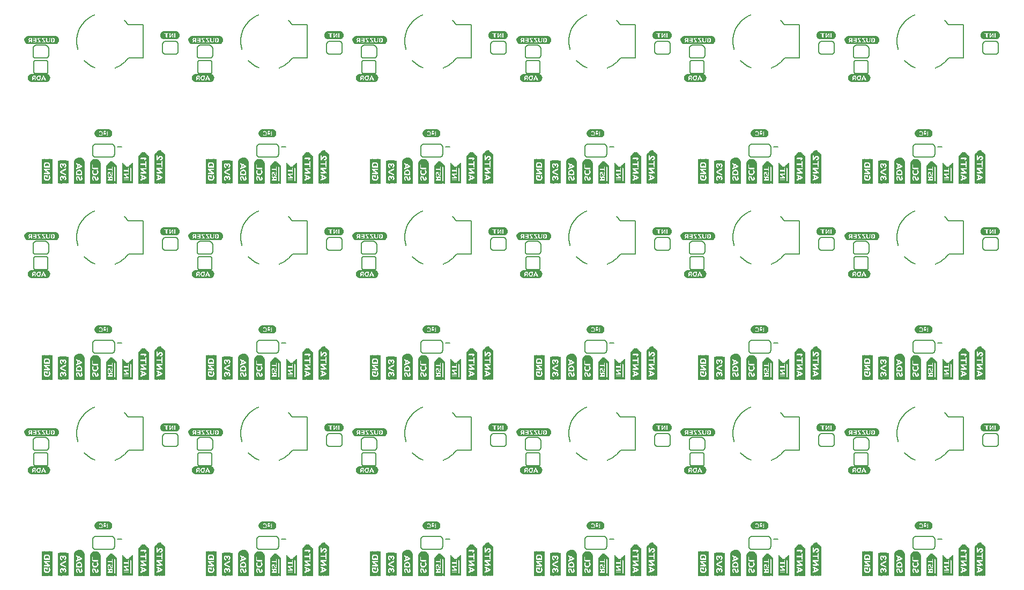
<source format=gbo>
G75*
%MOIN*%
%OFA0B0*%
%FSLAX25Y25*%
%IPPOS*%
%LPD*%
%AMOC8*
5,1,8,0,0,1.08239X$1,22.5*
%
%ADD10C,0.00600*%
%ADD11C,0.00800*%
%ADD12R,0.17835X0.00118*%
%ADD13R,0.18543X0.00118*%
%ADD14R,0.19016X0.00079*%
%ADD15R,0.19488X0.00157*%
%ADD16R,0.19724X0.00118*%
%ADD17R,0.19961X0.00118*%
%ADD18R,0.20197X0.00079*%
%ADD19R,0.20433X0.00118*%
%ADD20R,0.02244X0.00157*%
%ADD21R,0.00945X0.00157*%
%ADD22R,0.01299X0.00157*%
%ADD23R,0.00236X0.00157*%
%ADD24R,0.00472X0.00157*%
%ADD25R,0.00354X0.00157*%
%ADD26R,0.02717X0.00157*%
%ADD27R,0.02244X0.00118*%
%ADD28R,0.00709X0.00118*%
%ADD29R,0.01299X0.00118*%
%ADD30R,0.00236X0.00118*%
%ADD31R,0.00354X0.00118*%
%ADD32R,0.02598X0.00118*%
%ADD33R,0.02362X0.00118*%
%ADD34R,0.00591X0.00118*%
%ADD35R,0.02480X0.00118*%
%ADD36R,0.02480X0.00157*%
%ADD37R,0.00472X0.00118*%
%ADD38R,0.00827X0.00118*%
%ADD39R,0.01535X0.00118*%
%ADD40R,0.01772X0.00118*%
%ADD41R,0.02008X0.00118*%
%ADD42R,0.01417X0.00118*%
%ADD43R,0.01890X0.00118*%
%ADD44R,0.00945X0.00118*%
%ADD45R,0.02598X0.00157*%
%ADD46R,0.00827X0.00157*%
%ADD47R,0.01417X0.00157*%
%ADD48R,0.01890X0.00157*%
%ADD49R,0.00709X0.00157*%
%ADD50R,0.02008X0.00157*%
%ADD51R,0.01181X0.00118*%
%ADD52R,0.01063X0.00118*%
%ADD53R,0.01063X0.00157*%
%ADD54R,0.02717X0.00118*%
%ADD55R,0.01654X0.00118*%
%ADD56R,0.00591X0.00157*%
%ADD57R,0.02126X0.00118*%
%ADD58R,0.02126X0.00157*%
%ADD59R,0.20197X0.00118*%
%ADD60R,0.19488X0.00118*%
%ADD61R,0.19016X0.00118*%
%ADD62R,0.00157X0.17953*%
%ADD63R,0.00157X0.18110*%
%ADD64R,0.00157X0.18425*%
%ADD65R,0.00157X0.18583*%
%ADD66R,0.00157X0.18740*%
%ADD67R,0.00157X0.18898*%
%ADD68R,0.00157X0.19055*%
%ADD69R,0.00157X0.15433*%
%ADD70R,0.00157X0.03150*%
%ADD71R,0.00157X0.03307*%
%ADD72R,0.00157X0.02047*%
%ADD73R,0.00157X0.01732*%
%ADD74R,0.00157X0.00472*%
%ADD75R,0.00157X0.01102*%
%ADD76R,0.00157X0.02835*%
%ADD77R,0.00157X0.00315*%
%ADD78R,0.00157X0.00787*%
%ADD79R,0.00157X0.01890*%
%ADD80R,0.00157X0.01575*%
%ADD81R,0.00157X0.00630*%
%ADD82R,0.00157X0.01417*%
%ADD83R,0.00157X0.02992*%
%ADD84R,0.00157X0.01260*%
%ADD85R,0.00157X0.00945*%
%ADD86R,0.00157X0.02677*%
%ADD87R,0.00157X0.02520*%
%ADD88R,0.00157X0.00157*%
%ADD89R,0.00157X0.03465*%
%ADD90R,0.00157X0.02362*%
%ADD91R,0.00157X0.02205*%
%ADD92R,0.00157X0.03622*%
%ADD93R,0.00157X0.03780*%
%ADD94R,0.00157X0.04094*%
%ADD95R,0.00157X0.17008*%
%ADD96R,0.00157X0.17165*%
%ADD97R,0.00157X0.17480*%
%ADD98R,0.00157X0.17638*%
%ADD99R,0.00157X0.17795*%
%ADD100R,0.00157X0.18268*%
%ADD101R,0.00157X0.12756*%
%ADD102R,0.00157X0.12598*%
%ADD103R,0.00157X0.12441*%
%ADD104R,0.00157X0.12283*%
%ADD105R,0.00157X0.11181*%
%ADD106R,0.00157X0.11024*%
%ADD107R,0.00157X0.10866*%
%ADD108R,0.00157X0.10709*%
%ADD109R,0.00157X0.12126*%
%ADD110R,0.00157X0.12913*%
%ADD111R,0.00157X0.13386*%
%ADD112R,0.00157X0.13701*%
%ADD113R,0.00157X0.14016*%
%ADD114R,0.00157X0.14173*%
%ADD115R,0.00157X0.14331*%
%ADD116R,0.00157X0.14488*%
%ADD117R,0.00157X0.07087*%
%ADD118R,0.00157X0.04882*%
%ADD119R,0.00157X0.05039*%
%ADD120R,0.00157X0.05197*%
%ADD121R,0.00157X0.13858*%
%ADD122R,0.00157X0.14646*%
%ADD123R,0.00157X0.14961*%
%ADD124R,0.00157X0.15118*%
%ADD125R,0.00157X0.15276*%
%ADD126R,0.00157X0.11969*%
%ADD127R,0.00157X0.04567*%
%ADD128R,0.00157X0.04409*%
%ADD129R,0.00157X0.04252*%
%ADD130R,0.00157X0.03937*%
%ADD131R,0.00157X0.11496*%
%ADD132R,0.00157X0.11654*%
%ADD133R,0.00157X0.13071*%
%ADD134R,0.00157X0.13228*%
%ADD135R,0.00157X0.11811*%
%ADD136R,0.07205X0.00118*%
%ADD137R,0.07913X0.00118*%
%ADD138R,0.08386X0.00079*%
%ADD139R,0.08858X0.00157*%
%ADD140R,0.09094X0.00118*%
%ADD141R,0.09331X0.00118*%
%ADD142R,0.09567X0.00079*%
%ADD143R,0.03661X0.00118*%
%ADD144R,0.02953X0.00118*%
%ADD145R,0.01535X0.00157*%
%ADD146R,0.02835X0.00118*%
%ADD147R,0.04252X0.00157*%
%ADD148R,0.04370X0.00118*%
%ADD149R,0.04488X0.00118*%
%ADD150R,0.04488X0.00157*%
%ADD151R,0.00118X0.00118*%
%ADD152R,0.00118X0.00157*%
%ADD153R,0.04370X0.00157*%
%ADD154R,0.04252X0.00118*%
%ADD155R,0.03071X0.00157*%
%ADD156R,0.03425X0.00118*%
%ADD157R,0.09567X0.00118*%
%ADD158R,0.08858X0.00118*%
%ADD159R,0.08386X0.00118*%
%ADD160R,0.10039X0.00118*%
%ADD161R,0.10748X0.00118*%
%ADD162R,0.11220X0.00079*%
%ADD163R,0.11693X0.00157*%
%ADD164R,0.11929X0.00118*%
%ADD165R,0.12165X0.00118*%
%ADD166R,0.12402X0.00079*%
%ADD167R,0.12638X0.00118*%
%ADD168R,0.03307X0.00157*%
%ADD169R,0.03307X0.00118*%
%ADD170R,0.03189X0.00118*%
%ADD171R,0.03189X0.00157*%
%ADD172R,0.03071X0.00118*%
%ADD173R,0.02953X0.00157*%
%ADD174R,0.01181X0.00157*%
%ADD175R,0.02835X0.00157*%
%ADD176R,0.02362X0.00157*%
%ADD177R,0.01654X0.00157*%
%ADD178R,0.12402X0.00118*%
%ADD179R,0.11693X0.00118*%
%ADD180R,0.11220X0.00118*%
%ADD181R,0.10039X0.00157*%
%ADD182R,0.10276X0.00118*%
%ADD183R,0.10512X0.00118*%
%ADD184R,0.10748X0.00079*%
%ADD185R,0.10984X0.00118*%
%ADD186R,0.03543X0.00118*%
%ADD187R,0.03543X0.00157*%
%ADD188R,0.03425X0.00157*%
D10*
X0077681Y0055050D02*
X0077681Y0059450D01*
X0077683Y0059533D01*
X0077689Y0059616D01*
X0077698Y0059699D01*
X0077712Y0059781D01*
X0077729Y0059862D01*
X0077750Y0059943D01*
X0077774Y0060022D01*
X0077803Y0060100D01*
X0077834Y0060177D01*
X0077870Y0060252D01*
X0077908Y0060326D01*
X0077951Y0060398D01*
X0077996Y0060467D01*
X0078045Y0060535D01*
X0078096Y0060600D01*
X0078151Y0060663D01*
X0078208Y0060723D01*
X0078268Y0060780D01*
X0078331Y0060835D01*
X0078396Y0060886D01*
X0078464Y0060935D01*
X0078533Y0060980D01*
X0078605Y0061023D01*
X0078679Y0061061D01*
X0078754Y0061097D01*
X0078831Y0061128D01*
X0078909Y0061157D01*
X0078988Y0061181D01*
X0079069Y0061202D01*
X0079150Y0061219D01*
X0079232Y0061233D01*
X0079315Y0061242D01*
X0079398Y0061248D01*
X0079481Y0061250D01*
X0089481Y0061250D01*
X0089564Y0061248D01*
X0089647Y0061242D01*
X0089730Y0061233D01*
X0089812Y0061219D01*
X0089893Y0061202D01*
X0089974Y0061181D01*
X0090053Y0061157D01*
X0090131Y0061128D01*
X0090208Y0061097D01*
X0090283Y0061061D01*
X0090357Y0061023D01*
X0090429Y0060980D01*
X0090498Y0060935D01*
X0090566Y0060886D01*
X0090631Y0060835D01*
X0090694Y0060780D01*
X0090754Y0060723D01*
X0090811Y0060663D01*
X0090866Y0060600D01*
X0090917Y0060535D01*
X0090966Y0060467D01*
X0091011Y0060398D01*
X0091054Y0060326D01*
X0091092Y0060252D01*
X0091128Y0060177D01*
X0091159Y0060100D01*
X0091188Y0060022D01*
X0091212Y0059943D01*
X0091233Y0059862D01*
X0091250Y0059781D01*
X0091264Y0059699D01*
X0091273Y0059616D01*
X0091279Y0059533D01*
X0091281Y0059450D01*
X0091281Y0055050D01*
X0091279Y0054967D01*
X0091273Y0054884D01*
X0091264Y0054801D01*
X0091250Y0054719D01*
X0091233Y0054638D01*
X0091212Y0054557D01*
X0091188Y0054478D01*
X0091159Y0054400D01*
X0091128Y0054323D01*
X0091092Y0054248D01*
X0091054Y0054174D01*
X0091011Y0054102D01*
X0090966Y0054033D01*
X0090917Y0053965D01*
X0090866Y0053900D01*
X0090811Y0053837D01*
X0090754Y0053777D01*
X0090694Y0053720D01*
X0090631Y0053665D01*
X0090566Y0053614D01*
X0090498Y0053565D01*
X0090429Y0053520D01*
X0090357Y0053477D01*
X0090283Y0053439D01*
X0090208Y0053403D01*
X0090131Y0053372D01*
X0090053Y0053343D01*
X0089974Y0053319D01*
X0089893Y0053298D01*
X0089812Y0053281D01*
X0089730Y0053267D01*
X0089647Y0053258D01*
X0089564Y0053252D01*
X0089481Y0053250D01*
X0079481Y0053250D01*
X0079398Y0053252D01*
X0079315Y0053258D01*
X0079232Y0053267D01*
X0079150Y0053281D01*
X0079069Y0053298D01*
X0078988Y0053319D01*
X0078909Y0053343D01*
X0078831Y0053372D01*
X0078754Y0053403D01*
X0078679Y0053439D01*
X0078605Y0053477D01*
X0078533Y0053520D01*
X0078464Y0053565D01*
X0078396Y0053614D01*
X0078331Y0053665D01*
X0078268Y0053720D01*
X0078208Y0053777D01*
X0078151Y0053837D01*
X0078096Y0053900D01*
X0078045Y0053965D01*
X0077996Y0054033D01*
X0077951Y0054102D01*
X0077908Y0054174D01*
X0077870Y0054248D01*
X0077834Y0054323D01*
X0077803Y0054400D01*
X0077774Y0054478D01*
X0077750Y0054557D01*
X0077729Y0054638D01*
X0077712Y0054719D01*
X0077698Y0054801D01*
X0077689Y0054884D01*
X0077683Y0054967D01*
X0077681Y0055050D01*
X0048881Y0105250D02*
X0042081Y0105250D01*
X0042021Y0105252D01*
X0041960Y0105257D01*
X0041901Y0105266D01*
X0041842Y0105279D01*
X0041783Y0105295D01*
X0041726Y0105315D01*
X0041671Y0105338D01*
X0041616Y0105365D01*
X0041564Y0105394D01*
X0041513Y0105427D01*
X0041464Y0105463D01*
X0041418Y0105501D01*
X0041374Y0105543D01*
X0041332Y0105587D01*
X0041294Y0105633D01*
X0041258Y0105682D01*
X0041225Y0105733D01*
X0041196Y0105785D01*
X0041169Y0105840D01*
X0041146Y0105895D01*
X0041126Y0105952D01*
X0041110Y0106011D01*
X0041097Y0106070D01*
X0041088Y0106129D01*
X0041083Y0106190D01*
X0041081Y0106250D01*
X0041081Y0112250D01*
X0041083Y0112310D01*
X0041088Y0112371D01*
X0041097Y0112430D01*
X0041110Y0112489D01*
X0041126Y0112548D01*
X0041146Y0112605D01*
X0041169Y0112660D01*
X0041196Y0112715D01*
X0041225Y0112767D01*
X0041258Y0112818D01*
X0041294Y0112867D01*
X0041332Y0112913D01*
X0041374Y0112957D01*
X0041418Y0112999D01*
X0041464Y0113037D01*
X0041513Y0113073D01*
X0041564Y0113106D01*
X0041616Y0113135D01*
X0041671Y0113162D01*
X0041726Y0113185D01*
X0041783Y0113205D01*
X0041842Y0113221D01*
X0041901Y0113234D01*
X0041960Y0113243D01*
X0042021Y0113248D01*
X0042081Y0113250D01*
X0048881Y0113250D01*
X0048941Y0113248D01*
X0049002Y0113243D01*
X0049061Y0113234D01*
X0049120Y0113221D01*
X0049179Y0113205D01*
X0049236Y0113185D01*
X0049291Y0113162D01*
X0049346Y0113135D01*
X0049398Y0113106D01*
X0049449Y0113073D01*
X0049498Y0113037D01*
X0049544Y0112999D01*
X0049588Y0112957D01*
X0049630Y0112913D01*
X0049668Y0112867D01*
X0049704Y0112818D01*
X0049737Y0112767D01*
X0049766Y0112715D01*
X0049793Y0112660D01*
X0049816Y0112605D01*
X0049836Y0112548D01*
X0049852Y0112489D01*
X0049865Y0112430D01*
X0049874Y0112371D01*
X0049879Y0112310D01*
X0049881Y0112250D01*
X0049881Y0106250D01*
X0049879Y0106190D01*
X0049874Y0106129D01*
X0049865Y0106070D01*
X0049852Y0106011D01*
X0049836Y0105952D01*
X0049816Y0105895D01*
X0049793Y0105840D01*
X0049766Y0105785D01*
X0049737Y0105733D01*
X0049704Y0105682D01*
X0049668Y0105633D01*
X0049630Y0105587D01*
X0049588Y0105543D01*
X0049544Y0105501D01*
X0049498Y0105463D01*
X0049449Y0105427D01*
X0049398Y0105394D01*
X0049346Y0105365D01*
X0049291Y0105338D01*
X0049236Y0105315D01*
X0049179Y0105295D01*
X0049120Y0105279D01*
X0049061Y0105266D01*
X0049002Y0105257D01*
X0048941Y0105252D01*
X0048881Y0105250D01*
X0048481Y0114750D02*
X0042481Y0114750D01*
X0042398Y0114752D01*
X0042315Y0114758D01*
X0042232Y0114767D01*
X0042150Y0114781D01*
X0042069Y0114798D01*
X0041988Y0114819D01*
X0041909Y0114843D01*
X0041831Y0114872D01*
X0041754Y0114903D01*
X0041679Y0114939D01*
X0041605Y0114977D01*
X0041533Y0115020D01*
X0041464Y0115065D01*
X0041396Y0115114D01*
X0041331Y0115165D01*
X0041268Y0115220D01*
X0041208Y0115277D01*
X0041151Y0115337D01*
X0041096Y0115400D01*
X0041045Y0115465D01*
X0040996Y0115533D01*
X0040951Y0115602D01*
X0040908Y0115674D01*
X0040870Y0115748D01*
X0040834Y0115823D01*
X0040803Y0115900D01*
X0040774Y0115978D01*
X0040750Y0116057D01*
X0040729Y0116138D01*
X0040712Y0116219D01*
X0040698Y0116301D01*
X0040689Y0116384D01*
X0040683Y0116467D01*
X0040681Y0116550D01*
X0040681Y0120950D01*
X0040683Y0121033D01*
X0040689Y0121116D01*
X0040698Y0121199D01*
X0040712Y0121281D01*
X0040729Y0121362D01*
X0040750Y0121443D01*
X0040774Y0121522D01*
X0040803Y0121600D01*
X0040834Y0121677D01*
X0040870Y0121752D01*
X0040908Y0121826D01*
X0040951Y0121898D01*
X0040996Y0121967D01*
X0041045Y0122035D01*
X0041096Y0122100D01*
X0041151Y0122163D01*
X0041208Y0122223D01*
X0041268Y0122280D01*
X0041331Y0122335D01*
X0041396Y0122386D01*
X0041464Y0122435D01*
X0041533Y0122480D01*
X0041605Y0122523D01*
X0041679Y0122561D01*
X0041754Y0122597D01*
X0041831Y0122628D01*
X0041909Y0122657D01*
X0041988Y0122681D01*
X0042069Y0122702D01*
X0042150Y0122719D01*
X0042232Y0122733D01*
X0042315Y0122742D01*
X0042398Y0122748D01*
X0042481Y0122750D01*
X0048481Y0122750D01*
X0048564Y0122748D01*
X0048647Y0122742D01*
X0048730Y0122733D01*
X0048812Y0122719D01*
X0048893Y0122702D01*
X0048974Y0122681D01*
X0049053Y0122657D01*
X0049131Y0122628D01*
X0049208Y0122597D01*
X0049283Y0122561D01*
X0049357Y0122523D01*
X0049429Y0122480D01*
X0049498Y0122435D01*
X0049566Y0122386D01*
X0049631Y0122335D01*
X0049694Y0122280D01*
X0049754Y0122223D01*
X0049811Y0122163D01*
X0049866Y0122100D01*
X0049917Y0122035D01*
X0049966Y0121967D01*
X0050011Y0121898D01*
X0050054Y0121826D01*
X0050092Y0121752D01*
X0050128Y0121677D01*
X0050159Y0121600D01*
X0050188Y0121522D01*
X0050212Y0121443D01*
X0050233Y0121362D01*
X0050250Y0121281D01*
X0050264Y0121199D01*
X0050273Y0121116D01*
X0050279Y0121033D01*
X0050281Y0120950D01*
X0050281Y0116550D01*
X0050279Y0116467D01*
X0050273Y0116384D01*
X0050264Y0116301D01*
X0050250Y0116219D01*
X0050233Y0116138D01*
X0050212Y0116057D01*
X0050188Y0115978D01*
X0050159Y0115900D01*
X0050128Y0115823D01*
X0050092Y0115748D01*
X0050054Y0115674D01*
X0050011Y0115602D01*
X0049966Y0115533D01*
X0049917Y0115465D01*
X0049866Y0115400D01*
X0049811Y0115337D01*
X0049754Y0115277D01*
X0049694Y0115220D01*
X0049631Y0115165D01*
X0049566Y0115114D01*
X0049498Y0115065D01*
X0049429Y0115020D01*
X0049357Y0114977D01*
X0049283Y0114939D01*
X0049208Y0114903D01*
X0049131Y0114872D01*
X0049053Y0114843D01*
X0048974Y0114819D01*
X0048893Y0114798D01*
X0048812Y0114781D01*
X0048730Y0114767D01*
X0048647Y0114758D01*
X0048564Y0114752D01*
X0048481Y0114750D01*
X0121181Y0119050D02*
X0121181Y0123450D01*
X0121183Y0123533D01*
X0121189Y0123616D01*
X0121198Y0123699D01*
X0121212Y0123781D01*
X0121229Y0123862D01*
X0121250Y0123943D01*
X0121274Y0124022D01*
X0121303Y0124100D01*
X0121334Y0124177D01*
X0121370Y0124252D01*
X0121408Y0124326D01*
X0121451Y0124398D01*
X0121496Y0124467D01*
X0121545Y0124535D01*
X0121596Y0124600D01*
X0121651Y0124663D01*
X0121708Y0124723D01*
X0121768Y0124780D01*
X0121831Y0124835D01*
X0121896Y0124886D01*
X0121964Y0124935D01*
X0122033Y0124980D01*
X0122105Y0125023D01*
X0122179Y0125061D01*
X0122254Y0125097D01*
X0122331Y0125128D01*
X0122409Y0125157D01*
X0122488Y0125181D01*
X0122569Y0125202D01*
X0122650Y0125219D01*
X0122732Y0125233D01*
X0122815Y0125242D01*
X0122898Y0125248D01*
X0122981Y0125250D01*
X0128981Y0125250D01*
X0129064Y0125248D01*
X0129147Y0125242D01*
X0129230Y0125233D01*
X0129312Y0125219D01*
X0129393Y0125202D01*
X0129474Y0125181D01*
X0129553Y0125157D01*
X0129631Y0125128D01*
X0129708Y0125097D01*
X0129783Y0125061D01*
X0129857Y0125023D01*
X0129929Y0124980D01*
X0129998Y0124935D01*
X0130066Y0124886D01*
X0130131Y0124835D01*
X0130194Y0124780D01*
X0130254Y0124723D01*
X0130311Y0124663D01*
X0130366Y0124600D01*
X0130417Y0124535D01*
X0130466Y0124467D01*
X0130511Y0124398D01*
X0130554Y0124326D01*
X0130592Y0124252D01*
X0130628Y0124177D01*
X0130659Y0124100D01*
X0130688Y0124022D01*
X0130712Y0123943D01*
X0130733Y0123862D01*
X0130750Y0123781D01*
X0130764Y0123699D01*
X0130773Y0123616D01*
X0130779Y0123533D01*
X0130781Y0123450D01*
X0130781Y0119050D01*
X0130779Y0118967D01*
X0130773Y0118884D01*
X0130764Y0118801D01*
X0130750Y0118719D01*
X0130733Y0118638D01*
X0130712Y0118557D01*
X0130688Y0118478D01*
X0130659Y0118400D01*
X0130628Y0118323D01*
X0130592Y0118248D01*
X0130554Y0118174D01*
X0130511Y0118102D01*
X0130466Y0118033D01*
X0130417Y0117965D01*
X0130366Y0117900D01*
X0130311Y0117837D01*
X0130254Y0117777D01*
X0130194Y0117720D01*
X0130131Y0117665D01*
X0130066Y0117614D01*
X0129998Y0117565D01*
X0129929Y0117520D01*
X0129857Y0117477D01*
X0129783Y0117439D01*
X0129708Y0117403D01*
X0129631Y0117372D01*
X0129553Y0117343D01*
X0129474Y0117319D01*
X0129393Y0117298D01*
X0129312Y0117281D01*
X0129230Y0117267D01*
X0129147Y0117258D01*
X0129064Y0117252D01*
X0128981Y0117250D01*
X0122981Y0117250D01*
X0122898Y0117252D01*
X0122815Y0117258D01*
X0122732Y0117267D01*
X0122650Y0117281D01*
X0122569Y0117298D01*
X0122488Y0117319D01*
X0122409Y0117343D01*
X0122331Y0117372D01*
X0122254Y0117403D01*
X0122179Y0117439D01*
X0122105Y0117477D01*
X0122033Y0117520D01*
X0121964Y0117565D01*
X0121896Y0117614D01*
X0121831Y0117665D01*
X0121768Y0117720D01*
X0121708Y0117777D01*
X0121651Y0117837D01*
X0121596Y0117900D01*
X0121545Y0117965D01*
X0121496Y0118033D01*
X0121451Y0118102D01*
X0121408Y0118174D01*
X0121370Y0118248D01*
X0121334Y0118323D01*
X0121303Y0118400D01*
X0121274Y0118478D01*
X0121250Y0118557D01*
X0121229Y0118638D01*
X0121212Y0118719D01*
X0121198Y0118801D01*
X0121189Y0118884D01*
X0121183Y0118967D01*
X0121181Y0119050D01*
X0142681Y0120950D02*
X0142681Y0116550D01*
X0142683Y0116467D01*
X0142689Y0116384D01*
X0142698Y0116301D01*
X0142712Y0116219D01*
X0142729Y0116138D01*
X0142750Y0116057D01*
X0142774Y0115978D01*
X0142803Y0115900D01*
X0142834Y0115823D01*
X0142870Y0115748D01*
X0142908Y0115674D01*
X0142951Y0115602D01*
X0142996Y0115533D01*
X0143045Y0115465D01*
X0143096Y0115400D01*
X0143151Y0115337D01*
X0143208Y0115277D01*
X0143268Y0115220D01*
X0143331Y0115165D01*
X0143396Y0115114D01*
X0143464Y0115065D01*
X0143533Y0115020D01*
X0143605Y0114977D01*
X0143679Y0114939D01*
X0143754Y0114903D01*
X0143831Y0114872D01*
X0143909Y0114843D01*
X0143988Y0114819D01*
X0144069Y0114798D01*
X0144150Y0114781D01*
X0144232Y0114767D01*
X0144315Y0114758D01*
X0144398Y0114752D01*
X0144481Y0114750D01*
X0150481Y0114750D01*
X0150881Y0113250D02*
X0144081Y0113250D01*
X0144021Y0113248D01*
X0143960Y0113243D01*
X0143901Y0113234D01*
X0143842Y0113221D01*
X0143783Y0113205D01*
X0143726Y0113185D01*
X0143671Y0113162D01*
X0143616Y0113135D01*
X0143564Y0113106D01*
X0143513Y0113073D01*
X0143464Y0113037D01*
X0143418Y0112999D01*
X0143374Y0112957D01*
X0143332Y0112913D01*
X0143294Y0112867D01*
X0143258Y0112818D01*
X0143225Y0112767D01*
X0143196Y0112715D01*
X0143169Y0112660D01*
X0143146Y0112605D01*
X0143126Y0112548D01*
X0143110Y0112489D01*
X0143097Y0112430D01*
X0143088Y0112371D01*
X0143083Y0112310D01*
X0143081Y0112250D01*
X0143081Y0106250D01*
X0143083Y0106190D01*
X0143088Y0106129D01*
X0143097Y0106070D01*
X0143110Y0106011D01*
X0143126Y0105952D01*
X0143146Y0105895D01*
X0143169Y0105840D01*
X0143196Y0105785D01*
X0143225Y0105733D01*
X0143258Y0105682D01*
X0143294Y0105633D01*
X0143332Y0105587D01*
X0143374Y0105543D01*
X0143418Y0105501D01*
X0143464Y0105463D01*
X0143513Y0105427D01*
X0143564Y0105394D01*
X0143616Y0105365D01*
X0143671Y0105338D01*
X0143726Y0105315D01*
X0143783Y0105295D01*
X0143842Y0105279D01*
X0143901Y0105266D01*
X0143960Y0105257D01*
X0144021Y0105252D01*
X0144081Y0105250D01*
X0150881Y0105250D01*
X0150941Y0105252D01*
X0151002Y0105257D01*
X0151061Y0105266D01*
X0151120Y0105279D01*
X0151179Y0105295D01*
X0151236Y0105315D01*
X0151291Y0105338D01*
X0151346Y0105365D01*
X0151398Y0105394D01*
X0151449Y0105427D01*
X0151498Y0105463D01*
X0151544Y0105501D01*
X0151588Y0105543D01*
X0151630Y0105587D01*
X0151668Y0105633D01*
X0151704Y0105682D01*
X0151737Y0105733D01*
X0151766Y0105785D01*
X0151793Y0105840D01*
X0151816Y0105895D01*
X0151836Y0105952D01*
X0151852Y0106011D01*
X0151865Y0106070D01*
X0151874Y0106129D01*
X0151879Y0106190D01*
X0151881Y0106250D01*
X0151881Y0112250D01*
X0151879Y0112310D01*
X0151874Y0112371D01*
X0151865Y0112430D01*
X0151852Y0112489D01*
X0151836Y0112548D01*
X0151816Y0112605D01*
X0151793Y0112660D01*
X0151766Y0112715D01*
X0151737Y0112767D01*
X0151704Y0112818D01*
X0151668Y0112867D01*
X0151630Y0112913D01*
X0151588Y0112957D01*
X0151544Y0112999D01*
X0151498Y0113037D01*
X0151449Y0113073D01*
X0151398Y0113106D01*
X0151346Y0113135D01*
X0151291Y0113162D01*
X0151236Y0113185D01*
X0151179Y0113205D01*
X0151120Y0113221D01*
X0151061Y0113234D01*
X0151002Y0113243D01*
X0150941Y0113248D01*
X0150881Y0113250D01*
X0150481Y0114750D02*
X0150564Y0114752D01*
X0150647Y0114758D01*
X0150730Y0114767D01*
X0150812Y0114781D01*
X0150893Y0114798D01*
X0150974Y0114819D01*
X0151053Y0114843D01*
X0151131Y0114872D01*
X0151208Y0114903D01*
X0151283Y0114939D01*
X0151357Y0114977D01*
X0151429Y0115020D01*
X0151498Y0115065D01*
X0151566Y0115114D01*
X0151631Y0115165D01*
X0151694Y0115220D01*
X0151754Y0115277D01*
X0151811Y0115337D01*
X0151866Y0115400D01*
X0151917Y0115465D01*
X0151966Y0115533D01*
X0152011Y0115602D01*
X0152054Y0115674D01*
X0152092Y0115748D01*
X0152128Y0115823D01*
X0152159Y0115900D01*
X0152188Y0115978D01*
X0152212Y0116057D01*
X0152233Y0116138D01*
X0152250Y0116219D01*
X0152264Y0116301D01*
X0152273Y0116384D01*
X0152279Y0116467D01*
X0152281Y0116550D01*
X0152281Y0120950D01*
X0152279Y0121033D01*
X0152273Y0121116D01*
X0152264Y0121199D01*
X0152250Y0121281D01*
X0152233Y0121362D01*
X0152212Y0121443D01*
X0152188Y0121522D01*
X0152159Y0121600D01*
X0152128Y0121677D01*
X0152092Y0121752D01*
X0152054Y0121826D01*
X0152011Y0121898D01*
X0151966Y0121967D01*
X0151917Y0122035D01*
X0151866Y0122100D01*
X0151811Y0122163D01*
X0151754Y0122223D01*
X0151694Y0122280D01*
X0151631Y0122335D01*
X0151566Y0122386D01*
X0151498Y0122435D01*
X0151429Y0122480D01*
X0151357Y0122523D01*
X0151283Y0122561D01*
X0151208Y0122597D01*
X0151131Y0122628D01*
X0151053Y0122657D01*
X0150974Y0122681D01*
X0150893Y0122702D01*
X0150812Y0122719D01*
X0150730Y0122733D01*
X0150647Y0122742D01*
X0150564Y0122748D01*
X0150481Y0122750D01*
X0144481Y0122750D01*
X0144398Y0122748D01*
X0144315Y0122742D01*
X0144232Y0122733D01*
X0144150Y0122719D01*
X0144069Y0122702D01*
X0143988Y0122681D01*
X0143909Y0122657D01*
X0143831Y0122628D01*
X0143754Y0122597D01*
X0143679Y0122561D01*
X0143605Y0122523D01*
X0143533Y0122480D01*
X0143464Y0122435D01*
X0143396Y0122386D01*
X0143331Y0122335D01*
X0143268Y0122280D01*
X0143208Y0122223D01*
X0143151Y0122163D01*
X0143096Y0122100D01*
X0143045Y0122035D01*
X0142996Y0121967D01*
X0142951Y0121898D01*
X0142908Y0121826D01*
X0142870Y0121752D01*
X0142834Y0121677D01*
X0142803Y0121600D01*
X0142774Y0121522D01*
X0142750Y0121443D01*
X0142729Y0121362D01*
X0142712Y0121281D01*
X0142698Y0121199D01*
X0142689Y0121116D01*
X0142683Y0121033D01*
X0142681Y0120950D01*
X0223181Y0119050D02*
X0223181Y0123450D01*
X0223183Y0123533D01*
X0223189Y0123616D01*
X0223198Y0123699D01*
X0223212Y0123781D01*
X0223229Y0123862D01*
X0223250Y0123943D01*
X0223274Y0124022D01*
X0223303Y0124100D01*
X0223334Y0124177D01*
X0223370Y0124252D01*
X0223408Y0124326D01*
X0223451Y0124398D01*
X0223496Y0124467D01*
X0223545Y0124535D01*
X0223596Y0124600D01*
X0223651Y0124663D01*
X0223708Y0124723D01*
X0223768Y0124780D01*
X0223831Y0124835D01*
X0223896Y0124886D01*
X0223964Y0124935D01*
X0224033Y0124980D01*
X0224105Y0125023D01*
X0224179Y0125061D01*
X0224254Y0125097D01*
X0224331Y0125128D01*
X0224409Y0125157D01*
X0224488Y0125181D01*
X0224569Y0125202D01*
X0224650Y0125219D01*
X0224732Y0125233D01*
X0224815Y0125242D01*
X0224898Y0125248D01*
X0224981Y0125250D01*
X0230981Y0125250D01*
X0231064Y0125248D01*
X0231147Y0125242D01*
X0231230Y0125233D01*
X0231312Y0125219D01*
X0231393Y0125202D01*
X0231474Y0125181D01*
X0231553Y0125157D01*
X0231631Y0125128D01*
X0231708Y0125097D01*
X0231783Y0125061D01*
X0231857Y0125023D01*
X0231929Y0124980D01*
X0231998Y0124935D01*
X0232066Y0124886D01*
X0232131Y0124835D01*
X0232194Y0124780D01*
X0232254Y0124723D01*
X0232311Y0124663D01*
X0232366Y0124600D01*
X0232417Y0124535D01*
X0232466Y0124467D01*
X0232511Y0124398D01*
X0232554Y0124326D01*
X0232592Y0124252D01*
X0232628Y0124177D01*
X0232659Y0124100D01*
X0232688Y0124022D01*
X0232712Y0123943D01*
X0232733Y0123862D01*
X0232750Y0123781D01*
X0232764Y0123699D01*
X0232773Y0123616D01*
X0232779Y0123533D01*
X0232781Y0123450D01*
X0232781Y0119050D01*
X0232779Y0118967D01*
X0232773Y0118884D01*
X0232764Y0118801D01*
X0232750Y0118719D01*
X0232733Y0118638D01*
X0232712Y0118557D01*
X0232688Y0118478D01*
X0232659Y0118400D01*
X0232628Y0118323D01*
X0232592Y0118248D01*
X0232554Y0118174D01*
X0232511Y0118102D01*
X0232466Y0118033D01*
X0232417Y0117965D01*
X0232366Y0117900D01*
X0232311Y0117837D01*
X0232254Y0117777D01*
X0232194Y0117720D01*
X0232131Y0117665D01*
X0232066Y0117614D01*
X0231998Y0117565D01*
X0231929Y0117520D01*
X0231857Y0117477D01*
X0231783Y0117439D01*
X0231708Y0117403D01*
X0231631Y0117372D01*
X0231553Y0117343D01*
X0231474Y0117319D01*
X0231393Y0117298D01*
X0231312Y0117281D01*
X0231230Y0117267D01*
X0231147Y0117258D01*
X0231064Y0117252D01*
X0230981Y0117250D01*
X0224981Y0117250D01*
X0224898Y0117252D01*
X0224815Y0117258D01*
X0224732Y0117267D01*
X0224650Y0117281D01*
X0224569Y0117298D01*
X0224488Y0117319D01*
X0224409Y0117343D01*
X0224331Y0117372D01*
X0224254Y0117403D01*
X0224179Y0117439D01*
X0224105Y0117477D01*
X0224033Y0117520D01*
X0223964Y0117565D01*
X0223896Y0117614D01*
X0223831Y0117665D01*
X0223768Y0117720D01*
X0223708Y0117777D01*
X0223651Y0117837D01*
X0223596Y0117900D01*
X0223545Y0117965D01*
X0223496Y0118033D01*
X0223451Y0118102D01*
X0223408Y0118174D01*
X0223370Y0118248D01*
X0223334Y0118323D01*
X0223303Y0118400D01*
X0223274Y0118478D01*
X0223250Y0118557D01*
X0223229Y0118638D01*
X0223212Y0118719D01*
X0223198Y0118801D01*
X0223189Y0118884D01*
X0223183Y0118967D01*
X0223181Y0119050D01*
X0244681Y0120950D02*
X0244681Y0116550D01*
X0244683Y0116467D01*
X0244689Y0116384D01*
X0244698Y0116301D01*
X0244712Y0116219D01*
X0244729Y0116138D01*
X0244750Y0116057D01*
X0244774Y0115978D01*
X0244803Y0115900D01*
X0244834Y0115823D01*
X0244870Y0115748D01*
X0244908Y0115674D01*
X0244951Y0115602D01*
X0244996Y0115533D01*
X0245045Y0115465D01*
X0245096Y0115400D01*
X0245151Y0115337D01*
X0245208Y0115277D01*
X0245268Y0115220D01*
X0245331Y0115165D01*
X0245396Y0115114D01*
X0245464Y0115065D01*
X0245533Y0115020D01*
X0245605Y0114977D01*
X0245679Y0114939D01*
X0245754Y0114903D01*
X0245831Y0114872D01*
X0245909Y0114843D01*
X0245988Y0114819D01*
X0246069Y0114798D01*
X0246150Y0114781D01*
X0246232Y0114767D01*
X0246315Y0114758D01*
X0246398Y0114752D01*
X0246481Y0114750D01*
X0252481Y0114750D01*
X0252881Y0113250D02*
X0246081Y0113250D01*
X0246021Y0113248D01*
X0245960Y0113243D01*
X0245901Y0113234D01*
X0245842Y0113221D01*
X0245783Y0113205D01*
X0245726Y0113185D01*
X0245671Y0113162D01*
X0245616Y0113135D01*
X0245564Y0113106D01*
X0245513Y0113073D01*
X0245464Y0113037D01*
X0245418Y0112999D01*
X0245374Y0112957D01*
X0245332Y0112913D01*
X0245294Y0112867D01*
X0245258Y0112818D01*
X0245225Y0112767D01*
X0245196Y0112715D01*
X0245169Y0112660D01*
X0245146Y0112605D01*
X0245126Y0112548D01*
X0245110Y0112489D01*
X0245097Y0112430D01*
X0245088Y0112371D01*
X0245083Y0112310D01*
X0245081Y0112250D01*
X0245081Y0106250D01*
X0245083Y0106190D01*
X0245088Y0106129D01*
X0245097Y0106070D01*
X0245110Y0106011D01*
X0245126Y0105952D01*
X0245146Y0105895D01*
X0245169Y0105840D01*
X0245196Y0105785D01*
X0245225Y0105733D01*
X0245258Y0105682D01*
X0245294Y0105633D01*
X0245332Y0105587D01*
X0245374Y0105543D01*
X0245418Y0105501D01*
X0245464Y0105463D01*
X0245513Y0105427D01*
X0245564Y0105394D01*
X0245616Y0105365D01*
X0245671Y0105338D01*
X0245726Y0105315D01*
X0245783Y0105295D01*
X0245842Y0105279D01*
X0245901Y0105266D01*
X0245960Y0105257D01*
X0246021Y0105252D01*
X0246081Y0105250D01*
X0252881Y0105250D01*
X0252941Y0105252D01*
X0253002Y0105257D01*
X0253061Y0105266D01*
X0253120Y0105279D01*
X0253179Y0105295D01*
X0253236Y0105315D01*
X0253291Y0105338D01*
X0253346Y0105365D01*
X0253398Y0105394D01*
X0253449Y0105427D01*
X0253498Y0105463D01*
X0253544Y0105501D01*
X0253588Y0105543D01*
X0253630Y0105587D01*
X0253668Y0105633D01*
X0253704Y0105682D01*
X0253737Y0105733D01*
X0253766Y0105785D01*
X0253793Y0105840D01*
X0253816Y0105895D01*
X0253836Y0105952D01*
X0253852Y0106011D01*
X0253865Y0106070D01*
X0253874Y0106129D01*
X0253879Y0106190D01*
X0253881Y0106250D01*
X0253881Y0112250D01*
X0253879Y0112310D01*
X0253874Y0112371D01*
X0253865Y0112430D01*
X0253852Y0112489D01*
X0253836Y0112548D01*
X0253816Y0112605D01*
X0253793Y0112660D01*
X0253766Y0112715D01*
X0253737Y0112767D01*
X0253704Y0112818D01*
X0253668Y0112867D01*
X0253630Y0112913D01*
X0253588Y0112957D01*
X0253544Y0112999D01*
X0253498Y0113037D01*
X0253449Y0113073D01*
X0253398Y0113106D01*
X0253346Y0113135D01*
X0253291Y0113162D01*
X0253236Y0113185D01*
X0253179Y0113205D01*
X0253120Y0113221D01*
X0253061Y0113234D01*
X0253002Y0113243D01*
X0252941Y0113248D01*
X0252881Y0113250D01*
X0252481Y0114750D02*
X0252564Y0114752D01*
X0252647Y0114758D01*
X0252730Y0114767D01*
X0252812Y0114781D01*
X0252893Y0114798D01*
X0252974Y0114819D01*
X0253053Y0114843D01*
X0253131Y0114872D01*
X0253208Y0114903D01*
X0253283Y0114939D01*
X0253357Y0114977D01*
X0253429Y0115020D01*
X0253498Y0115065D01*
X0253566Y0115114D01*
X0253631Y0115165D01*
X0253694Y0115220D01*
X0253754Y0115277D01*
X0253811Y0115337D01*
X0253866Y0115400D01*
X0253917Y0115465D01*
X0253966Y0115533D01*
X0254011Y0115602D01*
X0254054Y0115674D01*
X0254092Y0115748D01*
X0254128Y0115823D01*
X0254159Y0115900D01*
X0254188Y0115978D01*
X0254212Y0116057D01*
X0254233Y0116138D01*
X0254250Y0116219D01*
X0254264Y0116301D01*
X0254273Y0116384D01*
X0254279Y0116467D01*
X0254281Y0116550D01*
X0254281Y0120950D01*
X0254279Y0121033D01*
X0254273Y0121116D01*
X0254264Y0121199D01*
X0254250Y0121281D01*
X0254233Y0121362D01*
X0254212Y0121443D01*
X0254188Y0121522D01*
X0254159Y0121600D01*
X0254128Y0121677D01*
X0254092Y0121752D01*
X0254054Y0121826D01*
X0254011Y0121898D01*
X0253966Y0121967D01*
X0253917Y0122035D01*
X0253866Y0122100D01*
X0253811Y0122163D01*
X0253754Y0122223D01*
X0253694Y0122280D01*
X0253631Y0122335D01*
X0253566Y0122386D01*
X0253498Y0122435D01*
X0253429Y0122480D01*
X0253357Y0122523D01*
X0253283Y0122561D01*
X0253208Y0122597D01*
X0253131Y0122628D01*
X0253053Y0122657D01*
X0252974Y0122681D01*
X0252893Y0122702D01*
X0252812Y0122719D01*
X0252730Y0122733D01*
X0252647Y0122742D01*
X0252564Y0122748D01*
X0252481Y0122750D01*
X0246481Y0122750D01*
X0246398Y0122748D01*
X0246315Y0122742D01*
X0246232Y0122733D01*
X0246150Y0122719D01*
X0246069Y0122702D01*
X0245988Y0122681D01*
X0245909Y0122657D01*
X0245831Y0122628D01*
X0245754Y0122597D01*
X0245679Y0122561D01*
X0245605Y0122523D01*
X0245533Y0122480D01*
X0245464Y0122435D01*
X0245396Y0122386D01*
X0245331Y0122335D01*
X0245268Y0122280D01*
X0245208Y0122223D01*
X0245151Y0122163D01*
X0245096Y0122100D01*
X0245045Y0122035D01*
X0244996Y0121967D01*
X0244951Y0121898D01*
X0244908Y0121826D01*
X0244870Y0121752D01*
X0244834Y0121677D01*
X0244803Y0121600D01*
X0244774Y0121522D01*
X0244750Y0121443D01*
X0244729Y0121362D01*
X0244712Y0121281D01*
X0244698Y0121199D01*
X0244689Y0121116D01*
X0244683Y0121033D01*
X0244681Y0120950D01*
X0283481Y0175250D02*
X0293481Y0175250D01*
X0293564Y0175252D01*
X0293647Y0175258D01*
X0293730Y0175267D01*
X0293812Y0175281D01*
X0293893Y0175298D01*
X0293974Y0175319D01*
X0294053Y0175343D01*
X0294131Y0175372D01*
X0294208Y0175403D01*
X0294283Y0175439D01*
X0294357Y0175477D01*
X0294429Y0175520D01*
X0294498Y0175565D01*
X0294566Y0175614D01*
X0294631Y0175665D01*
X0294694Y0175720D01*
X0294754Y0175777D01*
X0294811Y0175837D01*
X0294866Y0175900D01*
X0294917Y0175965D01*
X0294966Y0176033D01*
X0295011Y0176102D01*
X0295054Y0176174D01*
X0295092Y0176248D01*
X0295128Y0176323D01*
X0295159Y0176400D01*
X0295188Y0176478D01*
X0295212Y0176557D01*
X0295233Y0176638D01*
X0295250Y0176719D01*
X0295264Y0176801D01*
X0295273Y0176884D01*
X0295279Y0176967D01*
X0295281Y0177050D01*
X0295281Y0181450D01*
X0295279Y0181533D01*
X0295273Y0181616D01*
X0295264Y0181699D01*
X0295250Y0181781D01*
X0295233Y0181862D01*
X0295212Y0181943D01*
X0295188Y0182022D01*
X0295159Y0182100D01*
X0295128Y0182177D01*
X0295092Y0182252D01*
X0295054Y0182326D01*
X0295011Y0182398D01*
X0294966Y0182467D01*
X0294917Y0182535D01*
X0294866Y0182600D01*
X0294811Y0182663D01*
X0294754Y0182723D01*
X0294694Y0182780D01*
X0294631Y0182835D01*
X0294566Y0182886D01*
X0294498Y0182935D01*
X0294429Y0182980D01*
X0294357Y0183023D01*
X0294283Y0183061D01*
X0294208Y0183097D01*
X0294131Y0183128D01*
X0294053Y0183157D01*
X0293974Y0183181D01*
X0293893Y0183202D01*
X0293812Y0183219D01*
X0293730Y0183233D01*
X0293647Y0183242D01*
X0293564Y0183248D01*
X0293481Y0183250D01*
X0283481Y0183250D01*
X0283398Y0183248D01*
X0283315Y0183242D01*
X0283232Y0183233D01*
X0283150Y0183219D01*
X0283069Y0183202D01*
X0282988Y0183181D01*
X0282909Y0183157D01*
X0282831Y0183128D01*
X0282754Y0183097D01*
X0282679Y0183061D01*
X0282605Y0183023D01*
X0282533Y0182980D01*
X0282464Y0182935D01*
X0282396Y0182886D01*
X0282331Y0182835D01*
X0282268Y0182780D01*
X0282208Y0182723D01*
X0282151Y0182663D01*
X0282096Y0182600D01*
X0282045Y0182535D01*
X0281996Y0182467D01*
X0281951Y0182398D01*
X0281908Y0182326D01*
X0281870Y0182252D01*
X0281834Y0182177D01*
X0281803Y0182100D01*
X0281774Y0182022D01*
X0281750Y0181943D01*
X0281729Y0181862D01*
X0281712Y0181781D01*
X0281698Y0181699D01*
X0281689Y0181616D01*
X0281683Y0181533D01*
X0281681Y0181450D01*
X0281681Y0177050D01*
X0281683Y0176967D01*
X0281689Y0176884D01*
X0281698Y0176801D01*
X0281712Y0176719D01*
X0281729Y0176638D01*
X0281750Y0176557D01*
X0281774Y0176478D01*
X0281803Y0176400D01*
X0281834Y0176323D01*
X0281870Y0176248D01*
X0281908Y0176174D01*
X0281951Y0176102D01*
X0281996Y0176033D01*
X0282045Y0175965D01*
X0282096Y0175900D01*
X0282151Y0175837D01*
X0282208Y0175777D01*
X0282268Y0175720D01*
X0282331Y0175665D01*
X0282396Y0175614D01*
X0282464Y0175565D01*
X0282533Y0175520D01*
X0282605Y0175477D01*
X0282679Y0175439D01*
X0282754Y0175403D01*
X0282831Y0175372D01*
X0282909Y0175343D01*
X0282988Y0175319D01*
X0283069Y0175298D01*
X0283150Y0175281D01*
X0283232Y0175267D01*
X0283315Y0175258D01*
X0283398Y0175252D01*
X0283481Y0175250D01*
X0326981Y0125250D02*
X0332981Y0125250D01*
X0333064Y0125248D01*
X0333147Y0125242D01*
X0333230Y0125233D01*
X0333312Y0125219D01*
X0333393Y0125202D01*
X0333474Y0125181D01*
X0333553Y0125157D01*
X0333631Y0125128D01*
X0333708Y0125097D01*
X0333783Y0125061D01*
X0333857Y0125023D01*
X0333929Y0124980D01*
X0333998Y0124935D01*
X0334066Y0124886D01*
X0334131Y0124835D01*
X0334194Y0124780D01*
X0334254Y0124723D01*
X0334311Y0124663D01*
X0334366Y0124600D01*
X0334417Y0124535D01*
X0334466Y0124467D01*
X0334511Y0124398D01*
X0334554Y0124326D01*
X0334592Y0124252D01*
X0334628Y0124177D01*
X0334659Y0124100D01*
X0334688Y0124022D01*
X0334712Y0123943D01*
X0334733Y0123862D01*
X0334750Y0123781D01*
X0334764Y0123699D01*
X0334773Y0123616D01*
X0334779Y0123533D01*
X0334781Y0123450D01*
X0334781Y0119050D01*
X0334779Y0118967D01*
X0334773Y0118884D01*
X0334764Y0118801D01*
X0334750Y0118719D01*
X0334733Y0118638D01*
X0334712Y0118557D01*
X0334688Y0118478D01*
X0334659Y0118400D01*
X0334628Y0118323D01*
X0334592Y0118248D01*
X0334554Y0118174D01*
X0334511Y0118102D01*
X0334466Y0118033D01*
X0334417Y0117965D01*
X0334366Y0117900D01*
X0334311Y0117837D01*
X0334254Y0117777D01*
X0334194Y0117720D01*
X0334131Y0117665D01*
X0334066Y0117614D01*
X0333998Y0117565D01*
X0333929Y0117520D01*
X0333857Y0117477D01*
X0333783Y0117439D01*
X0333708Y0117403D01*
X0333631Y0117372D01*
X0333553Y0117343D01*
X0333474Y0117319D01*
X0333393Y0117298D01*
X0333312Y0117281D01*
X0333230Y0117267D01*
X0333147Y0117258D01*
X0333064Y0117252D01*
X0332981Y0117250D01*
X0326981Y0117250D01*
X0326898Y0117252D01*
X0326815Y0117258D01*
X0326732Y0117267D01*
X0326650Y0117281D01*
X0326569Y0117298D01*
X0326488Y0117319D01*
X0326409Y0117343D01*
X0326331Y0117372D01*
X0326254Y0117403D01*
X0326179Y0117439D01*
X0326105Y0117477D01*
X0326033Y0117520D01*
X0325964Y0117565D01*
X0325896Y0117614D01*
X0325831Y0117665D01*
X0325768Y0117720D01*
X0325708Y0117777D01*
X0325651Y0117837D01*
X0325596Y0117900D01*
X0325545Y0117965D01*
X0325496Y0118033D01*
X0325451Y0118102D01*
X0325408Y0118174D01*
X0325370Y0118248D01*
X0325334Y0118323D01*
X0325303Y0118400D01*
X0325274Y0118478D01*
X0325250Y0118557D01*
X0325229Y0118638D01*
X0325212Y0118719D01*
X0325198Y0118801D01*
X0325189Y0118884D01*
X0325183Y0118967D01*
X0325181Y0119050D01*
X0325181Y0123450D01*
X0325183Y0123533D01*
X0325189Y0123616D01*
X0325198Y0123699D01*
X0325212Y0123781D01*
X0325229Y0123862D01*
X0325250Y0123943D01*
X0325274Y0124022D01*
X0325303Y0124100D01*
X0325334Y0124177D01*
X0325370Y0124252D01*
X0325408Y0124326D01*
X0325451Y0124398D01*
X0325496Y0124467D01*
X0325545Y0124535D01*
X0325596Y0124600D01*
X0325651Y0124663D01*
X0325708Y0124723D01*
X0325768Y0124780D01*
X0325831Y0124835D01*
X0325896Y0124886D01*
X0325964Y0124935D01*
X0326033Y0124980D01*
X0326105Y0125023D01*
X0326179Y0125061D01*
X0326254Y0125097D01*
X0326331Y0125128D01*
X0326409Y0125157D01*
X0326488Y0125181D01*
X0326569Y0125202D01*
X0326650Y0125219D01*
X0326732Y0125233D01*
X0326815Y0125242D01*
X0326898Y0125248D01*
X0326981Y0125250D01*
X0346681Y0120950D02*
X0346681Y0116550D01*
X0346683Y0116467D01*
X0346689Y0116384D01*
X0346698Y0116301D01*
X0346712Y0116219D01*
X0346729Y0116138D01*
X0346750Y0116057D01*
X0346774Y0115978D01*
X0346803Y0115900D01*
X0346834Y0115823D01*
X0346870Y0115748D01*
X0346908Y0115674D01*
X0346951Y0115602D01*
X0346996Y0115533D01*
X0347045Y0115465D01*
X0347096Y0115400D01*
X0347151Y0115337D01*
X0347208Y0115277D01*
X0347268Y0115220D01*
X0347331Y0115165D01*
X0347396Y0115114D01*
X0347464Y0115065D01*
X0347533Y0115020D01*
X0347605Y0114977D01*
X0347679Y0114939D01*
X0347754Y0114903D01*
X0347831Y0114872D01*
X0347909Y0114843D01*
X0347988Y0114819D01*
X0348069Y0114798D01*
X0348150Y0114781D01*
X0348232Y0114767D01*
X0348315Y0114758D01*
X0348398Y0114752D01*
X0348481Y0114750D01*
X0354481Y0114750D01*
X0354881Y0113250D02*
X0348081Y0113250D01*
X0348021Y0113248D01*
X0347960Y0113243D01*
X0347901Y0113234D01*
X0347842Y0113221D01*
X0347783Y0113205D01*
X0347726Y0113185D01*
X0347671Y0113162D01*
X0347616Y0113135D01*
X0347564Y0113106D01*
X0347513Y0113073D01*
X0347464Y0113037D01*
X0347418Y0112999D01*
X0347374Y0112957D01*
X0347332Y0112913D01*
X0347294Y0112867D01*
X0347258Y0112818D01*
X0347225Y0112767D01*
X0347196Y0112715D01*
X0347169Y0112660D01*
X0347146Y0112605D01*
X0347126Y0112548D01*
X0347110Y0112489D01*
X0347097Y0112430D01*
X0347088Y0112371D01*
X0347083Y0112310D01*
X0347081Y0112250D01*
X0347081Y0106250D01*
X0347083Y0106190D01*
X0347088Y0106129D01*
X0347097Y0106070D01*
X0347110Y0106011D01*
X0347126Y0105952D01*
X0347146Y0105895D01*
X0347169Y0105840D01*
X0347196Y0105785D01*
X0347225Y0105733D01*
X0347258Y0105682D01*
X0347294Y0105633D01*
X0347332Y0105587D01*
X0347374Y0105543D01*
X0347418Y0105501D01*
X0347464Y0105463D01*
X0347513Y0105427D01*
X0347564Y0105394D01*
X0347616Y0105365D01*
X0347671Y0105338D01*
X0347726Y0105315D01*
X0347783Y0105295D01*
X0347842Y0105279D01*
X0347901Y0105266D01*
X0347960Y0105257D01*
X0348021Y0105252D01*
X0348081Y0105250D01*
X0354881Y0105250D01*
X0354941Y0105252D01*
X0355002Y0105257D01*
X0355061Y0105266D01*
X0355120Y0105279D01*
X0355179Y0105295D01*
X0355236Y0105315D01*
X0355291Y0105338D01*
X0355346Y0105365D01*
X0355398Y0105394D01*
X0355449Y0105427D01*
X0355498Y0105463D01*
X0355544Y0105501D01*
X0355588Y0105543D01*
X0355630Y0105587D01*
X0355668Y0105633D01*
X0355704Y0105682D01*
X0355737Y0105733D01*
X0355766Y0105785D01*
X0355793Y0105840D01*
X0355816Y0105895D01*
X0355836Y0105952D01*
X0355852Y0106011D01*
X0355865Y0106070D01*
X0355874Y0106129D01*
X0355879Y0106190D01*
X0355881Y0106250D01*
X0355881Y0112250D01*
X0355879Y0112310D01*
X0355874Y0112371D01*
X0355865Y0112430D01*
X0355852Y0112489D01*
X0355836Y0112548D01*
X0355816Y0112605D01*
X0355793Y0112660D01*
X0355766Y0112715D01*
X0355737Y0112767D01*
X0355704Y0112818D01*
X0355668Y0112867D01*
X0355630Y0112913D01*
X0355588Y0112957D01*
X0355544Y0112999D01*
X0355498Y0113037D01*
X0355449Y0113073D01*
X0355398Y0113106D01*
X0355346Y0113135D01*
X0355291Y0113162D01*
X0355236Y0113185D01*
X0355179Y0113205D01*
X0355120Y0113221D01*
X0355061Y0113234D01*
X0355002Y0113243D01*
X0354941Y0113248D01*
X0354881Y0113250D01*
X0354481Y0114750D02*
X0354564Y0114752D01*
X0354647Y0114758D01*
X0354730Y0114767D01*
X0354812Y0114781D01*
X0354893Y0114798D01*
X0354974Y0114819D01*
X0355053Y0114843D01*
X0355131Y0114872D01*
X0355208Y0114903D01*
X0355283Y0114939D01*
X0355357Y0114977D01*
X0355429Y0115020D01*
X0355498Y0115065D01*
X0355566Y0115114D01*
X0355631Y0115165D01*
X0355694Y0115220D01*
X0355754Y0115277D01*
X0355811Y0115337D01*
X0355866Y0115400D01*
X0355917Y0115465D01*
X0355966Y0115533D01*
X0356011Y0115602D01*
X0356054Y0115674D01*
X0356092Y0115748D01*
X0356128Y0115823D01*
X0356159Y0115900D01*
X0356188Y0115978D01*
X0356212Y0116057D01*
X0356233Y0116138D01*
X0356250Y0116219D01*
X0356264Y0116301D01*
X0356273Y0116384D01*
X0356279Y0116467D01*
X0356281Y0116550D01*
X0356281Y0120950D01*
X0356279Y0121033D01*
X0356273Y0121116D01*
X0356264Y0121199D01*
X0356250Y0121281D01*
X0356233Y0121362D01*
X0356212Y0121443D01*
X0356188Y0121522D01*
X0356159Y0121600D01*
X0356128Y0121677D01*
X0356092Y0121752D01*
X0356054Y0121826D01*
X0356011Y0121898D01*
X0355966Y0121967D01*
X0355917Y0122035D01*
X0355866Y0122100D01*
X0355811Y0122163D01*
X0355754Y0122223D01*
X0355694Y0122280D01*
X0355631Y0122335D01*
X0355566Y0122386D01*
X0355498Y0122435D01*
X0355429Y0122480D01*
X0355357Y0122523D01*
X0355283Y0122561D01*
X0355208Y0122597D01*
X0355131Y0122628D01*
X0355053Y0122657D01*
X0354974Y0122681D01*
X0354893Y0122702D01*
X0354812Y0122719D01*
X0354730Y0122733D01*
X0354647Y0122742D01*
X0354564Y0122748D01*
X0354481Y0122750D01*
X0348481Y0122750D01*
X0348398Y0122748D01*
X0348315Y0122742D01*
X0348232Y0122733D01*
X0348150Y0122719D01*
X0348069Y0122702D01*
X0347988Y0122681D01*
X0347909Y0122657D01*
X0347831Y0122628D01*
X0347754Y0122597D01*
X0347679Y0122561D01*
X0347605Y0122523D01*
X0347533Y0122480D01*
X0347464Y0122435D01*
X0347396Y0122386D01*
X0347331Y0122335D01*
X0347268Y0122280D01*
X0347208Y0122223D01*
X0347151Y0122163D01*
X0347096Y0122100D01*
X0347045Y0122035D01*
X0346996Y0121967D01*
X0346951Y0121898D01*
X0346908Y0121826D01*
X0346870Y0121752D01*
X0346834Y0121677D01*
X0346803Y0121600D01*
X0346774Y0121522D01*
X0346750Y0121443D01*
X0346729Y0121362D01*
X0346712Y0121281D01*
X0346698Y0121199D01*
X0346689Y0121116D01*
X0346683Y0121033D01*
X0346681Y0120950D01*
X0385481Y0175250D02*
X0395481Y0175250D01*
X0395564Y0175252D01*
X0395647Y0175258D01*
X0395730Y0175267D01*
X0395812Y0175281D01*
X0395893Y0175298D01*
X0395974Y0175319D01*
X0396053Y0175343D01*
X0396131Y0175372D01*
X0396208Y0175403D01*
X0396283Y0175439D01*
X0396357Y0175477D01*
X0396429Y0175520D01*
X0396498Y0175565D01*
X0396566Y0175614D01*
X0396631Y0175665D01*
X0396694Y0175720D01*
X0396754Y0175777D01*
X0396811Y0175837D01*
X0396866Y0175900D01*
X0396917Y0175965D01*
X0396966Y0176033D01*
X0397011Y0176102D01*
X0397054Y0176174D01*
X0397092Y0176248D01*
X0397128Y0176323D01*
X0397159Y0176400D01*
X0397188Y0176478D01*
X0397212Y0176557D01*
X0397233Y0176638D01*
X0397250Y0176719D01*
X0397264Y0176801D01*
X0397273Y0176884D01*
X0397279Y0176967D01*
X0397281Y0177050D01*
X0397281Y0181450D01*
X0397279Y0181533D01*
X0397273Y0181616D01*
X0397264Y0181699D01*
X0397250Y0181781D01*
X0397233Y0181862D01*
X0397212Y0181943D01*
X0397188Y0182022D01*
X0397159Y0182100D01*
X0397128Y0182177D01*
X0397092Y0182252D01*
X0397054Y0182326D01*
X0397011Y0182398D01*
X0396966Y0182467D01*
X0396917Y0182535D01*
X0396866Y0182600D01*
X0396811Y0182663D01*
X0396754Y0182723D01*
X0396694Y0182780D01*
X0396631Y0182835D01*
X0396566Y0182886D01*
X0396498Y0182935D01*
X0396429Y0182980D01*
X0396357Y0183023D01*
X0396283Y0183061D01*
X0396208Y0183097D01*
X0396131Y0183128D01*
X0396053Y0183157D01*
X0395974Y0183181D01*
X0395893Y0183202D01*
X0395812Y0183219D01*
X0395730Y0183233D01*
X0395647Y0183242D01*
X0395564Y0183248D01*
X0395481Y0183250D01*
X0385481Y0183250D01*
X0385398Y0183248D01*
X0385315Y0183242D01*
X0385232Y0183233D01*
X0385150Y0183219D01*
X0385069Y0183202D01*
X0384988Y0183181D01*
X0384909Y0183157D01*
X0384831Y0183128D01*
X0384754Y0183097D01*
X0384679Y0183061D01*
X0384605Y0183023D01*
X0384533Y0182980D01*
X0384464Y0182935D01*
X0384396Y0182886D01*
X0384331Y0182835D01*
X0384268Y0182780D01*
X0384208Y0182723D01*
X0384151Y0182663D01*
X0384096Y0182600D01*
X0384045Y0182535D01*
X0383996Y0182467D01*
X0383951Y0182398D01*
X0383908Y0182326D01*
X0383870Y0182252D01*
X0383834Y0182177D01*
X0383803Y0182100D01*
X0383774Y0182022D01*
X0383750Y0181943D01*
X0383729Y0181862D01*
X0383712Y0181781D01*
X0383698Y0181699D01*
X0383689Y0181616D01*
X0383683Y0181533D01*
X0383681Y0181450D01*
X0383681Y0177050D01*
X0383683Y0176967D01*
X0383689Y0176884D01*
X0383698Y0176801D01*
X0383712Y0176719D01*
X0383729Y0176638D01*
X0383750Y0176557D01*
X0383774Y0176478D01*
X0383803Y0176400D01*
X0383834Y0176323D01*
X0383870Y0176248D01*
X0383908Y0176174D01*
X0383951Y0176102D01*
X0383996Y0176033D01*
X0384045Y0175965D01*
X0384096Y0175900D01*
X0384151Y0175837D01*
X0384208Y0175777D01*
X0384268Y0175720D01*
X0384331Y0175665D01*
X0384396Y0175614D01*
X0384464Y0175565D01*
X0384533Y0175520D01*
X0384605Y0175477D01*
X0384679Y0175439D01*
X0384754Y0175403D01*
X0384831Y0175372D01*
X0384909Y0175343D01*
X0384988Y0175319D01*
X0385069Y0175298D01*
X0385150Y0175281D01*
X0385232Y0175267D01*
X0385315Y0175258D01*
X0385398Y0175252D01*
X0385481Y0175250D01*
X0428981Y0125250D02*
X0434981Y0125250D01*
X0435064Y0125248D01*
X0435147Y0125242D01*
X0435230Y0125233D01*
X0435312Y0125219D01*
X0435393Y0125202D01*
X0435474Y0125181D01*
X0435553Y0125157D01*
X0435631Y0125128D01*
X0435708Y0125097D01*
X0435783Y0125061D01*
X0435857Y0125023D01*
X0435929Y0124980D01*
X0435998Y0124935D01*
X0436066Y0124886D01*
X0436131Y0124835D01*
X0436194Y0124780D01*
X0436254Y0124723D01*
X0436311Y0124663D01*
X0436366Y0124600D01*
X0436417Y0124535D01*
X0436466Y0124467D01*
X0436511Y0124398D01*
X0436554Y0124326D01*
X0436592Y0124252D01*
X0436628Y0124177D01*
X0436659Y0124100D01*
X0436688Y0124022D01*
X0436712Y0123943D01*
X0436733Y0123862D01*
X0436750Y0123781D01*
X0436764Y0123699D01*
X0436773Y0123616D01*
X0436779Y0123533D01*
X0436781Y0123450D01*
X0436781Y0119050D01*
X0436779Y0118967D01*
X0436773Y0118884D01*
X0436764Y0118801D01*
X0436750Y0118719D01*
X0436733Y0118638D01*
X0436712Y0118557D01*
X0436688Y0118478D01*
X0436659Y0118400D01*
X0436628Y0118323D01*
X0436592Y0118248D01*
X0436554Y0118174D01*
X0436511Y0118102D01*
X0436466Y0118033D01*
X0436417Y0117965D01*
X0436366Y0117900D01*
X0436311Y0117837D01*
X0436254Y0117777D01*
X0436194Y0117720D01*
X0436131Y0117665D01*
X0436066Y0117614D01*
X0435998Y0117565D01*
X0435929Y0117520D01*
X0435857Y0117477D01*
X0435783Y0117439D01*
X0435708Y0117403D01*
X0435631Y0117372D01*
X0435553Y0117343D01*
X0435474Y0117319D01*
X0435393Y0117298D01*
X0435312Y0117281D01*
X0435230Y0117267D01*
X0435147Y0117258D01*
X0435064Y0117252D01*
X0434981Y0117250D01*
X0428981Y0117250D01*
X0428898Y0117252D01*
X0428815Y0117258D01*
X0428732Y0117267D01*
X0428650Y0117281D01*
X0428569Y0117298D01*
X0428488Y0117319D01*
X0428409Y0117343D01*
X0428331Y0117372D01*
X0428254Y0117403D01*
X0428179Y0117439D01*
X0428105Y0117477D01*
X0428033Y0117520D01*
X0427964Y0117565D01*
X0427896Y0117614D01*
X0427831Y0117665D01*
X0427768Y0117720D01*
X0427708Y0117777D01*
X0427651Y0117837D01*
X0427596Y0117900D01*
X0427545Y0117965D01*
X0427496Y0118033D01*
X0427451Y0118102D01*
X0427408Y0118174D01*
X0427370Y0118248D01*
X0427334Y0118323D01*
X0427303Y0118400D01*
X0427274Y0118478D01*
X0427250Y0118557D01*
X0427229Y0118638D01*
X0427212Y0118719D01*
X0427198Y0118801D01*
X0427189Y0118884D01*
X0427183Y0118967D01*
X0427181Y0119050D01*
X0427181Y0123450D01*
X0427183Y0123533D01*
X0427189Y0123616D01*
X0427198Y0123699D01*
X0427212Y0123781D01*
X0427229Y0123862D01*
X0427250Y0123943D01*
X0427274Y0124022D01*
X0427303Y0124100D01*
X0427334Y0124177D01*
X0427370Y0124252D01*
X0427408Y0124326D01*
X0427451Y0124398D01*
X0427496Y0124467D01*
X0427545Y0124535D01*
X0427596Y0124600D01*
X0427651Y0124663D01*
X0427708Y0124723D01*
X0427768Y0124780D01*
X0427831Y0124835D01*
X0427896Y0124886D01*
X0427964Y0124935D01*
X0428033Y0124980D01*
X0428105Y0125023D01*
X0428179Y0125061D01*
X0428254Y0125097D01*
X0428331Y0125128D01*
X0428409Y0125157D01*
X0428488Y0125181D01*
X0428569Y0125202D01*
X0428650Y0125219D01*
X0428732Y0125233D01*
X0428815Y0125242D01*
X0428898Y0125248D01*
X0428981Y0125250D01*
X0448681Y0120950D02*
X0448681Y0116550D01*
X0448683Y0116467D01*
X0448689Y0116384D01*
X0448698Y0116301D01*
X0448712Y0116219D01*
X0448729Y0116138D01*
X0448750Y0116057D01*
X0448774Y0115978D01*
X0448803Y0115900D01*
X0448834Y0115823D01*
X0448870Y0115748D01*
X0448908Y0115674D01*
X0448951Y0115602D01*
X0448996Y0115533D01*
X0449045Y0115465D01*
X0449096Y0115400D01*
X0449151Y0115337D01*
X0449208Y0115277D01*
X0449268Y0115220D01*
X0449331Y0115165D01*
X0449396Y0115114D01*
X0449464Y0115065D01*
X0449533Y0115020D01*
X0449605Y0114977D01*
X0449679Y0114939D01*
X0449754Y0114903D01*
X0449831Y0114872D01*
X0449909Y0114843D01*
X0449988Y0114819D01*
X0450069Y0114798D01*
X0450150Y0114781D01*
X0450232Y0114767D01*
X0450315Y0114758D01*
X0450398Y0114752D01*
X0450481Y0114750D01*
X0456481Y0114750D01*
X0456881Y0113250D02*
X0450081Y0113250D01*
X0450021Y0113248D01*
X0449960Y0113243D01*
X0449901Y0113234D01*
X0449842Y0113221D01*
X0449783Y0113205D01*
X0449726Y0113185D01*
X0449671Y0113162D01*
X0449616Y0113135D01*
X0449564Y0113106D01*
X0449513Y0113073D01*
X0449464Y0113037D01*
X0449418Y0112999D01*
X0449374Y0112957D01*
X0449332Y0112913D01*
X0449294Y0112867D01*
X0449258Y0112818D01*
X0449225Y0112767D01*
X0449196Y0112715D01*
X0449169Y0112660D01*
X0449146Y0112605D01*
X0449126Y0112548D01*
X0449110Y0112489D01*
X0449097Y0112430D01*
X0449088Y0112371D01*
X0449083Y0112310D01*
X0449081Y0112250D01*
X0449081Y0106250D01*
X0449083Y0106190D01*
X0449088Y0106129D01*
X0449097Y0106070D01*
X0449110Y0106011D01*
X0449126Y0105952D01*
X0449146Y0105895D01*
X0449169Y0105840D01*
X0449196Y0105785D01*
X0449225Y0105733D01*
X0449258Y0105682D01*
X0449294Y0105633D01*
X0449332Y0105587D01*
X0449374Y0105543D01*
X0449418Y0105501D01*
X0449464Y0105463D01*
X0449513Y0105427D01*
X0449564Y0105394D01*
X0449616Y0105365D01*
X0449671Y0105338D01*
X0449726Y0105315D01*
X0449783Y0105295D01*
X0449842Y0105279D01*
X0449901Y0105266D01*
X0449960Y0105257D01*
X0450021Y0105252D01*
X0450081Y0105250D01*
X0456881Y0105250D01*
X0456941Y0105252D01*
X0457002Y0105257D01*
X0457061Y0105266D01*
X0457120Y0105279D01*
X0457179Y0105295D01*
X0457236Y0105315D01*
X0457291Y0105338D01*
X0457346Y0105365D01*
X0457398Y0105394D01*
X0457449Y0105427D01*
X0457498Y0105463D01*
X0457544Y0105501D01*
X0457588Y0105543D01*
X0457630Y0105587D01*
X0457668Y0105633D01*
X0457704Y0105682D01*
X0457737Y0105733D01*
X0457766Y0105785D01*
X0457793Y0105840D01*
X0457816Y0105895D01*
X0457836Y0105952D01*
X0457852Y0106011D01*
X0457865Y0106070D01*
X0457874Y0106129D01*
X0457879Y0106190D01*
X0457881Y0106250D01*
X0457881Y0112250D01*
X0457879Y0112310D01*
X0457874Y0112371D01*
X0457865Y0112430D01*
X0457852Y0112489D01*
X0457836Y0112548D01*
X0457816Y0112605D01*
X0457793Y0112660D01*
X0457766Y0112715D01*
X0457737Y0112767D01*
X0457704Y0112818D01*
X0457668Y0112867D01*
X0457630Y0112913D01*
X0457588Y0112957D01*
X0457544Y0112999D01*
X0457498Y0113037D01*
X0457449Y0113073D01*
X0457398Y0113106D01*
X0457346Y0113135D01*
X0457291Y0113162D01*
X0457236Y0113185D01*
X0457179Y0113205D01*
X0457120Y0113221D01*
X0457061Y0113234D01*
X0457002Y0113243D01*
X0456941Y0113248D01*
X0456881Y0113250D01*
X0456481Y0114750D02*
X0456564Y0114752D01*
X0456647Y0114758D01*
X0456730Y0114767D01*
X0456812Y0114781D01*
X0456893Y0114798D01*
X0456974Y0114819D01*
X0457053Y0114843D01*
X0457131Y0114872D01*
X0457208Y0114903D01*
X0457283Y0114939D01*
X0457357Y0114977D01*
X0457429Y0115020D01*
X0457498Y0115065D01*
X0457566Y0115114D01*
X0457631Y0115165D01*
X0457694Y0115220D01*
X0457754Y0115277D01*
X0457811Y0115337D01*
X0457866Y0115400D01*
X0457917Y0115465D01*
X0457966Y0115533D01*
X0458011Y0115602D01*
X0458054Y0115674D01*
X0458092Y0115748D01*
X0458128Y0115823D01*
X0458159Y0115900D01*
X0458188Y0115978D01*
X0458212Y0116057D01*
X0458233Y0116138D01*
X0458250Y0116219D01*
X0458264Y0116301D01*
X0458273Y0116384D01*
X0458279Y0116467D01*
X0458281Y0116550D01*
X0458281Y0120950D01*
X0458279Y0121033D01*
X0458273Y0121116D01*
X0458264Y0121199D01*
X0458250Y0121281D01*
X0458233Y0121362D01*
X0458212Y0121443D01*
X0458188Y0121522D01*
X0458159Y0121600D01*
X0458128Y0121677D01*
X0458092Y0121752D01*
X0458054Y0121826D01*
X0458011Y0121898D01*
X0457966Y0121967D01*
X0457917Y0122035D01*
X0457866Y0122100D01*
X0457811Y0122163D01*
X0457754Y0122223D01*
X0457694Y0122280D01*
X0457631Y0122335D01*
X0457566Y0122386D01*
X0457498Y0122435D01*
X0457429Y0122480D01*
X0457357Y0122523D01*
X0457283Y0122561D01*
X0457208Y0122597D01*
X0457131Y0122628D01*
X0457053Y0122657D01*
X0456974Y0122681D01*
X0456893Y0122702D01*
X0456812Y0122719D01*
X0456730Y0122733D01*
X0456647Y0122742D01*
X0456564Y0122748D01*
X0456481Y0122750D01*
X0450481Y0122750D01*
X0450398Y0122748D01*
X0450315Y0122742D01*
X0450232Y0122733D01*
X0450150Y0122719D01*
X0450069Y0122702D01*
X0449988Y0122681D01*
X0449909Y0122657D01*
X0449831Y0122628D01*
X0449754Y0122597D01*
X0449679Y0122561D01*
X0449605Y0122523D01*
X0449533Y0122480D01*
X0449464Y0122435D01*
X0449396Y0122386D01*
X0449331Y0122335D01*
X0449268Y0122280D01*
X0449208Y0122223D01*
X0449151Y0122163D01*
X0449096Y0122100D01*
X0449045Y0122035D01*
X0448996Y0121967D01*
X0448951Y0121898D01*
X0448908Y0121826D01*
X0448870Y0121752D01*
X0448834Y0121677D01*
X0448803Y0121600D01*
X0448774Y0121522D01*
X0448750Y0121443D01*
X0448729Y0121362D01*
X0448712Y0121281D01*
X0448698Y0121199D01*
X0448689Y0121116D01*
X0448683Y0121033D01*
X0448681Y0120950D01*
X0529181Y0119050D02*
X0529181Y0123450D01*
X0529183Y0123533D01*
X0529189Y0123616D01*
X0529198Y0123699D01*
X0529212Y0123781D01*
X0529229Y0123862D01*
X0529250Y0123943D01*
X0529274Y0124022D01*
X0529303Y0124100D01*
X0529334Y0124177D01*
X0529370Y0124252D01*
X0529408Y0124326D01*
X0529451Y0124398D01*
X0529496Y0124467D01*
X0529545Y0124535D01*
X0529596Y0124600D01*
X0529651Y0124663D01*
X0529708Y0124723D01*
X0529768Y0124780D01*
X0529831Y0124835D01*
X0529896Y0124886D01*
X0529964Y0124935D01*
X0530033Y0124980D01*
X0530105Y0125023D01*
X0530179Y0125061D01*
X0530254Y0125097D01*
X0530331Y0125128D01*
X0530409Y0125157D01*
X0530488Y0125181D01*
X0530569Y0125202D01*
X0530650Y0125219D01*
X0530732Y0125233D01*
X0530815Y0125242D01*
X0530898Y0125248D01*
X0530981Y0125250D01*
X0536981Y0125250D01*
X0537064Y0125248D01*
X0537147Y0125242D01*
X0537230Y0125233D01*
X0537312Y0125219D01*
X0537393Y0125202D01*
X0537474Y0125181D01*
X0537553Y0125157D01*
X0537631Y0125128D01*
X0537708Y0125097D01*
X0537783Y0125061D01*
X0537857Y0125023D01*
X0537929Y0124980D01*
X0537998Y0124935D01*
X0538066Y0124886D01*
X0538131Y0124835D01*
X0538194Y0124780D01*
X0538254Y0124723D01*
X0538311Y0124663D01*
X0538366Y0124600D01*
X0538417Y0124535D01*
X0538466Y0124467D01*
X0538511Y0124398D01*
X0538554Y0124326D01*
X0538592Y0124252D01*
X0538628Y0124177D01*
X0538659Y0124100D01*
X0538688Y0124022D01*
X0538712Y0123943D01*
X0538733Y0123862D01*
X0538750Y0123781D01*
X0538764Y0123699D01*
X0538773Y0123616D01*
X0538779Y0123533D01*
X0538781Y0123450D01*
X0538781Y0119050D01*
X0538779Y0118967D01*
X0538773Y0118884D01*
X0538764Y0118801D01*
X0538750Y0118719D01*
X0538733Y0118638D01*
X0538712Y0118557D01*
X0538688Y0118478D01*
X0538659Y0118400D01*
X0538628Y0118323D01*
X0538592Y0118248D01*
X0538554Y0118174D01*
X0538511Y0118102D01*
X0538466Y0118033D01*
X0538417Y0117965D01*
X0538366Y0117900D01*
X0538311Y0117837D01*
X0538254Y0117777D01*
X0538194Y0117720D01*
X0538131Y0117665D01*
X0538066Y0117614D01*
X0537998Y0117565D01*
X0537929Y0117520D01*
X0537857Y0117477D01*
X0537783Y0117439D01*
X0537708Y0117403D01*
X0537631Y0117372D01*
X0537553Y0117343D01*
X0537474Y0117319D01*
X0537393Y0117298D01*
X0537312Y0117281D01*
X0537230Y0117267D01*
X0537147Y0117258D01*
X0537064Y0117252D01*
X0536981Y0117250D01*
X0530981Y0117250D01*
X0530898Y0117252D01*
X0530815Y0117258D01*
X0530732Y0117267D01*
X0530650Y0117281D01*
X0530569Y0117298D01*
X0530488Y0117319D01*
X0530409Y0117343D01*
X0530331Y0117372D01*
X0530254Y0117403D01*
X0530179Y0117439D01*
X0530105Y0117477D01*
X0530033Y0117520D01*
X0529964Y0117565D01*
X0529896Y0117614D01*
X0529831Y0117665D01*
X0529768Y0117720D01*
X0529708Y0117777D01*
X0529651Y0117837D01*
X0529596Y0117900D01*
X0529545Y0117965D01*
X0529496Y0118033D01*
X0529451Y0118102D01*
X0529408Y0118174D01*
X0529370Y0118248D01*
X0529334Y0118323D01*
X0529303Y0118400D01*
X0529274Y0118478D01*
X0529250Y0118557D01*
X0529229Y0118638D01*
X0529212Y0118719D01*
X0529198Y0118801D01*
X0529189Y0118884D01*
X0529183Y0118967D01*
X0529181Y0119050D01*
X0550681Y0120950D02*
X0550681Y0116550D01*
X0550683Y0116467D01*
X0550689Y0116384D01*
X0550698Y0116301D01*
X0550712Y0116219D01*
X0550729Y0116138D01*
X0550750Y0116057D01*
X0550774Y0115978D01*
X0550803Y0115900D01*
X0550834Y0115823D01*
X0550870Y0115748D01*
X0550908Y0115674D01*
X0550951Y0115602D01*
X0550996Y0115533D01*
X0551045Y0115465D01*
X0551096Y0115400D01*
X0551151Y0115337D01*
X0551208Y0115277D01*
X0551268Y0115220D01*
X0551331Y0115165D01*
X0551396Y0115114D01*
X0551464Y0115065D01*
X0551533Y0115020D01*
X0551605Y0114977D01*
X0551679Y0114939D01*
X0551754Y0114903D01*
X0551831Y0114872D01*
X0551909Y0114843D01*
X0551988Y0114819D01*
X0552069Y0114798D01*
X0552150Y0114781D01*
X0552232Y0114767D01*
X0552315Y0114758D01*
X0552398Y0114752D01*
X0552481Y0114750D01*
X0558481Y0114750D01*
X0558881Y0113250D02*
X0552081Y0113250D01*
X0552021Y0113248D01*
X0551960Y0113243D01*
X0551901Y0113234D01*
X0551842Y0113221D01*
X0551783Y0113205D01*
X0551726Y0113185D01*
X0551671Y0113162D01*
X0551616Y0113135D01*
X0551564Y0113106D01*
X0551513Y0113073D01*
X0551464Y0113037D01*
X0551418Y0112999D01*
X0551374Y0112957D01*
X0551332Y0112913D01*
X0551294Y0112867D01*
X0551258Y0112818D01*
X0551225Y0112767D01*
X0551196Y0112715D01*
X0551169Y0112660D01*
X0551146Y0112605D01*
X0551126Y0112548D01*
X0551110Y0112489D01*
X0551097Y0112430D01*
X0551088Y0112371D01*
X0551083Y0112310D01*
X0551081Y0112250D01*
X0551081Y0106250D01*
X0551083Y0106190D01*
X0551088Y0106129D01*
X0551097Y0106070D01*
X0551110Y0106011D01*
X0551126Y0105952D01*
X0551146Y0105895D01*
X0551169Y0105840D01*
X0551196Y0105785D01*
X0551225Y0105733D01*
X0551258Y0105682D01*
X0551294Y0105633D01*
X0551332Y0105587D01*
X0551374Y0105543D01*
X0551418Y0105501D01*
X0551464Y0105463D01*
X0551513Y0105427D01*
X0551564Y0105394D01*
X0551616Y0105365D01*
X0551671Y0105338D01*
X0551726Y0105315D01*
X0551783Y0105295D01*
X0551842Y0105279D01*
X0551901Y0105266D01*
X0551960Y0105257D01*
X0552021Y0105252D01*
X0552081Y0105250D01*
X0558881Y0105250D01*
X0558941Y0105252D01*
X0559002Y0105257D01*
X0559061Y0105266D01*
X0559120Y0105279D01*
X0559179Y0105295D01*
X0559236Y0105315D01*
X0559291Y0105338D01*
X0559346Y0105365D01*
X0559398Y0105394D01*
X0559449Y0105427D01*
X0559498Y0105463D01*
X0559544Y0105501D01*
X0559588Y0105543D01*
X0559630Y0105587D01*
X0559668Y0105633D01*
X0559704Y0105682D01*
X0559737Y0105733D01*
X0559766Y0105785D01*
X0559793Y0105840D01*
X0559816Y0105895D01*
X0559836Y0105952D01*
X0559852Y0106011D01*
X0559865Y0106070D01*
X0559874Y0106129D01*
X0559879Y0106190D01*
X0559881Y0106250D01*
X0559881Y0112250D01*
X0559879Y0112310D01*
X0559874Y0112371D01*
X0559865Y0112430D01*
X0559852Y0112489D01*
X0559836Y0112548D01*
X0559816Y0112605D01*
X0559793Y0112660D01*
X0559766Y0112715D01*
X0559737Y0112767D01*
X0559704Y0112818D01*
X0559668Y0112867D01*
X0559630Y0112913D01*
X0559588Y0112957D01*
X0559544Y0112999D01*
X0559498Y0113037D01*
X0559449Y0113073D01*
X0559398Y0113106D01*
X0559346Y0113135D01*
X0559291Y0113162D01*
X0559236Y0113185D01*
X0559179Y0113205D01*
X0559120Y0113221D01*
X0559061Y0113234D01*
X0559002Y0113243D01*
X0558941Y0113248D01*
X0558881Y0113250D01*
X0558481Y0114750D02*
X0558564Y0114752D01*
X0558647Y0114758D01*
X0558730Y0114767D01*
X0558812Y0114781D01*
X0558893Y0114798D01*
X0558974Y0114819D01*
X0559053Y0114843D01*
X0559131Y0114872D01*
X0559208Y0114903D01*
X0559283Y0114939D01*
X0559357Y0114977D01*
X0559429Y0115020D01*
X0559498Y0115065D01*
X0559566Y0115114D01*
X0559631Y0115165D01*
X0559694Y0115220D01*
X0559754Y0115277D01*
X0559811Y0115337D01*
X0559866Y0115400D01*
X0559917Y0115465D01*
X0559966Y0115533D01*
X0560011Y0115602D01*
X0560054Y0115674D01*
X0560092Y0115748D01*
X0560128Y0115823D01*
X0560159Y0115900D01*
X0560188Y0115978D01*
X0560212Y0116057D01*
X0560233Y0116138D01*
X0560250Y0116219D01*
X0560264Y0116301D01*
X0560273Y0116384D01*
X0560279Y0116467D01*
X0560281Y0116550D01*
X0560281Y0120950D01*
X0560279Y0121033D01*
X0560273Y0121116D01*
X0560264Y0121199D01*
X0560250Y0121281D01*
X0560233Y0121362D01*
X0560212Y0121443D01*
X0560188Y0121522D01*
X0560159Y0121600D01*
X0560128Y0121677D01*
X0560092Y0121752D01*
X0560054Y0121826D01*
X0560011Y0121898D01*
X0559966Y0121967D01*
X0559917Y0122035D01*
X0559866Y0122100D01*
X0559811Y0122163D01*
X0559754Y0122223D01*
X0559694Y0122280D01*
X0559631Y0122335D01*
X0559566Y0122386D01*
X0559498Y0122435D01*
X0559429Y0122480D01*
X0559357Y0122523D01*
X0559283Y0122561D01*
X0559208Y0122597D01*
X0559131Y0122628D01*
X0559053Y0122657D01*
X0558974Y0122681D01*
X0558893Y0122702D01*
X0558812Y0122719D01*
X0558730Y0122733D01*
X0558647Y0122742D01*
X0558564Y0122748D01*
X0558481Y0122750D01*
X0552481Y0122750D01*
X0552398Y0122748D01*
X0552315Y0122742D01*
X0552232Y0122733D01*
X0552150Y0122719D01*
X0552069Y0122702D01*
X0551988Y0122681D01*
X0551909Y0122657D01*
X0551831Y0122628D01*
X0551754Y0122597D01*
X0551679Y0122561D01*
X0551605Y0122523D01*
X0551533Y0122480D01*
X0551464Y0122435D01*
X0551396Y0122386D01*
X0551331Y0122335D01*
X0551268Y0122280D01*
X0551208Y0122223D01*
X0551151Y0122163D01*
X0551096Y0122100D01*
X0551045Y0122035D01*
X0550996Y0121967D01*
X0550951Y0121898D01*
X0550908Y0121826D01*
X0550870Y0121752D01*
X0550834Y0121677D01*
X0550803Y0121600D01*
X0550774Y0121522D01*
X0550750Y0121443D01*
X0550729Y0121362D01*
X0550712Y0121281D01*
X0550698Y0121199D01*
X0550689Y0121116D01*
X0550683Y0121033D01*
X0550681Y0120950D01*
X0589481Y0175250D02*
X0599481Y0175250D01*
X0599564Y0175252D01*
X0599647Y0175258D01*
X0599730Y0175267D01*
X0599812Y0175281D01*
X0599893Y0175298D01*
X0599974Y0175319D01*
X0600053Y0175343D01*
X0600131Y0175372D01*
X0600208Y0175403D01*
X0600283Y0175439D01*
X0600357Y0175477D01*
X0600429Y0175520D01*
X0600498Y0175565D01*
X0600566Y0175614D01*
X0600631Y0175665D01*
X0600694Y0175720D01*
X0600754Y0175777D01*
X0600811Y0175837D01*
X0600866Y0175900D01*
X0600917Y0175965D01*
X0600966Y0176033D01*
X0601011Y0176102D01*
X0601054Y0176174D01*
X0601092Y0176248D01*
X0601128Y0176323D01*
X0601159Y0176400D01*
X0601188Y0176478D01*
X0601212Y0176557D01*
X0601233Y0176638D01*
X0601250Y0176719D01*
X0601264Y0176801D01*
X0601273Y0176884D01*
X0601279Y0176967D01*
X0601281Y0177050D01*
X0601281Y0181450D01*
X0601279Y0181533D01*
X0601273Y0181616D01*
X0601264Y0181699D01*
X0601250Y0181781D01*
X0601233Y0181862D01*
X0601212Y0181943D01*
X0601188Y0182022D01*
X0601159Y0182100D01*
X0601128Y0182177D01*
X0601092Y0182252D01*
X0601054Y0182326D01*
X0601011Y0182398D01*
X0600966Y0182467D01*
X0600917Y0182535D01*
X0600866Y0182600D01*
X0600811Y0182663D01*
X0600754Y0182723D01*
X0600694Y0182780D01*
X0600631Y0182835D01*
X0600566Y0182886D01*
X0600498Y0182935D01*
X0600429Y0182980D01*
X0600357Y0183023D01*
X0600283Y0183061D01*
X0600208Y0183097D01*
X0600131Y0183128D01*
X0600053Y0183157D01*
X0599974Y0183181D01*
X0599893Y0183202D01*
X0599812Y0183219D01*
X0599730Y0183233D01*
X0599647Y0183242D01*
X0599564Y0183248D01*
X0599481Y0183250D01*
X0589481Y0183250D01*
X0589398Y0183248D01*
X0589315Y0183242D01*
X0589232Y0183233D01*
X0589150Y0183219D01*
X0589069Y0183202D01*
X0588988Y0183181D01*
X0588909Y0183157D01*
X0588831Y0183128D01*
X0588754Y0183097D01*
X0588679Y0183061D01*
X0588605Y0183023D01*
X0588533Y0182980D01*
X0588464Y0182935D01*
X0588396Y0182886D01*
X0588331Y0182835D01*
X0588268Y0182780D01*
X0588208Y0182723D01*
X0588151Y0182663D01*
X0588096Y0182600D01*
X0588045Y0182535D01*
X0587996Y0182467D01*
X0587951Y0182398D01*
X0587908Y0182326D01*
X0587870Y0182252D01*
X0587834Y0182177D01*
X0587803Y0182100D01*
X0587774Y0182022D01*
X0587750Y0181943D01*
X0587729Y0181862D01*
X0587712Y0181781D01*
X0587698Y0181699D01*
X0587689Y0181616D01*
X0587683Y0181533D01*
X0587681Y0181450D01*
X0587681Y0177050D01*
X0587683Y0176967D01*
X0587689Y0176884D01*
X0587698Y0176801D01*
X0587712Y0176719D01*
X0587729Y0176638D01*
X0587750Y0176557D01*
X0587774Y0176478D01*
X0587803Y0176400D01*
X0587834Y0176323D01*
X0587870Y0176248D01*
X0587908Y0176174D01*
X0587951Y0176102D01*
X0587996Y0176033D01*
X0588045Y0175965D01*
X0588096Y0175900D01*
X0588151Y0175837D01*
X0588208Y0175777D01*
X0588268Y0175720D01*
X0588331Y0175665D01*
X0588396Y0175614D01*
X0588464Y0175565D01*
X0588533Y0175520D01*
X0588605Y0175477D01*
X0588679Y0175439D01*
X0588754Y0175403D01*
X0588831Y0175372D01*
X0588909Y0175343D01*
X0588988Y0175319D01*
X0589069Y0175298D01*
X0589150Y0175281D01*
X0589232Y0175267D01*
X0589315Y0175258D01*
X0589398Y0175252D01*
X0589481Y0175250D01*
X0632981Y0125250D02*
X0638981Y0125250D01*
X0639064Y0125248D01*
X0639147Y0125242D01*
X0639230Y0125233D01*
X0639312Y0125219D01*
X0639393Y0125202D01*
X0639474Y0125181D01*
X0639553Y0125157D01*
X0639631Y0125128D01*
X0639708Y0125097D01*
X0639783Y0125061D01*
X0639857Y0125023D01*
X0639929Y0124980D01*
X0639998Y0124935D01*
X0640066Y0124886D01*
X0640131Y0124835D01*
X0640194Y0124780D01*
X0640254Y0124723D01*
X0640311Y0124663D01*
X0640366Y0124600D01*
X0640417Y0124535D01*
X0640466Y0124467D01*
X0640511Y0124398D01*
X0640554Y0124326D01*
X0640592Y0124252D01*
X0640628Y0124177D01*
X0640659Y0124100D01*
X0640688Y0124022D01*
X0640712Y0123943D01*
X0640733Y0123862D01*
X0640750Y0123781D01*
X0640764Y0123699D01*
X0640773Y0123616D01*
X0640779Y0123533D01*
X0640781Y0123450D01*
X0640781Y0119050D01*
X0640779Y0118967D01*
X0640773Y0118884D01*
X0640764Y0118801D01*
X0640750Y0118719D01*
X0640733Y0118638D01*
X0640712Y0118557D01*
X0640688Y0118478D01*
X0640659Y0118400D01*
X0640628Y0118323D01*
X0640592Y0118248D01*
X0640554Y0118174D01*
X0640511Y0118102D01*
X0640466Y0118033D01*
X0640417Y0117965D01*
X0640366Y0117900D01*
X0640311Y0117837D01*
X0640254Y0117777D01*
X0640194Y0117720D01*
X0640131Y0117665D01*
X0640066Y0117614D01*
X0639998Y0117565D01*
X0639929Y0117520D01*
X0639857Y0117477D01*
X0639783Y0117439D01*
X0639708Y0117403D01*
X0639631Y0117372D01*
X0639553Y0117343D01*
X0639474Y0117319D01*
X0639393Y0117298D01*
X0639312Y0117281D01*
X0639230Y0117267D01*
X0639147Y0117258D01*
X0639064Y0117252D01*
X0638981Y0117250D01*
X0632981Y0117250D01*
X0632898Y0117252D01*
X0632815Y0117258D01*
X0632732Y0117267D01*
X0632650Y0117281D01*
X0632569Y0117298D01*
X0632488Y0117319D01*
X0632409Y0117343D01*
X0632331Y0117372D01*
X0632254Y0117403D01*
X0632179Y0117439D01*
X0632105Y0117477D01*
X0632033Y0117520D01*
X0631964Y0117565D01*
X0631896Y0117614D01*
X0631831Y0117665D01*
X0631768Y0117720D01*
X0631708Y0117777D01*
X0631651Y0117837D01*
X0631596Y0117900D01*
X0631545Y0117965D01*
X0631496Y0118033D01*
X0631451Y0118102D01*
X0631408Y0118174D01*
X0631370Y0118248D01*
X0631334Y0118323D01*
X0631303Y0118400D01*
X0631274Y0118478D01*
X0631250Y0118557D01*
X0631229Y0118638D01*
X0631212Y0118719D01*
X0631198Y0118801D01*
X0631189Y0118884D01*
X0631183Y0118967D01*
X0631181Y0119050D01*
X0631181Y0123450D01*
X0631183Y0123533D01*
X0631189Y0123616D01*
X0631198Y0123699D01*
X0631212Y0123781D01*
X0631229Y0123862D01*
X0631250Y0123943D01*
X0631274Y0124022D01*
X0631303Y0124100D01*
X0631334Y0124177D01*
X0631370Y0124252D01*
X0631408Y0124326D01*
X0631451Y0124398D01*
X0631496Y0124467D01*
X0631545Y0124535D01*
X0631596Y0124600D01*
X0631651Y0124663D01*
X0631708Y0124723D01*
X0631768Y0124780D01*
X0631831Y0124835D01*
X0631896Y0124886D01*
X0631964Y0124935D01*
X0632033Y0124980D01*
X0632105Y0125023D01*
X0632179Y0125061D01*
X0632254Y0125097D01*
X0632331Y0125128D01*
X0632409Y0125157D01*
X0632488Y0125181D01*
X0632569Y0125202D01*
X0632650Y0125219D01*
X0632732Y0125233D01*
X0632815Y0125242D01*
X0632898Y0125248D01*
X0632981Y0125250D01*
X0599481Y0061250D02*
X0589481Y0061250D01*
X0589398Y0061248D01*
X0589315Y0061242D01*
X0589232Y0061233D01*
X0589150Y0061219D01*
X0589069Y0061202D01*
X0588988Y0061181D01*
X0588909Y0061157D01*
X0588831Y0061128D01*
X0588754Y0061097D01*
X0588679Y0061061D01*
X0588605Y0061023D01*
X0588533Y0060980D01*
X0588464Y0060935D01*
X0588396Y0060886D01*
X0588331Y0060835D01*
X0588268Y0060780D01*
X0588208Y0060723D01*
X0588151Y0060663D01*
X0588096Y0060600D01*
X0588045Y0060535D01*
X0587996Y0060467D01*
X0587951Y0060398D01*
X0587908Y0060326D01*
X0587870Y0060252D01*
X0587834Y0060177D01*
X0587803Y0060100D01*
X0587774Y0060022D01*
X0587750Y0059943D01*
X0587729Y0059862D01*
X0587712Y0059781D01*
X0587698Y0059699D01*
X0587689Y0059616D01*
X0587683Y0059533D01*
X0587681Y0059450D01*
X0587681Y0055050D01*
X0587683Y0054967D01*
X0587689Y0054884D01*
X0587698Y0054801D01*
X0587712Y0054719D01*
X0587729Y0054638D01*
X0587750Y0054557D01*
X0587774Y0054478D01*
X0587803Y0054400D01*
X0587834Y0054323D01*
X0587870Y0054248D01*
X0587908Y0054174D01*
X0587951Y0054102D01*
X0587996Y0054033D01*
X0588045Y0053965D01*
X0588096Y0053900D01*
X0588151Y0053837D01*
X0588208Y0053777D01*
X0588268Y0053720D01*
X0588331Y0053665D01*
X0588396Y0053614D01*
X0588464Y0053565D01*
X0588533Y0053520D01*
X0588605Y0053477D01*
X0588679Y0053439D01*
X0588754Y0053403D01*
X0588831Y0053372D01*
X0588909Y0053343D01*
X0588988Y0053319D01*
X0589069Y0053298D01*
X0589150Y0053281D01*
X0589232Y0053267D01*
X0589315Y0053258D01*
X0589398Y0053252D01*
X0589481Y0053250D01*
X0599481Y0053250D01*
X0599564Y0053252D01*
X0599647Y0053258D01*
X0599730Y0053267D01*
X0599812Y0053281D01*
X0599893Y0053298D01*
X0599974Y0053319D01*
X0600053Y0053343D01*
X0600131Y0053372D01*
X0600208Y0053403D01*
X0600283Y0053439D01*
X0600357Y0053477D01*
X0600429Y0053520D01*
X0600498Y0053565D01*
X0600566Y0053614D01*
X0600631Y0053665D01*
X0600694Y0053720D01*
X0600754Y0053777D01*
X0600811Y0053837D01*
X0600866Y0053900D01*
X0600917Y0053965D01*
X0600966Y0054033D01*
X0601011Y0054102D01*
X0601054Y0054174D01*
X0601092Y0054248D01*
X0601128Y0054323D01*
X0601159Y0054400D01*
X0601188Y0054478D01*
X0601212Y0054557D01*
X0601233Y0054638D01*
X0601250Y0054719D01*
X0601264Y0054801D01*
X0601273Y0054884D01*
X0601279Y0054967D01*
X0601281Y0055050D01*
X0601281Y0059450D01*
X0601279Y0059533D01*
X0601273Y0059616D01*
X0601264Y0059699D01*
X0601250Y0059781D01*
X0601233Y0059862D01*
X0601212Y0059943D01*
X0601188Y0060022D01*
X0601159Y0060100D01*
X0601128Y0060177D01*
X0601092Y0060252D01*
X0601054Y0060326D01*
X0601011Y0060398D01*
X0600966Y0060467D01*
X0600917Y0060535D01*
X0600866Y0060600D01*
X0600811Y0060663D01*
X0600754Y0060723D01*
X0600694Y0060780D01*
X0600631Y0060835D01*
X0600566Y0060886D01*
X0600498Y0060935D01*
X0600429Y0060980D01*
X0600357Y0061023D01*
X0600283Y0061061D01*
X0600208Y0061097D01*
X0600131Y0061128D01*
X0600053Y0061157D01*
X0599974Y0061181D01*
X0599893Y0061202D01*
X0599812Y0061219D01*
X0599730Y0061233D01*
X0599647Y0061242D01*
X0599564Y0061248D01*
X0599481Y0061250D01*
X0499281Y0059450D02*
X0499281Y0055050D01*
X0499279Y0054967D01*
X0499273Y0054884D01*
X0499264Y0054801D01*
X0499250Y0054719D01*
X0499233Y0054638D01*
X0499212Y0054557D01*
X0499188Y0054478D01*
X0499159Y0054400D01*
X0499128Y0054323D01*
X0499092Y0054248D01*
X0499054Y0054174D01*
X0499011Y0054102D01*
X0498966Y0054033D01*
X0498917Y0053965D01*
X0498866Y0053900D01*
X0498811Y0053837D01*
X0498754Y0053777D01*
X0498694Y0053720D01*
X0498631Y0053665D01*
X0498566Y0053614D01*
X0498498Y0053565D01*
X0498429Y0053520D01*
X0498357Y0053477D01*
X0498283Y0053439D01*
X0498208Y0053403D01*
X0498131Y0053372D01*
X0498053Y0053343D01*
X0497974Y0053319D01*
X0497893Y0053298D01*
X0497812Y0053281D01*
X0497730Y0053267D01*
X0497647Y0053258D01*
X0497564Y0053252D01*
X0497481Y0053250D01*
X0487481Y0053250D01*
X0487398Y0053252D01*
X0487315Y0053258D01*
X0487232Y0053267D01*
X0487150Y0053281D01*
X0487069Y0053298D01*
X0486988Y0053319D01*
X0486909Y0053343D01*
X0486831Y0053372D01*
X0486754Y0053403D01*
X0486679Y0053439D01*
X0486605Y0053477D01*
X0486533Y0053520D01*
X0486464Y0053565D01*
X0486396Y0053614D01*
X0486331Y0053665D01*
X0486268Y0053720D01*
X0486208Y0053777D01*
X0486151Y0053837D01*
X0486096Y0053900D01*
X0486045Y0053965D01*
X0485996Y0054033D01*
X0485951Y0054102D01*
X0485908Y0054174D01*
X0485870Y0054248D01*
X0485834Y0054323D01*
X0485803Y0054400D01*
X0485774Y0054478D01*
X0485750Y0054557D01*
X0485729Y0054638D01*
X0485712Y0054719D01*
X0485698Y0054801D01*
X0485689Y0054884D01*
X0485683Y0054967D01*
X0485681Y0055050D01*
X0485681Y0059450D01*
X0485683Y0059533D01*
X0485689Y0059616D01*
X0485698Y0059699D01*
X0485712Y0059781D01*
X0485729Y0059862D01*
X0485750Y0059943D01*
X0485774Y0060022D01*
X0485803Y0060100D01*
X0485834Y0060177D01*
X0485870Y0060252D01*
X0485908Y0060326D01*
X0485951Y0060398D01*
X0485996Y0060467D01*
X0486045Y0060535D01*
X0486096Y0060600D01*
X0486151Y0060663D01*
X0486208Y0060723D01*
X0486268Y0060780D01*
X0486331Y0060835D01*
X0486396Y0060886D01*
X0486464Y0060935D01*
X0486533Y0060980D01*
X0486605Y0061023D01*
X0486679Y0061061D01*
X0486754Y0061097D01*
X0486831Y0061128D01*
X0486909Y0061157D01*
X0486988Y0061181D01*
X0487069Y0061202D01*
X0487150Y0061219D01*
X0487232Y0061233D01*
X0487315Y0061242D01*
X0487398Y0061248D01*
X0487481Y0061250D01*
X0497481Y0061250D01*
X0497564Y0061248D01*
X0497647Y0061242D01*
X0497730Y0061233D01*
X0497812Y0061219D01*
X0497893Y0061202D01*
X0497974Y0061181D01*
X0498053Y0061157D01*
X0498131Y0061128D01*
X0498208Y0061097D01*
X0498283Y0061061D01*
X0498357Y0061023D01*
X0498429Y0060980D01*
X0498498Y0060935D01*
X0498566Y0060886D01*
X0498631Y0060835D01*
X0498694Y0060780D01*
X0498754Y0060723D01*
X0498811Y0060663D01*
X0498866Y0060600D01*
X0498917Y0060535D01*
X0498966Y0060467D01*
X0499011Y0060398D01*
X0499054Y0060326D01*
X0499092Y0060252D01*
X0499128Y0060177D01*
X0499159Y0060100D01*
X0499188Y0060022D01*
X0499212Y0059943D01*
X0499233Y0059862D01*
X0499250Y0059781D01*
X0499264Y0059699D01*
X0499273Y0059616D01*
X0499279Y0059533D01*
X0499281Y0059450D01*
X0397281Y0059450D02*
X0397281Y0055050D01*
X0397279Y0054967D01*
X0397273Y0054884D01*
X0397264Y0054801D01*
X0397250Y0054719D01*
X0397233Y0054638D01*
X0397212Y0054557D01*
X0397188Y0054478D01*
X0397159Y0054400D01*
X0397128Y0054323D01*
X0397092Y0054248D01*
X0397054Y0054174D01*
X0397011Y0054102D01*
X0396966Y0054033D01*
X0396917Y0053965D01*
X0396866Y0053900D01*
X0396811Y0053837D01*
X0396754Y0053777D01*
X0396694Y0053720D01*
X0396631Y0053665D01*
X0396566Y0053614D01*
X0396498Y0053565D01*
X0396429Y0053520D01*
X0396357Y0053477D01*
X0396283Y0053439D01*
X0396208Y0053403D01*
X0396131Y0053372D01*
X0396053Y0053343D01*
X0395974Y0053319D01*
X0395893Y0053298D01*
X0395812Y0053281D01*
X0395730Y0053267D01*
X0395647Y0053258D01*
X0395564Y0053252D01*
X0395481Y0053250D01*
X0385481Y0053250D01*
X0385398Y0053252D01*
X0385315Y0053258D01*
X0385232Y0053267D01*
X0385150Y0053281D01*
X0385069Y0053298D01*
X0384988Y0053319D01*
X0384909Y0053343D01*
X0384831Y0053372D01*
X0384754Y0053403D01*
X0384679Y0053439D01*
X0384605Y0053477D01*
X0384533Y0053520D01*
X0384464Y0053565D01*
X0384396Y0053614D01*
X0384331Y0053665D01*
X0384268Y0053720D01*
X0384208Y0053777D01*
X0384151Y0053837D01*
X0384096Y0053900D01*
X0384045Y0053965D01*
X0383996Y0054033D01*
X0383951Y0054102D01*
X0383908Y0054174D01*
X0383870Y0054248D01*
X0383834Y0054323D01*
X0383803Y0054400D01*
X0383774Y0054478D01*
X0383750Y0054557D01*
X0383729Y0054638D01*
X0383712Y0054719D01*
X0383698Y0054801D01*
X0383689Y0054884D01*
X0383683Y0054967D01*
X0383681Y0055050D01*
X0383681Y0059450D01*
X0383683Y0059533D01*
X0383689Y0059616D01*
X0383698Y0059699D01*
X0383712Y0059781D01*
X0383729Y0059862D01*
X0383750Y0059943D01*
X0383774Y0060022D01*
X0383803Y0060100D01*
X0383834Y0060177D01*
X0383870Y0060252D01*
X0383908Y0060326D01*
X0383951Y0060398D01*
X0383996Y0060467D01*
X0384045Y0060535D01*
X0384096Y0060600D01*
X0384151Y0060663D01*
X0384208Y0060723D01*
X0384268Y0060780D01*
X0384331Y0060835D01*
X0384396Y0060886D01*
X0384464Y0060935D01*
X0384533Y0060980D01*
X0384605Y0061023D01*
X0384679Y0061061D01*
X0384754Y0061097D01*
X0384831Y0061128D01*
X0384909Y0061157D01*
X0384988Y0061181D01*
X0385069Y0061202D01*
X0385150Y0061219D01*
X0385232Y0061233D01*
X0385315Y0061242D01*
X0385398Y0061248D01*
X0385481Y0061250D01*
X0395481Y0061250D01*
X0395564Y0061248D01*
X0395647Y0061242D01*
X0395730Y0061233D01*
X0395812Y0061219D01*
X0395893Y0061202D01*
X0395974Y0061181D01*
X0396053Y0061157D01*
X0396131Y0061128D01*
X0396208Y0061097D01*
X0396283Y0061061D01*
X0396357Y0061023D01*
X0396429Y0060980D01*
X0396498Y0060935D01*
X0396566Y0060886D01*
X0396631Y0060835D01*
X0396694Y0060780D01*
X0396754Y0060723D01*
X0396811Y0060663D01*
X0396866Y0060600D01*
X0396917Y0060535D01*
X0396966Y0060467D01*
X0397011Y0060398D01*
X0397054Y0060326D01*
X0397092Y0060252D01*
X0397128Y0060177D01*
X0397159Y0060100D01*
X0397188Y0060022D01*
X0397212Y0059943D01*
X0397233Y0059862D01*
X0397250Y0059781D01*
X0397264Y0059699D01*
X0397273Y0059616D01*
X0397279Y0059533D01*
X0397281Y0059450D01*
X0295281Y0059450D02*
X0295281Y0055050D01*
X0295279Y0054967D01*
X0295273Y0054884D01*
X0295264Y0054801D01*
X0295250Y0054719D01*
X0295233Y0054638D01*
X0295212Y0054557D01*
X0295188Y0054478D01*
X0295159Y0054400D01*
X0295128Y0054323D01*
X0295092Y0054248D01*
X0295054Y0054174D01*
X0295011Y0054102D01*
X0294966Y0054033D01*
X0294917Y0053965D01*
X0294866Y0053900D01*
X0294811Y0053837D01*
X0294754Y0053777D01*
X0294694Y0053720D01*
X0294631Y0053665D01*
X0294566Y0053614D01*
X0294498Y0053565D01*
X0294429Y0053520D01*
X0294357Y0053477D01*
X0294283Y0053439D01*
X0294208Y0053403D01*
X0294131Y0053372D01*
X0294053Y0053343D01*
X0293974Y0053319D01*
X0293893Y0053298D01*
X0293812Y0053281D01*
X0293730Y0053267D01*
X0293647Y0053258D01*
X0293564Y0053252D01*
X0293481Y0053250D01*
X0283481Y0053250D01*
X0283398Y0053252D01*
X0283315Y0053258D01*
X0283232Y0053267D01*
X0283150Y0053281D01*
X0283069Y0053298D01*
X0282988Y0053319D01*
X0282909Y0053343D01*
X0282831Y0053372D01*
X0282754Y0053403D01*
X0282679Y0053439D01*
X0282605Y0053477D01*
X0282533Y0053520D01*
X0282464Y0053565D01*
X0282396Y0053614D01*
X0282331Y0053665D01*
X0282268Y0053720D01*
X0282208Y0053777D01*
X0282151Y0053837D01*
X0282096Y0053900D01*
X0282045Y0053965D01*
X0281996Y0054033D01*
X0281951Y0054102D01*
X0281908Y0054174D01*
X0281870Y0054248D01*
X0281834Y0054323D01*
X0281803Y0054400D01*
X0281774Y0054478D01*
X0281750Y0054557D01*
X0281729Y0054638D01*
X0281712Y0054719D01*
X0281698Y0054801D01*
X0281689Y0054884D01*
X0281683Y0054967D01*
X0281681Y0055050D01*
X0281681Y0059450D01*
X0281683Y0059533D01*
X0281689Y0059616D01*
X0281698Y0059699D01*
X0281712Y0059781D01*
X0281729Y0059862D01*
X0281750Y0059943D01*
X0281774Y0060022D01*
X0281803Y0060100D01*
X0281834Y0060177D01*
X0281870Y0060252D01*
X0281908Y0060326D01*
X0281951Y0060398D01*
X0281996Y0060467D01*
X0282045Y0060535D01*
X0282096Y0060600D01*
X0282151Y0060663D01*
X0282208Y0060723D01*
X0282268Y0060780D01*
X0282331Y0060835D01*
X0282396Y0060886D01*
X0282464Y0060935D01*
X0282533Y0060980D01*
X0282605Y0061023D01*
X0282679Y0061061D01*
X0282754Y0061097D01*
X0282831Y0061128D01*
X0282909Y0061157D01*
X0282988Y0061181D01*
X0283069Y0061202D01*
X0283150Y0061219D01*
X0283232Y0061233D01*
X0283315Y0061242D01*
X0283398Y0061248D01*
X0283481Y0061250D01*
X0293481Y0061250D01*
X0293564Y0061248D01*
X0293647Y0061242D01*
X0293730Y0061233D01*
X0293812Y0061219D01*
X0293893Y0061202D01*
X0293974Y0061181D01*
X0294053Y0061157D01*
X0294131Y0061128D01*
X0294208Y0061097D01*
X0294283Y0061061D01*
X0294357Y0061023D01*
X0294429Y0060980D01*
X0294498Y0060935D01*
X0294566Y0060886D01*
X0294631Y0060835D01*
X0294694Y0060780D01*
X0294754Y0060723D01*
X0294811Y0060663D01*
X0294866Y0060600D01*
X0294917Y0060535D01*
X0294966Y0060467D01*
X0295011Y0060398D01*
X0295054Y0060326D01*
X0295092Y0060252D01*
X0295128Y0060177D01*
X0295159Y0060100D01*
X0295188Y0060022D01*
X0295212Y0059943D01*
X0295233Y0059862D01*
X0295250Y0059781D01*
X0295264Y0059699D01*
X0295273Y0059616D01*
X0295279Y0059533D01*
X0295281Y0059450D01*
X0193281Y0059450D02*
X0193281Y0055050D01*
X0193279Y0054967D01*
X0193273Y0054884D01*
X0193264Y0054801D01*
X0193250Y0054719D01*
X0193233Y0054638D01*
X0193212Y0054557D01*
X0193188Y0054478D01*
X0193159Y0054400D01*
X0193128Y0054323D01*
X0193092Y0054248D01*
X0193054Y0054174D01*
X0193011Y0054102D01*
X0192966Y0054033D01*
X0192917Y0053965D01*
X0192866Y0053900D01*
X0192811Y0053837D01*
X0192754Y0053777D01*
X0192694Y0053720D01*
X0192631Y0053665D01*
X0192566Y0053614D01*
X0192498Y0053565D01*
X0192429Y0053520D01*
X0192357Y0053477D01*
X0192283Y0053439D01*
X0192208Y0053403D01*
X0192131Y0053372D01*
X0192053Y0053343D01*
X0191974Y0053319D01*
X0191893Y0053298D01*
X0191812Y0053281D01*
X0191730Y0053267D01*
X0191647Y0053258D01*
X0191564Y0053252D01*
X0191481Y0053250D01*
X0181481Y0053250D01*
X0181398Y0053252D01*
X0181315Y0053258D01*
X0181232Y0053267D01*
X0181150Y0053281D01*
X0181069Y0053298D01*
X0180988Y0053319D01*
X0180909Y0053343D01*
X0180831Y0053372D01*
X0180754Y0053403D01*
X0180679Y0053439D01*
X0180605Y0053477D01*
X0180533Y0053520D01*
X0180464Y0053565D01*
X0180396Y0053614D01*
X0180331Y0053665D01*
X0180268Y0053720D01*
X0180208Y0053777D01*
X0180151Y0053837D01*
X0180096Y0053900D01*
X0180045Y0053965D01*
X0179996Y0054033D01*
X0179951Y0054102D01*
X0179908Y0054174D01*
X0179870Y0054248D01*
X0179834Y0054323D01*
X0179803Y0054400D01*
X0179774Y0054478D01*
X0179750Y0054557D01*
X0179729Y0054638D01*
X0179712Y0054719D01*
X0179698Y0054801D01*
X0179689Y0054884D01*
X0179683Y0054967D01*
X0179681Y0055050D01*
X0179681Y0059450D01*
X0179683Y0059533D01*
X0179689Y0059616D01*
X0179698Y0059699D01*
X0179712Y0059781D01*
X0179729Y0059862D01*
X0179750Y0059943D01*
X0179774Y0060022D01*
X0179803Y0060100D01*
X0179834Y0060177D01*
X0179870Y0060252D01*
X0179908Y0060326D01*
X0179951Y0060398D01*
X0179996Y0060467D01*
X0180045Y0060535D01*
X0180096Y0060600D01*
X0180151Y0060663D01*
X0180208Y0060723D01*
X0180268Y0060780D01*
X0180331Y0060835D01*
X0180396Y0060886D01*
X0180464Y0060935D01*
X0180533Y0060980D01*
X0180605Y0061023D01*
X0180679Y0061061D01*
X0180754Y0061097D01*
X0180831Y0061128D01*
X0180909Y0061157D01*
X0180988Y0061181D01*
X0181069Y0061202D01*
X0181150Y0061219D01*
X0181232Y0061233D01*
X0181315Y0061242D01*
X0181398Y0061248D01*
X0181481Y0061250D01*
X0191481Y0061250D01*
X0191564Y0061248D01*
X0191647Y0061242D01*
X0191730Y0061233D01*
X0191812Y0061219D01*
X0191893Y0061202D01*
X0191974Y0061181D01*
X0192053Y0061157D01*
X0192131Y0061128D01*
X0192208Y0061097D01*
X0192283Y0061061D01*
X0192357Y0061023D01*
X0192429Y0060980D01*
X0192498Y0060935D01*
X0192566Y0060886D01*
X0192631Y0060835D01*
X0192694Y0060780D01*
X0192754Y0060723D01*
X0192811Y0060663D01*
X0192866Y0060600D01*
X0192917Y0060535D01*
X0192966Y0060467D01*
X0193011Y0060398D01*
X0193054Y0060326D01*
X0193092Y0060252D01*
X0193128Y0060177D01*
X0193159Y0060100D01*
X0193188Y0060022D01*
X0193212Y0059943D01*
X0193233Y0059862D01*
X0193250Y0059781D01*
X0193264Y0059699D01*
X0193273Y0059616D01*
X0193279Y0059533D01*
X0193281Y0059450D01*
X0191481Y0175250D02*
X0181481Y0175250D01*
X0181398Y0175252D01*
X0181315Y0175258D01*
X0181232Y0175267D01*
X0181150Y0175281D01*
X0181069Y0175298D01*
X0180988Y0175319D01*
X0180909Y0175343D01*
X0180831Y0175372D01*
X0180754Y0175403D01*
X0180679Y0175439D01*
X0180605Y0175477D01*
X0180533Y0175520D01*
X0180464Y0175565D01*
X0180396Y0175614D01*
X0180331Y0175665D01*
X0180268Y0175720D01*
X0180208Y0175777D01*
X0180151Y0175837D01*
X0180096Y0175900D01*
X0180045Y0175965D01*
X0179996Y0176033D01*
X0179951Y0176102D01*
X0179908Y0176174D01*
X0179870Y0176248D01*
X0179834Y0176323D01*
X0179803Y0176400D01*
X0179774Y0176478D01*
X0179750Y0176557D01*
X0179729Y0176638D01*
X0179712Y0176719D01*
X0179698Y0176801D01*
X0179689Y0176884D01*
X0179683Y0176967D01*
X0179681Y0177050D01*
X0179681Y0181450D01*
X0179683Y0181533D01*
X0179689Y0181616D01*
X0179698Y0181699D01*
X0179712Y0181781D01*
X0179729Y0181862D01*
X0179750Y0181943D01*
X0179774Y0182022D01*
X0179803Y0182100D01*
X0179834Y0182177D01*
X0179870Y0182252D01*
X0179908Y0182326D01*
X0179951Y0182398D01*
X0179996Y0182467D01*
X0180045Y0182535D01*
X0180096Y0182600D01*
X0180151Y0182663D01*
X0180208Y0182723D01*
X0180268Y0182780D01*
X0180331Y0182835D01*
X0180396Y0182886D01*
X0180464Y0182935D01*
X0180533Y0182980D01*
X0180605Y0183023D01*
X0180679Y0183061D01*
X0180754Y0183097D01*
X0180831Y0183128D01*
X0180909Y0183157D01*
X0180988Y0183181D01*
X0181069Y0183202D01*
X0181150Y0183219D01*
X0181232Y0183233D01*
X0181315Y0183242D01*
X0181398Y0183248D01*
X0181481Y0183250D01*
X0191481Y0183250D01*
X0191564Y0183248D01*
X0191647Y0183242D01*
X0191730Y0183233D01*
X0191812Y0183219D01*
X0191893Y0183202D01*
X0191974Y0183181D01*
X0192053Y0183157D01*
X0192131Y0183128D01*
X0192208Y0183097D01*
X0192283Y0183061D01*
X0192357Y0183023D01*
X0192429Y0182980D01*
X0192498Y0182935D01*
X0192566Y0182886D01*
X0192631Y0182835D01*
X0192694Y0182780D01*
X0192754Y0182723D01*
X0192811Y0182663D01*
X0192866Y0182600D01*
X0192917Y0182535D01*
X0192966Y0182467D01*
X0193011Y0182398D01*
X0193054Y0182326D01*
X0193092Y0182252D01*
X0193128Y0182177D01*
X0193159Y0182100D01*
X0193188Y0182022D01*
X0193212Y0181943D01*
X0193233Y0181862D01*
X0193250Y0181781D01*
X0193264Y0181699D01*
X0193273Y0181616D01*
X0193279Y0181533D01*
X0193281Y0181450D01*
X0193281Y0177050D01*
X0193279Y0176967D01*
X0193273Y0176884D01*
X0193264Y0176801D01*
X0193250Y0176719D01*
X0193233Y0176638D01*
X0193212Y0176557D01*
X0193188Y0176478D01*
X0193159Y0176400D01*
X0193128Y0176323D01*
X0193092Y0176248D01*
X0193054Y0176174D01*
X0193011Y0176102D01*
X0192966Y0176033D01*
X0192917Y0175965D01*
X0192866Y0175900D01*
X0192811Y0175837D01*
X0192754Y0175777D01*
X0192694Y0175720D01*
X0192631Y0175665D01*
X0192566Y0175614D01*
X0192498Y0175565D01*
X0192429Y0175520D01*
X0192357Y0175477D01*
X0192283Y0175439D01*
X0192208Y0175403D01*
X0192131Y0175372D01*
X0192053Y0175343D01*
X0191974Y0175319D01*
X0191893Y0175298D01*
X0191812Y0175281D01*
X0191730Y0175267D01*
X0191647Y0175258D01*
X0191564Y0175252D01*
X0191481Y0175250D01*
X0150881Y0227250D02*
X0144081Y0227250D01*
X0144021Y0227252D01*
X0143960Y0227257D01*
X0143901Y0227266D01*
X0143842Y0227279D01*
X0143783Y0227295D01*
X0143726Y0227315D01*
X0143671Y0227338D01*
X0143616Y0227365D01*
X0143564Y0227394D01*
X0143513Y0227427D01*
X0143464Y0227463D01*
X0143418Y0227501D01*
X0143374Y0227543D01*
X0143332Y0227587D01*
X0143294Y0227633D01*
X0143258Y0227682D01*
X0143225Y0227733D01*
X0143196Y0227785D01*
X0143169Y0227840D01*
X0143146Y0227895D01*
X0143126Y0227952D01*
X0143110Y0228011D01*
X0143097Y0228070D01*
X0143088Y0228129D01*
X0143083Y0228190D01*
X0143081Y0228250D01*
X0143081Y0234250D01*
X0143083Y0234310D01*
X0143088Y0234371D01*
X0143097Y0234430D01*
X0143110Y0234489D01*
X0143126Y0234548D01*
X0143146Y0234605D01*
X0143169Y0234660D01*
X0143196Y0234715D01*
X0143225Y0234767D01*
X0143258Y0234818D01*
X0143294Y0234867D01*
X0143332Y0234913D01*
X0143374Y0234957D01*
X0143418Y0234999D01*
X0143464Y0235037D01*
X0143513Y0235073D01*
X0143564Y0235106D01*
X0143616Y0235135D01*
X0143671Y0235162D01*
X0143726Y0235185D01*
X0143783Y0235205D01*
X0143842Y0235221D01*
X0143901Y0235234D01*
X0143960Y0235243D01*
X0144021Y0235248D01*
X0144081Y0235250D01*
X0150881Y0235250D01*
X0150941Y0235248D01*
X0151002Y0235243D01*
X0151061Y0235234D01*
X0151120Y0235221D01*
X0151179Y0235205D01*
X0151236Y0235185D01*
X0151291Y0235162D01*
X0151346Y0235135D01*
X0151398Y0235106D01*
X0151449Y0235073D01*
X0151498Y0235037D01*
X0151544Y0234999D01*
X0151588Y0234957D01*
X0151630Y0234913D01*
X0151668Y0234867D01*
X0151704Y0234818D01*
X0151737Y0234767D01*
X0151766Y0234715D01*
X0151793Y0234660D01*
X0151816Y0234605D01*
X0151836Y0234548D01*
X0151852Y0234489D01*
X0151865Y0234430D01*
X0151874Y0234371D01*
X0151879Y0234310D01*
X0151881Y0234250D01*
X0151881Y0228250D01*
X0151879Y0228190D01*
X0151874Y0228129D01*
X0151865Y0228070D01*
X0151852Y0228011D01*
X0151836Y0227952D01*
X0151816Y0227895D01*
X0151793Y0227840D01*
X0151766Y0227785D01*
X0151737Y0227733D01*
X0151704Y0227682D01*
X0151668Y0227633D01*
X0151630Y0227587D01*
X0151588Y0227543D01*
X0151544Y0227501D01*
X0151498Y0227463D01*
X0151449Y0227427D01*
X0151398Y0227394D01*
X0151346Y0227365D01*
X0151291Y0227338D01*
X0151236Y0227315D01*
X0151179Y0227295D01*
X0151120Y0227279D01*
X0151061Y0227266D01*
X0151002Y0227257D01*
X0150941Y0227252D01*
X0150881Y0227250D01*
X0150481Y0236750D02*
X0144481Y0236750D01*
X0144398Y0236752D01*
X0144315Y0236758D01*
X0144232Y0236767D01*
X0144150Y0236781D01*
X0144069Y0236798D01*
X0143988Y0236819D01*
X0143909Y0236843D01*
X0143831Y0236872D01*
X0143754Y0236903D01*
X0143679Y0236939D01*
X0143605Y0236977D01*
X0143533Y0237020D01*
X0143464Y0237065D01*
X0143396Y0237114D01*
X0143331Y0237165D01*
X0143268Y0237220D01*
X0143208Y0237277D01*
X0143151Y0237337D01*
X0143096Y0237400D01*
X0143045Y0237465D01*
X0142996Y0237533D01*
X0142951Y0237602D01*
X0142908Y0237674D01*
X0142870Y0237748D01*
X0142834Y0237823D01*
X0142803Y0237900D01*
X0142774Y0237978D01*
X0142750Y0238057D01*
X0142729Y0238138D01*
X0142712Y0238219D01*
X0142698Y0238301D01*
X0142689Y0238384D01*
X0142683Y0238467D01*
X0142681Y0238550D01*
X0142681Y0242950D01*
X0142683Y0243033D01*
X0142689Y0243116D01*
X0142698Y0243199D01*
X0142712Y0243281D01*
X0142729Y0243362D01*
X0142750Y0243443D01*
X0142774Y0243522D01*
X0142803Y0243600D01*
X0142834Y0243677D01*
X0142870Y0243752D01*
X0142908Y0243826D01*
X0142951Y0243898D01*
X0142996Y0243967D01*
X0143045Y0244035D01*
X0143096Y0244100D01*
X0143151Y0244163D01*
X0143208Y0244223D01*
X0143268Y0244280D01*
X0143331Y0244335D01*
X0143396Y0244386D01*
X0143464Y0244435D01*
X0143533Y0244480D01*
X0143605Y0244523D01*
X0143679Y0244561D01*
X0143754Y0244597D01*
X0143831Y0244628D01*
X0143909Y0244657D01*
X0143988Y0244681D01*
X0144069Y0244702D01*
X0144150Y0244719D01*
X0144232Y0244733D01*
X0144315Y0244742D01*
X0144398Y0244748D01*
X0144481Y0244750D01*
X0150481Y0244750D01*
X0150564Y0244748D01*
X0150647Y0244742D01*
X0150730Y0244733D01*
X0150812Y0244719D01*
X0150893Y0244702D01*
X0150974Y0244681D01*
X0151053Y0244657D01*
X0151131Y0244628D01*
X0151208Y0244597D01*
X0151283Y0244561D01*
X0151357Y0244523D01*
X0151429Y0244480D01*
X0151498Y0244435D01*
X0151566Y0244386D01*
X0151631Y0244335D01*
X0151694Y0244280D01*
X0151754Y0244223D01*
X0151811Y0244163D01*
X0151866Y0244100D01*
X0151917Y0244035D01*
X0151966Y0243967D01*
X0152011Y0243898D01*
X0152054Y0243826D01*
X0152092Y0243752D01*
X0152128Y0243677D01*
X0152159Y0243600D01*
X0152188Y0243522D01*
X0152212Y0243443D01*
X0152233Y0243362D01*
X0152250Y0243281D01*
X0152264Y0243199D01*
X0152273Y0243116D01*
X0152279Y0243033D01*
X0152281Y0242950D01*
X0152281Y0238550D01*
X0152279Y0238467D01*
X0152273Y0238384D01*
X0152264Y0238301D01*
X0152250Y0238219D01*
X0152233Y0238138D01*
X0152212Y0238057D01*
X0152188Y0237978D01*
X0152159Y0237900D01*
X0152128Y0237823D01*
X0152092Y0237748D01*
X0152054Y0237674D01*
X0152011Y0237602D01*
X0151966Y0237533D01*
X0151917Y0237465D01*
X0151866Y0237400D01*
X0151811Y0237337D01*
X0151754Y0237277D01*
X0151694Y0237220D01*
X0151631Y0237165D01*
X0151566Y0237114D01*
X0151498Y0237065D01*
X0151429Y0237020D01*
X0151357Y0236977D01*
X0151283Y0236939D01*
X0151208Y0236903D01*
X0151131Y0236872D01*
X0151053Y0236843D01*
X0150974Y0236819D01*
X0150893Y0236798D01*
X0150812Y0236781D01*
X0150730Y0236767D01*
X0150647Y0236758D01*
X0150564Y0236752D01*
X0150481Y0236750D01*
X0130781Y0241050D02*
X0130781Y0245450D01*
X0130779Y0245533D01*
X0130773Y0245616D01*
X0130764Y0245699D01*
X0130750Y0245781D01*
X0130733Y0245862D01*
X0130712Y0245943D01*
X0130688Y0246022D01*
X0130659Y0246100D01*
X0130628Y0246177D01*
X0130592Y0246252D01*
X0130554Y0246326D01*
X0130511Y0246398D01*
X0130466Y0246467D01*
X0130417Y0246535D01*
X0130366Y0246600D01*
X0130311Y0246663D01*
X0130254Y0246723D01*
X0130194Y0246780D01*
X0130131Y0246835D01*
X0130066Y0246886D01*
X0129998Y0246935D01*
X0129929Y0246980D01*
X0129857Y0247023D01*
X0129783Y0247061D01*
X0129708Y0247097D01*
X0129631Y0247128D01*
X0129553Y0247157D01*
X0129474Y0247181D01*
X0129393Y0247202D01*
X0129312Y0247219D01*
X0129230Y0247233D01*
X0129147Y0247242D01*
X0129064Y0247248D01*
X0128981Y0247250D01*
X0122981Y0247250D01*
X0122898Y0247248D01*
X0122815Y0247242D01*
X0122732Y0247233D01*
X0122650Y0247219D01*
X0122569Y0247202D01*
X0122488Y0247181D01*
X0122409Y0247157D01*
X0122331Y0247128D01*
X0122254Y0247097D01*
X0122179Y0247061D01*
X0122105Y0247023D01*
X0122033Y0246980D01*
X0121964Y0246935D01*
X0121896Y0246886D01*
X0121831Y0246835D01*
X0121768Y0246780D01*
X0121708Y0246723D01*
X0121651Y0246663D01*
X0121596Y0246600D01*
X0121545Y0246535D01*
X0121496Y0246467D01*
X0121451Y0246398D01*
X0121408Y0246326D01*
X0121370Y0246252D01*
X0121334Y0246177D01*
X0121303Y0246100D01*
X0121274Y0246022D01*
X0121250Y0245943D01*
X0121229Y0245862D01*
X0121212Y0245781D01*
X0121198Y0245699D01*
X0121189Y0245616D01*
X0121183Y0245533D01*
X0121181Y0245450D01*
X0121181Y0241050D01*
X0121183Y0240967D01*
X0121189Y0240884D01*
X0121198Y0240801D01*
X0121212Y0240719D01*
X0121229Y0240638D01*
X0121250Y0240557D01*
X0121274Y0240478D01*
X0121303Y0240400D01*
X0121334Y0240323D01*
X0121370Y0240248D01*
X0121408Y0240174D01*
X0121451Y0240102D01*
X0121496Y0240033D01*
X0121545Y0239965D01*
X0121596Y0239900D01*
X0121651Y0239837D01*
X0121708Y0239777D01*
X0121768Y0239720D01*
X0121831Y0239665D01*
X0121896Y0239614D01*
X0121964Y0239565D01*
X0122033Y0239520D01*
X0122105Y0239477D01*
X0122179Y0239439D01*
X0122254Y0239403D01*
X0122331Y0239372D01*
X0122409Y0239343D01*
X0122488Y0239319D01*
X0122569Y0239298D01*
X0122650Y0239281D01*
X0122732Y0239267D01*
X0122815Y0239258D01*
X0122898Y0239252D01*
X0122981Y0239250D01*
X0128981Y0239250D01*
X0129064Y0239252D01*
X0129147Y0239258D01*
X0129230Y0239267D01*
X0129312Y0239281D01*
X0129393Y0239298D01*
X0129474Y0239319D01*
X0129553Y0239343D01*
X0129631Y0239372D01*
X0129708Y0239403D01*
X0129783Y0239439D01*
X0129857Y0239477D01*
X0129929Y0239520D01*
X0129998Y0239565D01*
X0130066Y0239614D01*
X0130131Y0239665D01*
X0130194Y0239720D01*
X0130254Y0239777D01*
X0130311Y0239837D01*
X0130366Y0239900D01*
X0130417Y0239965D01*
X0130466Y0240033D01*
X0130511Y0240102D01*
X0130554Y0240174D01*
X0130592Y0240248D01*
X0130628Y0240323D01*
X0130659Y0240400D01*
X0130688Y0240478D01*
X0130712Y0240557D01*
X0130733Y0240638D01*
X0130750Y0240719D01*
X0130764Y0240801D01*
X0130773Y0240884D01*
X0130779Y0240967D01*
X0130781Y0241050D01*
X0050281Y0242950D02*
X0050281Y0238550D01*
X0050279Y0238467D01*
X0050273Y0238384D01*
X0050264Y0238301D01*
X0050250Y0238219D01*
X0050233Y0238138D01*
X0050212Y0238057D01*
X0050188Y0237978D01*
X0050159Y0237900D01*
X0050128Y0237823D01*
X0050092Y0237748D01*
X0050054Y0237674D01*
X0050011Y0237602D01*
X0049966Y0237533D01*
X0049917Y0237465D01*
X0049866Y0237400D01*
X0049811Y0237337D01*
X0049754Y0237277D01*
X0049694Y0237220D01*
X0049631Y0237165D01*
X0049566Y0237114D01*
X0049498Y0237065D01*
X0049429Y0237020D01*
X0049357Y0236977D01*
X0049283Y0236939D01*
X0049208Y0236903D01*
X0049131Y0236872D01*
X0049053Y0236843D01*
X0048974Y0236819D01*
X0048893Y0236798D01*
X0048812Y0236781D01*
X0048730Y0236767D01*
X0048647Y0236758D01*
X0048564Y0236752D01*
X0048481Y0236750D01*
X0042481Y0236750D01*
X0042081Y0235250D02*
X0048881Y0235250D01*
X0048941Y0235248D01*
X0049002Y0235243D01*
X0049061Y0235234D01*
X0049120Y0235221D01*
X0049179Y0235205D01*
X0049236Y0235185D01*
X0049291Y0235162D01*
X0049346Y0235135D01*
X0049398Y0235106D01*
X0049449Y0235073D01*
X0049498Y0235037D01*
X0049544Y0234999D01*
X0049588Y0234957D01*
X0049630Y0234913D01*
X0049668Y0234867D01*
X0049704Y0234818D01*
X0049737Y0234767D01*
X0049766Y0234715D01*
X0049793Y0234660D01*
X0049816Y0234605D01*
X0049836Y0234548D01*
X0049852Y0234489D01*
X0049865Y0234430D01*
X0049874Y0234371D01*
X0049879Y0234310D01*
X0049881Y0234250D01*
X0049881Y0228250D01*
X0049879Y0228190D01*
X0049874Y0228129D01*
X0049865Y0228070D01*
X0049852Y0228011D01*
X0049836Y0227952D01*
X0049816Y0227895D01*
X0049793Y0227840D01*
X0049766Y0227785D01*
X0049737Y0227733D01*
X0049704Y0227682D01*
X0049668Y0227633D01*
X0049630Y0227587D01*
X0049588Y0227543D01*
X0049544Y0227501D01*
X0049498Y0227463D01*
X0049449Y0227427D01*
X0049398Y0227394D01*
X0049346Y0227365D01*
X0049291Y0227338D01*
X0049236Y0227315D01*
X0049179Y0227295D01*
X0049120Y0227279D01*
X0049061Y0227266D01*
X0049002Y0227257D01*
X0048941Y0227252D01*
X0048881Y0227250D01*
X0042081Y0227250D01*
X0042021Y0227252D01*
X0041960Y0227257D01*
X0041901Y0227266D01*
X0041842Y0227279D01*
X0041783Y0227295D01*
X0041726Y0227315D01*
X0041671Y0227338D01*
X0041616Y0227365D01*
X0041564Y0227394D01*
X0041513Y0227427D01*
X0041464Y0227463D01*
X0041418Y0227501D01*
X0041374Y0227543D01*
X0041332Y0227587D01*
X0041294Y0227633D01*
X0041258Y0227682D01*
X0041225Y0227733D01*
X0041196Y0227785D01*
X0041169Y0227840D01*
X0041146Y0227895D01*
X0041126Y0227952D01*
X0041110Y0228011D01*
X0041097Y0228070D01*
X0041088Y0228129D01*
X0041083Y0228190D01*
X0041081Y0228250D01*
X0041081Y0234250D01*
X0041083Y0234310D01*
X0041088Y0234371D01*
X0041097Y0234430D01*
X0041110Y0234489D01*
X0041126Y0234548D01*
X0041146Y0234605D01*
X0041169Y0234660D01*
X0041196Y0234715D01*
X0041225Y0234767D01*
X0041258Y0234818D01*
X0041294Y0234867D01*
X0041332Y0234913D01*
X0041374Y0234957D01*
X0041418Y0234999D01*
X0041464Y0235037D01*
X0041513Y0235073D01*
X0041564Y0235106D01*
X0041616Y0235135D01*
X0041671Y0235162D01*
X0041726Y0235185D01*
X0041783Y0235205D01*
X0041842Y0235221D01*
X0041901Y0235234D01*
X0041960Y0235243D01*
X0042021Y0235248D01*
X0042081Y0235250D01*
X0042481Y0236750D02*
X0042398Y0236752D01*
X0042315Y0236758D01*
X0042232Y0236767D01*
X0042150Y0236781D01*
X0042069Y0236798D01*
X0041988Y0236819D01*
X0041909Y0236843D01*
X0041831Y0236872D01*
X0041754Y0236903D01*
X0041679Y0236939D01*
X0041605Y0236977D01*
X0041533Y0237020D01*
X0041464Y0237065D01*
X0041396Y0237114D01*
X0041331Y0237165D01*
X0041268Y0237220D01*
X0041208Y0237277D01*
X0041151Y0237337D01*
X0041096Y0237400D01*
X0041045Y0237465D01*
X0040996Y0237533D01*
X0040951Y0237602D01*
X0040908Y0237674D01*
X0040870Y0237748D01*
X0040834Y0237823D01*
X0040803Y0237900D01*
X0040774Y0237978D01*
X0040750Y0238057D01*
X0040729Y0238138D01*
X0040712Y0238219D01*
X0040698Y0238301D01*
X0040689Y0238384D01*
X0040683Y0238467D01*
X0040681Y0238550D01*
X0040681Y0242950D01*
X0040683Y0243033D01*
X0040689Y0243116D01*
X0040698Y0243199D01*
X0040712Y0243281D01*
X0040729Y0243362D01*
X0040750Y0243443D01*
X0040774Y0243522D01*
X0040803Y0243600D01*
X0040834Y0243677D01*
X0040870Y0243752D01*
X0040908Y0243826D01*
X0040951Y0243898D01*
X0040996Y0243967D01*
X0041045Y0244035D01*
X0041096Y0244100D01*
X0041151Y0244163D01*
X0041208Y0244223D01*
X0041268Y0244280D01*
X0041331Y0244335D01*
X0041396Y0244386D01*
X0041464Y0244435D01*
X0041533Y0244480D01*
X0041605Y0244523D01*
X0041679Y0244561D01*
X0041754Y0244597D01*
X0041831Y0244628D01*
X0041909Y0244657D01*
X0041988Y0244681D01*
X0042069Y0244702D01*
X0042150Y0244719D01*
X0042232Y0244733D01*
X0042315Y0244742D01*
X0042398Y0244748D01*
X0042481Y0244750D01*
X0048481Y0244750D01*
X0048564Y0244748D01*
X0048647Y0244742D01*
X0048730Y0244733D01*
X0048812Y0244719D01*
X0048893Y0244702D01*
X0048974Y0244681D01*
X0049053Y0244657D01*
X0049131Y0244628D01*
X0049208Y0244597D01*
X0049283Y0244561D01*
X0049357Y0244523D01*
X0049429Y0244480D01*
X0049498Y0244435D01*
X0049566Y0244386D01*
X0049631Y0244335D01*
X0049694Y0244280D01*
X0049754Y0244223D01*
X0049811Y0244163D01*
X0049866Y0244100D01*
X0049917Y0244035D01*
X0049966Y0243967D01*
X0050011Y0243898D01*
X0050054Y0243826D01*
X0050092Y0243752D01*
X0050128Y0243677D01*
X0050159Y0243600D01*
X0050188Y0243522D01*
X0050212Y0243443D01*
X0050233Y0243362D01*
X0050250Y0243281D01*
X0050264Y0243199D01*
X0050273Y0243116D01*
X0050279Y0243033D01*
X0050281Y0242950D01*
X0079481Y0297250D02*
X0089481Y0297250D01*
X0089564Y0297252D01*
X0089647Y0297258D01*
X0089730Y0297267D01*
X0089812Y0297281D01*
X0089893Y0297298D01*
X0089974Y0297319D01*
X0090053Y0297343D01*
X0090131Y0297372D01*
X0090208Y0297403D01*
X0090283Y0297439D01*
X0090357Y0297477D01*
X0090429Y0297520D01*
X0090498Y0297565D01*
X0090566Y0297614D01*
X0090631Y0297665D01*
X0090694Y0297720D01*
X0090754Y0297777D01*
X0090811Y0297837D01*
X0090866Y0297900D01*
X0090917Y0297965D01*
X0090966Y0298033D01*
X0091011Y0298102D01*
X0091054Y0298174D01*
X0091092Y0298248D01*
X0091128Y0298323D01*
X0091159Y0298400D01*
X0091188Y0298478D01*
X0091212Y0298557D01*
X0091233Y0298638D01*
X0091250Y0298719D01*
X0091264Y0298801D01*
X0091273Y0298884D01*
X0091279Y0298967D01*
X0091281Y0299050D01*
X0091281Y0303450D01*
X0091279Y0303533D01*
X0091273Y0303616D01*
X0091264Y0303699D01*
X0091250Y0303781D01*
X0091233Y0303862D01*
X0091212Y0303943D01*
X0091188Y0304022D01*
X0091159Y0304100D01*
X0091128Y0304177D01*
X0091092Y0304252D01*
X0091054Y0304326D01*
X0091011Y0304398D01*
X0090966Y0304467D01*
X0090917Y0304535D01*
X0090866Y0304600D01*
X0090811Y0304663D01*
X0090754Y0304723D01*
X0090694Y0304780D01*
X0090631Y0304835D01*
X0090566Y0304886D01*
X0090498Y0304935D01*
X0090429Y0304980D01*
X0090357Y0305023D01*
X0090283Y0305061D01*
X0090208Y0305097D01*
X0090131Y0305128D01*
X0090053Y0305157D01*
X0089974Y0305181D01*
X0089893Y0305202D01*
X0089812Y0305219D01*
X0089730Y0305233D01*
X0089647Y0305242D01*
X0089564Y0305248D01*
X0089481Y0305250D01*
X0079481Y0305250D01*
X0079398Y0305248D01*
X0079315Y0305242D01*
X0079232Y0305233D01*
X0079150Y0305219D01*
X0079069Y0305202D01*
X0078988Y0305181D01*
X0078909Y0305157D01*
X0078831Y0305128D01*
X0078754Y0305097D01*
X0078679Y0305061D01*
X0078605Y0305023D01*
X0078533Y0304980D01*
X0078464Y0304935D01*
X0078396Y0304886D01*
X0078331Y0304835D01*
X0078268Y0304780D01*
X0078208Y0304723D01*
X0078151Y0304663D01*
X0078096Y0304600D01*
X0078045Y0304535D01*
X0077996Y0304467D01*
X0077951Y0304398D01*
X0077908Y0304326D01*
X0077870Y0304252D01*
X0077834Y0304177D01*
X0077803Y0304100D01*
X0077774Y0304022D01*
X0077750Y0303943D01*
X0077729Y0303862D01*
X0077712Y0303781D01*
X0077698Y0303699D01*
X0077689Y0303616D01*
X0077683Y0303533D01*
X0077681Y0303450D01*
X0077681Y0299050D01*
X0077683Y0298967D01*
X0077689Y0298884D01*
X0077698Y0298801D01*
X0077712Y0298719D01*
X0077729Y0298638D01*
X0077750Y0298557D01*
X0077774Y0298478D01*
X0077803Y0298400D01*
X0077834Y0298323D01*
X0077870Y0298248D01*
X0077908Y0298174D01*
X0077951Y0298102D01*
X0077996Y0298033D01*
X0078045Y0297965D01*
X0078096Y0297900D01*
X0078151Y0297837D01*
X0078208Y0297777D01*
X0078268Y0297720D01*
X0078331Y0297665D01*
X0078396Y0297614D01*
X0078464Y0297565D01*
X0078533Y0297520D01*
X0078605Y0297477D01*
X0078679Y0297439D01*
X0078754Y0297403D01*
X0078831Y0297372D01*
X0078909Y0297343D01*
X0078988Y0297319D01*
X0079069Y0297298D01*
X0079150Y0297281D01*
X0079232Y0297267D01*
X0079315Y0297258D01*
X0079398Y0297252D01*
X0079481Y0297250D01*
X0048881Y0349250D02*
X0042081Y0349250D01*
X0042021Y0349252D01*
X0041960Y0349257D01*
X0041901Y0349266D01*
X0041842Y0349279D01*
X0041783Y0349295D01*
X0041726Y0349315D01*
X0041671Y0349338D01*
X0041616Y0349365D01*
X0041564Y0349394D01*
X0041513Y0349427D01*
X0041464Y0349463D01*
X0041418Y0349501D01*
X0041374Y0349543D01*
X0041332Y0349587D01*
X0041294Y0349633D01*
X0041258Y0349682D01*
X0041225Y0349733D01*
X0041196Y0349785D01*
X0041169Y0349840D01*
X0041146Y0349895D01*
X0041126Y0349952D01*
X0041110Y0350011D01*
X0041097Y0350070D01*
X0041088Y0350129D01*
X0041083Y0350190D01*
X0041081Y0350250D01*
X0041081Y0356250D01*
X0041083Y0356310D01*
X0041088Y0356371D01*
X0041097Y0356430D01*
X0041110Y0356489D01*
X0041126Y0356548D01*
X0041146Y0356605D01*
X0041169Y0356660D01*
X0041196Y0356715D01*
X0041225Y0356767D01*
X0041258Y0356818D01*
X0041294Y0356867D01*
X0041332Y0356913D01*
X0041374Y0356957D01*
X0041418Y0356999D01*
X0041464Y0357037D01*
X0041513Y0357073D01*
X0041564Y0357106D01*
X0041616Y0357135D01*
X0041671Y0357162D01*
X0041726Y0357185D01*
X0041783Y0357205D01*
X0041842Y0357221D01*
X0041901Y0357234D01*
X0041960Y0357243D01*
X0042021Y0357248D01*
X0042081Y0357250D01*
X0048881Y0357250D01*
X0048941Y0357248D01*
X0049002Y0357243D01*
X0049061Y0357234D01*
X0049120Y0357221D01*
X0049179Y0357205D01*
X0049236Y0357185D01*
X0049291Y0357162D01*
X0049346Y0357135D01*
X0049398Y0357106D01*
X0049449Y0357073D01*
X0049498Y0357037D01*
X0049544Y0356999D01*
X0049588Y0356957D01*
X0049630Y0356913D01*
X0049668Y0356867D01*
X0049704Y0356818D01*
X0049737Y0356767D01*
X0049766Y0356715D01*
X0049793Y0356660D01*
X0049816Y0356605D01*
X0049836Y0356548D01*
X0049852Y0356489D01*
X0049865Y0356430D01*
X0049874Y0356371D01*
X0049879Y0356310D01*
X0049881Y0356250D01*
X0049881Y0350250D01*
X0049879Y0350190D01*
X0049874Y0350129D01*
X0049865Y0350070D01*
X0049852Y0350011D01*
X0049836Y0349952D01*
X0049816Y0349895D01*
X0049793Y0349840D01*
X0049766Y0349785D01*
X0049737Y0349733D01*
X0049704Y0349682D01*
X0049668Y0349633D01*
X0049630Y0349587D01*
X0049588Y0349543D01*
X0049544Y0349501D01*
X0049498Y0349463D01*
X0049449Y0349427D01*
X0049398Y0349394D01*
X0049346Y0349365D01*
X0049291Y0349338D01*
X0049236Y0349315D01*
X0049179Y0349295D01*
X0049120Y0349279D01*
X0049061Y0349266D01*
X0049002Y0349257D01*
X0048941Y0349252D01*
X0048881Y0349250D01*
X0048481Y0358750D02*
X0042481Y0358750D01*
X0042398Y0358752D01*
X0042315Y0358758D01*
X0042232Y0358767D01*
X0042150Y0358781D01*
X0042069Y0358798D01*
X0041988Y0358819D01*
X0041909Y0358843D01*
X0041831Y0358872D01*
X0041754Y0358903D01*
X0041679Y0358939D01*
X0041605Y0358977D01*
X0041533Y0359020D01*
X0041464Y0359065D01*
X0041396Y0359114D01*
X0041331Y0359165D01*
X0041268Y0359220D01*
X0041208Y0359277D01*
X0041151Y0359337D01*
X0041096Y0359400D01*
X0041045Y0359465D01*
X0040996Y0359533D01*
X0040951Y0359602D01*
X0040908Y0359674D01*
X0040870Y0359748D01*
X0040834Y0359823D01*
X0040803Y0359900D01*
X0040774Y0359978D01*
X0040750Y0360057D01*
X0040729Y0360138D01*
X0040712Y0360219D01*
X0040698Y0360301D01*
X0040689Y0360384D01*
X0040683Y0360467D01*
X0040681Y0360550D01*
X0040681Y0364950D01*
X0040683Y0365033D01*
X0040689Y0365116D01*
X0040698Y0365199D01*
X0040712Y0365281D01*
X0040729Y0365362D01*
X0040750Y0365443D01*
X0040774Y0365522D01*
X0040803Y0365600D01*
X0040834Y0365677D01*
X0040870Y0365752D01*
X0040908Y0365826D01*
X0040951Y0365898D01*
X0040996Y0365967D01*
X0041045Y0366035D01*
X0041096Y0366100D01*
X0041151Y0366163D01*
X0041208Y0366223D01*
X0041268Y0366280D01*
X0041331Y0366335D01*
X0041396Y0366386D01*
X0041464Y0366435D01*
X0041533Y0366480D01*
X0041605Y0366523D01*
X0041679Y0366561D01*
X0041754Y0366597D01*
X0041831Y0366628D01*
X0041909Y0366657D01*
X0041988Y0366681D01*
X0042069Y0366702D01*
X0042150Y0366719D01*
X0042232Y0366733D01*
X0042315Y0366742D01*
X0042398Y0366748D01*
X0042481Y0366750D01*
X0048481Y0366750D01*
X0048564Y0366748D01*
X0048647Y0366742D01*
X0048730Y0366733D01*
X0048812Y0366719D01*
X0048893Y0366702D01*
X0048974Y0366681D01*
X0049053Y0366657D01*
X0049131Y0366628D01*
X0049208Y0366597D01*
X0049283Y0366561D01*
X0049357Y0366523D01*
X0049429Y0366480D01*
X0049498Y0366435D01*
X0049566Y0366386D01*
X0049631Y0366335D01*
X0049694Y0366280D01*
X0049754Y0366223D01*
X0049811Y0366163D01*
X0049866Y0366100D01*
X0049917Y0366035D01*
X0049966Y0365967D01*
X0050011Y0365898D01*
X0050054Y0365826D01*
X0050092Y0365752D01*
X0050128Y0365677D01*
X0050159Y0365600D01*
X0050188Y0365522D01*
X0050212Y0365443D01*
X0050233Y0365362D01*
X0050250Y0365281D01*
X0050264Y0365199D01*
X0050273Y0365116D01*
X0050279Y0365033D01*
X0050281Y0364950D01*
X0050281Y0360550D01*
X0050279Y0360467D01*
X0050273Y0360384D01*
X0050264Y0360301D01*
X0050250Y0360219D01*
X0050233Y0360138D01*
X0050212Y0360057D01*
X0050188Y0359978D01*
X0050159Y0359900D01*
X0050128Y0359823D01*
X0050092Y0359748D01*
X0050054Y0359674D01*
X0050011Y0359602D01*
X0049966Y0359533D01*
X0049917Y0359465D01*
X0049866Y0359400D01*
X0049811Y0359337D01*
X0049754Y0359277D01*
X0049694Y0359220D01*
X0049631Y0359165D01*
X0049566Y0359114D01*
X0049498Y0359065D01*
X0049429Y0359020D01*
X0049357Y0358977D01*
X0049283Y0358939D01*
X0049208Y0358903D01*
X0049131Y0358872D01*
X0049053Y0358843D01*
X0048974Y0358819D01*
X0048893Y0358798D01*
X0048812Y0358781D01*
X0048730Y0358767D01*
X0048647Y0358758D01*
X0048564Y0358752D01*
X0048481Y0358750D01*
X0121181Y0363050D02*
X0121181Y0367450D01*
X0121183Y0367533D01*
X0121189Y0367616D01*
X0121198Y0367699D01*
X0121212Y0367781D01*
X0121229Y0367862D01*
X0121250Y0367943D01*
X0121274Y0368022D01*
X0121303Y0368100D01*
X0121334Y0368177D01*
X0121370Y0368252D01*
X0121408Y0368326D01*
X0121451Y0368398D01*
X0121496Y0368467D01*
X0121545Y0368535D01*
X0121596Y0368600D01*
X0121651Y0368663D01*
X0121708Y0368723D01*
X0121768Y0368780D01*
X0121831Y0368835D01*
X0121896Y0368886D01*
X0121964Y0368935D01*
X0122033Y0368980D01*
X0122105Y0369023D01*
X0122179Y0369061D01*
X0122254Y0369097D01*
X0122331Y0369128D01*
X0122409Y0369157D01*
X0122488Y0369181D01*
X0122569Y0369202D01*
X0122650Y0369219D01*
X0122732Y0369233D01*
X0122815Y0369242D01*
X0122898Y0369248D01*
X0122981Y0369250D01*
X0128981Y0369250D01*
X0129064Y0369248D01*
X0129147Y0369242D01*
X0129230Y0369233D01*
X0129312Y0369219D01*
X0129393Y0369202D01*
X0129474Y0369181D01*
X0129553Y0369157D01*
X0129631Y0369128D01*
X0129708Y0369097D01*
X0129783Y0369061D01*
X0129857Y0369023D01*
X0129929Y0368980D01*
X0129998Y0368935D01*
X0130066Y0368886D01*
X0130131Y0368835D01*
X0130194Y0368780D01*
X0130254Y0368723D01*
X0130311Y0368663D01*
X0130366Y0368600D01*
X0130417Y0368535D01*
X0130466Y0368467D01*
X0130511Y0368398D01*
X0130554Y0368326D01*
X0130592Y0368252D01*
X0130628Y0368177D01*
X0130659Y0368100D01*
X0130688Y0368022D01*
X0130712Y0367943D01*
X0130733Y0367862D01*
X0130750Y0367781D01*
X0130764Y0367699D01*
X0130773Y0367616D01*
X0130779Y0367533D01*
X0130781Y0367450D01*
X0130781Y0363050D01*
X0130779Y0362967D01*
X0130773Y0362884D01*
X0130764Y0362801D01*
X0130750Y0362719D01*
X0130733Y0362638D01*
X0130712Y0362557D01*
X0130688Y0362478D01*
X0130659Y0362400D01*
X0130628Y0362323D01*
X0130592Y0362248D01*
X0130554Y0362174D01*
X0130511Y0362102D01*
X0130466Y0362033D01*
X0130417Y0361965D01*
X0130366Y0361900D01*
X0130311Y0361837D01*
X0130254Y0361777D01*
X0130194Y0361720D01*
X0130131Y0361665D01*
X0130066Y0361614D01*
X0129998Y0361565D01*
X0129929Y0361520D01*
X0129857Y0361477D01*
X0129783Y0361439D01*
X0129708Y0361403D01*
X0129631Y0361372D01*
X0129553Y0361343D01*
X0129474Y0361319D01*
X0129393Y0361298D01*
X0129312Y0361281D01*
X0129230Y0361267D01*
X0129147Y0361258D01*
X0129064Y0361252D01*
X0128981Y0361250D01*
X0122981Y0361250D01*
X0122898Y0361252D01*
X0122815Y0361258D01*
X0122732Y0361267D01*
X0122650Y0361281D01*
X0122569Y0361298D01*
X0122488Y0361319D01*
X0122409Y0361343D01*
X0122331Y0361372D01*
X0122254Y0361403D01*
X0122179Y0361439D01*
X0122105Y0361477D01*
X0122033Y0361520D01*
X0121964Y0361565D01*
X0121896Y0361614D01*
X0121831Y0361665D01*
X0121768Y0361720D01*
X0121708Y0361777D01*
X0121651Y0361837D01*
X0121596Y0361900D01*
X0121545Y0361965D01*
X0121496Y0362033D01*
X0121451Y0362102D01*
X0121408Y0362174D01*
X0121370Y0362248D01*
X0121334Y0362323D01*
X0121303Y0362400D01*
X0121274Y0362478D01*
X0121250Y0362557D01*
X0121229Y0362638D01*
X0121212Y0362719D01*
X0121198Y0362801D01*
X0121189Y0362884D01*
X0121183Y0362967D01*
X0121181Y0363050D01*
X0142681Y0364950D02*
X0142681Y0360550D01*
X0142683Y0360467D01*
X0142689Y0360384D01*
X0142698Y0360301D01*
X0142712Y0360219D01*
X0142729Y0360138D01*
X0142750Y0360057D01*
X0142774Y0359978D01*
X0142803Y0359900D01*
X0142834Y0359823D01*
X0142870Y0359748D01*
X0142908Y0359674D01*
X0142951Y0359602D01*
X0142996Y0359533D01*
X0143045Y0359465D01*
X0143096Y0359400D01*
X0143151Y0359337D01*
X0143208Y0359277D01*
X0143268Y0359220D01*
X0143331Y0359165D01*
X0143396Y0359114D01*
X0143464Y0359065D01*
X0143533Y0359020D01*
X0143605Y0358977D01*
X0143679Y0358939D01*
X0143754Y0358903D01*
X0143831Y0358872D01*
X0143909Y0358843D01*
X0143988Y0358819D01*
X0144069Y0358798D01*
X0144150Y0358781D01*
X0144232Y0358767D01*
X0144315Y0358758D01*
X0144398Y0358752D01*
X0144481Y0358750D01*
X0150481Y0358750D01*
X0150881Y0357250D02*
X0144081Y0357250D01*
X0144021Y0357248D01*
X0143960Y0357243D01*
X0143901Y0357234D01*
X0143842Y0357221D01*
X0143783Y0357205D01*
X0143726Y0357185D01*
X0143671Y0357162D01*
X0143616Y0357135D01*
X0143564Y0357106D01*
X0143513Y0357073D01*
X0143464Y0357037D01*
X0143418Y0356999D01*
X0143374Y0356957D01*
X0143332Y0356913D01*
X0143294Y0356867D01*
X0143258Y0356818D01*
X0143225Y0356767D01*
X0143196Y0356715D01*
X0143169Y0356660D01*
X0143146Y0356605D01*
X0143126Y0356548D01*
X0143110Y0356489D01*
X0143097Y0356430D01*
X0143088Y0356371D01*
X0143083Y0356310D01*
X0143081Y0356250D01*
X0143081Y0350250D01*
X0143083Y0350190D01*
X0143088Y0350129D01*
X0143097Y0350070D01*
X0143110Y0350011D01*
X0143126Y0349952D01*
X0143146Y0349895D01*
X0143169Y0349840D01*
X0143196Y0349785D01*
X0143225Y0349733D01*
X0143258Y0349682D01*
X0143294Y0349633D01*
X0143332Y0349587D01*
X0143374Y0349543D01*
X0143418Y0349501D01*
X0143464Y0349463D01*
X0143513Y0349427D01*
X0143564Y0349394D01*
X0143616Y0349365D01*
X0143671Y0349338D01*
X0143726Y0349315D01*
X0143783Y0349295D01*
X0143842Y0349279D01*
X0143901Y0349266D01*
X0143960Y0349257D01*
X0144021Y0349252D01*
X0144081Y0349250D01*
X0150881Y0349250D01*
X0150941Y0349252D01*
X0151002Y0349257D01*
X0151061Y0349266D01*
X0151120Y0349279D01*
X0151179Y0349295D01*
X0151236Y0349315D01*
X0151291Y0349338D01*
X0151346Y0349365D01*
X0151398Y0349394D01*
X0151449Y0349427D01*
X0151498Y0349463D01*
X0151544Y0349501D01*
X0151588Y0349543D01*
X0151630Y0349587D01*
X0151668Y0349633D01*
X0151704Y0349682D01*
X0151737Y0349733D01*
X0151766Y0349785D01*
X0151793Y0349840D01*
X0151816Y0349895D01*
X0151836Y0349952D01*
X0151852Y0350011D01*
X0151865Y0350070D01*
X0151874Y0350129D01*
X0151879Y0350190D01*
X0151881Y0350250D01*
X0151881Y0356250D01*
X0151879Y0356310D01*
X0151874Y0356371D01*
X0151865Y0356430D01*
X0151852Y0356489D01*
X0151836Y0356548D01*
X0151816Y0356605D01*
X0151793Y0356660D01*
X0151766Y0356715D01*
X0151737Y0356767D01*
X0151704Y0356818D01*
X0151668Y0356867D01*
X0151630Y0356913D01*
X0151588Y0356957D01*
X0151544Y0356999D01*
X0151498Y0357037D01*
X0151449Y0357073D01*
X0151398Y0357106D01*
X0151346Y0357135D01*
X0151291Y0357162D01*
X0151236Y0357185D01*
X0151179Y0357205D01*
X0151120Y0357221D01*
X0151061Y0357234D01*
X0151002Y0357243D01*
X0150941Y0357248D01*
X0150881Y0357250D01*
X0150481Y0358750D02*
X0150564Y0358752D01*
X0150647Y0358758D01*
X0150730Y0358767D01*
X0150812Y0358781D01*
X0150893Y0358798D01*
X0150974Y0358819D01*
X0151053Y0358843D01*
X0151131Y0358872D01*
X0151208Y0358903D01*
X0151283Y0358939D01*
X0151357Y0358977D01*
X0151429Y0359020D01*
X0151498Y0359065D01*
X0151566Y0359114D01*
X0151631Y0359165D01*
X0151694Y0359220D01*
X0151754Y0359277D01*
X0151811Y0359337D01*
X0151866Y0359400D01*
X0151917Y0359465D01*
X0151966Y0359533D01*
X0152011Y0359602D01*
X0152054Y0359674D01*
X0152092Y0359748D01*
X0152128Y0359823D01*
X0152159Y0359900D01*
X0152188Y0359978D01*
X0152212Y0360057D01*
X0152233Y0360138D01*
X0152250Y0360219D01*
X0152264Y0360301D01*
X0152273Y0360384D01*
X0152279Y0360467D01*
X0152281Y0360550D01*
X0152281Y0364950D01*
X0152279Y0365033D01*
X0152273Y0365116D01*
X0152264Y0365199D01*
X0152250Y0365281D01*
X0152233Y0365362D01*
X0152212Y0365443D01*
X0152188Y0365522D01*
X0152159Y0365600D01*
X0152128Y0365677D01*
X0152092Y0365752D01*
X0152054Y0365826D01*
X0152011Y0365898D01*
X0151966Y0365967D01*
X0151917Y0366035D01*
X0151866Y0366100D01*
X0151811Y0366163D01*
X0151754Y0366223D01*
X0151694Y0366280D01*
X0151631Y0366335D01*
X0151566Y0366386D01*
X0151498Y0366435D01*
X0151429Y0366480D01*
X0151357Y0366523D01*
X0151283Y0366561D01*
X0151208Y0366597D01*
X0151131Y0366628D01*
X0151053Y0366657D01*
X0150974Y0366681D01*
X0150893Y0366702D01*
X0150812Y0366719D01*
X0150730Y0366733D01*
X0150647Y0366742D01*
X0150564Y0366748D01*
X0150481Y0366750D01*
X0144481Y0366750D01*
X0144398Y0366748D01*
X0144315Y0366742D01*
X0144232Y0366733D01*
X0144150Y0366719D01*
X0144069Y0366702D01*
X0143988Y0366681D01*
X0143909Y0366657D01*
X0143831Y0366628D01*
X0143754Y0366597D01*
X0143679Y0366561D01*
X0143605Y0366523D01*
X0143533Y0366480D01*
X0143464Y0366435D01*
X0143396Y0366386D01*
X0143331Y0366335D01*
X0143268Y0366280D01*
X0143208Y0366223D01*
X0143151Y0366163D01*
X0143096Y0366100D01*
X0143045Y0366035D01*
X0142996Y0365967D01*
X0142951Y0365898D01*
X0142908Y0365826D01*
X0142870Y0365752D01*
X0142834Y0365677D01*
X0142803Y0365600D01*
X0142774Y0365522D01*
X0142750Y0365443D01*
X0142729Y0365362D01*
X0142712Y0365281D01*
X0142698Y0365199D01*
X0142689Y0365116D01*
X0142683Y0365033D01*
X0142681Y0364950D01*
X0223181Y0363050D02*
X0223181Y0367450D01*
X0223183Y0367533D01*
X0223189Y0367616D01*
X0223198Y0367699D01*
X0223212Y0367781D01*
X0223229Y0367862D01*
X0223250Y0367943D01*
X0223274Y0368022D01*
X0223303Y0368100D01*
X0223334Y0368177D01*
X0223370Y0368252D01*
X0223408Y0368326D01*
X0223451Y0368398D01*
X0223496Y0368467D01*
X0223545Y0368535D01*
X0223596Y0368600D01*
X0223651Y0368663D01*
X0223708Y0368723D01*
X0223768Y0368780D01*
X0223831Y0368835D01*
X0223896Y0368886D01*
X0223964Y0368935D01*
X0224033Y0368980D01*
X0224105Y0369023D01*
X0224179Y0369061D01*
X0224254Y0369097D01*
X0224331Y0369128D01*
X0224409Y0369157D01*
X0224488Y0369181D01*
X0224569Y0369202D01*
X0224650Y0369219D01*
X0224732Y0369233D01*
X0224815Y0369242D01*
X0224898Y0369248D01*
X0224981Y0369250D01*
X0230981Y0369250D01*
X0231064Y0369248D01*
X0231147Y0369242D01*
X0231230Y0369233D01*
X0231312Y0369219D01*
X0231393Y0369202D01*
X0231474Y0369181D01*
X0231553Y0369157D01*
X0231631Y0369128D01*
X0231708Y0369097D01*
X0231783Y0369061D01*
X0231857Y0369023D01*
X0231929Y0368980D01*
X0231998Y0368935D01*
X0232066Y0368886D01*
X0232131Y0368835D01*
X0232194Y0368780D01*
X0232254Y0368723D01*
X0232311Y0368663D01*
X0232366Y0368600D01*
X0232417Y0368535D01*
X0232466Y0368467D01*
X0232511Y0368398D01*
X0232554Y0368326D01*
X0232592Y0368252D01*
X0232628Y0368177D01*
X0232659Y0368100D01*
X0232688Y0368022D01*
X0232712Y0367943D01*
X0232733Y0367862D01*
X0232750Y0367781D01*
X0232764Y0367699D01*
X0232773Y0367616D01*
X0232779Y0367533D01*
X0232781Y0367450D01*
X0232781Y0363050D01*
X0232779Y0362967D01*
X0232773Y0362884D01*
X0232764Y0362801D01*
X0232750Y0362719D01*
X0232733Y0362638D01*
X0232712Y0362557D01*
X0232688Y0362478D01*
X0232659Y0362400D01*
X0232628Y0362323D01*
X0232592Y0362248D01*
X0232554Y0362174D01*
X0232511Y0362102D01*
X0232466Y0362033D01*
X0232417Y0361965D01*
X0232366Y0361900D01*
X0232311Y0361837D01*
X0232254Y0361777D01*
X0232194Y0361720D01*
X0232131Y0361665D01*
X0232066Y0361614D01*
X0231998Y0361565D01*
X0231929Y0361520D01*
X0231857Y0361477D01*
X0231783Y0361439D01*
X0231708Y0361403D01*
X0231631Y0361372D01*
X0231553Y0361343D01*
X0231474Y0361319D01*
X0231393Y0361298D01*
X0231312Y0361281D01*
X0231230Y0361267D01*
X0231147Y0361258D01*
X0231064Y0361252D01*
X0230981Y0361250D01*
X0224981Y0361250D01*
X0224898Y0361252D01*
X0224815Y0361258D01*
X0224732Y0361267D01*
X0224650Y0361281D01*
X0224569Y0361298D01*
X0224488Y0361319D01*
X0224409Y0361343D01*
X0224331Y0361372D01*
X0224254Y0361403D01*
X0224179Y0361439D01*
X0224105Y0361477D01*
X0224033Y0361520D01*
X0223964Y0361565D01*
X0223896Y0361614D01*
X0223831Y0361665D01*
X0223768Y0361720D01*
X0223708Y0361777D01*
X0223651Y0361837D01*
X0223596Y0361900D01*
X0223545Y0361965D01*
X0223496Y0362033D01*
X0223451Y0362102D01*
X0223408Y0362174D01*
X0223370Y0362248D01*
X0223334Y0362323D01*
X0223303Y0362400D01*
X0223274Y0362478D01*
X0223250Y0362557D01*
X0223229Y0362638D01*
X0223212Y0362719D01*
X0223198Y0362801D01*
X0223189Y0362884D01*
X0223183Y0362967D01*
X0223181Y0363050D01*
X0244681Y0364950D02*
X0244681Y0360550D01*
X0244683Y0360467D01*
X0244689Y0360384D01*
X0244698Y0360301D01*
X0244712Y0360219D01*
X0244729Y0360138D01*
X0244750Y0360057D01*
X0244774Y0359978D01*
X0244803Y0359900D01*
X0244834Y0359823D01*
X0244870Y0359748D01*
X0244908Y0359674D01*
X0244951Y0359602D01*
X0244996Y0359533D01*
X0245045Y0359465D01*
X0245096Y0359400D01*
X0245151Y0359337D01*
X0245208Y0359277D01*
X0245268Y0359220D01*
X0245331Y0359165D01*
X0245396Y0359114D01*
X0245464Y0359065D01*
X0245533Y0359020D01*
X0245605Y0358977D01*
X0245679Y0358939D01*
X0245754Y0358903D01*
X0245831Y0358872D01*
X0245909Y0358843D01*
X0245988Y0358819D01*
X0246069Y0358798D01*
X0246150Y0358781D01*
X0246232Y0358767D01*
X0246315Y0358758D01*
X0246398Y0358752D01*
X0246481Y0358750D01*
X0252481Y0358750D01*
X0252881Y0357250D02*
X0246081Y0357250D01*
X0246021Y0357248D01*
X0245960Y0357243D01*
X0245901Y0357234D01*
X0245842Y0357221D01*
X0245783Y0357205D01*
X0245726Y0357185D01*
X0245671Y0357162D01*
X0245616Y0357135D01*
X0245564Y0357106D01*
X0245513Y0357073D01*
X0245464Y0357037D01*
X0245418Y0356999D01*
X0245374Y0356957D01*
X0245332Y0356913D01*
X0245294Y0356867D01*
X0245258Y0356818D01*
X0245225Y0356767D01*
X0245196Y0356715D01*
X0245169Y0356660D01*
X0245146Y0356605D01*
X0245126Y0356548D01*
X0245110Y0356489D01*
X0245097Y0356430D01*
X0245088Y0356371D01*
X0245083Y0356310D01*
X0245081Y0356250D01*
X0245081Y0350250D01*
X0245083Y0350190D01*
X0245088Y0350129D01*
X0245097Y0350070D01*
X0245110Y0350011D01*
X0245126Y0349952D01*
X0245146Y0349895D01*
X0245169Y0349840D01*
X0245196Y0349785D01*
X0245225Y0349733D01*
X0245258Y0349682D01*
X0245294Y0349633D01*
X0245332Y0349587D01*
X0245374Y0349543D01*
X0245418Y0349501D01*
X0245464Y0349463D01*
X0245513Y0349427D01*
X0245564Y0349394D01*
X0245616Y0349365D01*
X0245671Y0349338D01*
X0245726Y0349315D01*
X0245783Y0349295D01*
X0245842Y0349279D01*
X0245901Y0349266D01*
X0245960Y0349257D01*
X0246021Y0349252D01*
X0246081Y0349250D01*
X0252881Y0349250D01*
X0252941Y0349252D01*
X0253002Y0349257D01*
X0253061Y0349266D01*
X0253120Y0349279D01*
X0253179Y0349295D01*
X0253236Y0349315D01*
X0253291Y0349338D01*
X0253346Y0349365D01*
X0253398Y0349394D01*
X0253449Y0349427D01*
X0253498Y0349463D01*
X0253544Y0349501D01*
X0253588Y0349543D01*
X0253630Y0349587D01*
X0253668Y0349633D01*
X0253704Y0349682D01*
X0253737Y0349733D01*
X0253766Y0349785D01*
X0253793Y0349840D01*
X0253816Y0349895D01*
X0253836Y0349952D01*
X0253852Y0350011D01*
X0253865Y0350070D01*
X0253874Y0350129D01*
X0253879Y0350190D01*
X0253881Y0350250D01*
X0253881Y0356250D01*
X0253879Y0356310D01*
X0253874Y0356371D01*
X0253865Y0356430D01*
X0253852Y0356489D01*
X0253836Y0356548D01*
X0253816Y0356605D01*
X0253793Y0356660D01*
X0253766Y0356715D01*
X0253737Y0356767D01*
X0253704Y0356818D01*
X0253668Y0356867D01*
X0253630Y0356913D01*
X0253588Y0356957D01*
X0253544Y0356999D01*
X0253498Y0357037D01*
X0253449Y0357073D01*
X0253398Y0357106D01*
X0253346Y0357135D01*
X0253291Y0357162D01*
X0253236Y0357185D01*
X0253179Y0357205D01*
X0253120Y0357221D01*
X0253061Y0357234D01*
X0253002Y0357243D01*
X0252941Y0357248D01*
X0252881Y0357250D01*
X0252481Y0358750D02*
X0252564Y0358752D01*
X0252647Y0358758D01*
X0252730Y0358767D01*
X0252812Y0358781D01*
X0252893Y0358798D01*
X0252974Y0358819D01*
X0253053Y0358843D01*
X0253131Y0358872D01*
X0253208Y0358903D01*
X0253283Y0358939D01*
X0253357Y0358977D01*
X0253429Y0359020D01*
X0253498Y0359065D01*
X0253566Y0359114D01*
X0253631Y0359165D01*
X0253694Y0359220D01*
X0253754Y0359277D01*
X0253811Y0359337D01*
X0253866Y0359400D01*
X0253917Y0359465D01*
X0253966Y0359533D01*
X0254011Y0359602D01*
X0254054Y0359674D01*
X0254092Y0359748D01*
X0254128Y0359823D01*
X0254159Y0359900D01*
X0254188Y0359978D01*
X0254212Y0360057D01*
X0254233Y0360138D01*
X0254250Y0360219D01*
X0254264Y0360301D01*
X0254273Y0360384D01*
X0254279Y0360467D01*
X0254281Y0360550D01*
X0254281Y0364950D01*
X0254279Y0365033D01*
X0254273Y0365116D01*
X0254264Y0365199D01*
X0254250Y0365281D01*
X0254233Y0365362D01*
X0254212Y0365443D01*
X0254188Y0365522D01*
X0254159Y0365600D01*
X0254128Y0365677D01*
X0254092Y0365752D01*
X0254054Y0365826D01*
X0254011Y0365898D01*
X0253966Y0365967D01*
X0253917Y0366035D01*
X0253866Y0366100D01*
X0253811Y0366163D01*
X0253754Y0366223D01*
X0253694Y0366280D01*
X0253631Y0366335D01*
X0253566Y0366386D01*
X0253498Y0366435D01*
X0253429Y0366480D01*
X0253357Y0366523D01*
X0253283Y0366561D01*
X0253208Y0366597D01*
X0253131Y0366628D01*
X0253053Y0366657D01*
X0252974Y0366681D01*
X0252893Y0366702D01*
X0252812Y0366719D01*
X0252730Y0366733D01*
X0252647Y0366742D01*
X0252564Y0366748D01*
X0252481Y0366750D01*
X0246481Y0366750D01*
X0246398Y0366748D01*
X0246315Y0366742D01*
X0246232Y0366733D01*
X0246150Y0366719D01*
X0246069Y0366702D01*
X0245988Y0366681D01*
X0245909Y0366657D01*
X0245831Y0366628D01*
X0245754Y0366597D01*
X0245679Y0366561D01*
X0245605Y0366523D01*
X0245533Y0366480D01*
X0245464Y0366435D01*
X0245396Y0366386D01*
X0245331Y0366335D01*
X0245268Y0366280D01*
X0245208Y0366223D01*
X0245151Y0366163D01*
X0245096Y0366100D01*
X0245045Y0366035D01*
X0244996Y0365967D01*
X0244951Y0365898D01*
X0244908Y0365826D01*
X0244870Y0365752D01*
X0244834Y0365677D01*
X0244803Y0365600D01*
X0244774Y0365522D01*
X0244750Y0365443D01*
X0244729Y0365362D01*
X0244712Y0365281D01*
X0244698Y0365199D01*
X0244689Y0365116D01*
X0244683Y0365033D01*
X0244681Y0364950D01*
X0325181Y0363050D02*
X0325181Y0367450D01*
X0325183Y0367533D01*
X0325189Y0367616D01*
X0325198Y0367699D01*
X0325212Y0367781D01*
X0325229Y0367862D01*
X0325250Y0367943D01*
X0325274Y0368022D01*
X0325303Y0368100D01*
X0325334Y0368177D01*
X0325370Y0368252D01*
X0325408Y0368326D01*
X0325451Y0368398D01*
X0325496Y0368467D01*
X0325545Y0368535D01*
X0325596Y0368600D01*
X0325651Y0368663D01*
X0325708Y0368723D01*
X0325768Y0368780D01*
X0325831Y0368835D01*
X0325896Y0368886D01*
X0325964Y0368935D01*
X0326033Y0368980D01*
X0326105Y0369023D01*
X0326179Y0369061D01*
X0326254Y0369097D01*
X0326331Y0369128D01*
X0326409Y0369157D01*
X0326488Y0369181D01*
X0326569Y0369202D01*
X0326650Y0369219D01*
X0326732Y0369233D01*
X0326815Y0369242D01*
X0326898Y0369248D01*
X0326981Y0369250D01*
X0332981Y0369250D01*
X0333064Y0369248D01*
X0333147Y0369242D01*
X0333230Y0369233D01*
X0333312Y0369219D01*
X0333393Y0369202D01*
X0333474Y0369181D01*
X0333553Y0369157D01*
X0333631Y0369128D01*
X0333708Y0369097D01*
X0333783Y0369061D01*
X0333857Y0369023D01*
X0333929Y0368980D01*
X0333998Y0368935D01*
X0334066Y0368886D01*
X0334131Y0368835D01*
X0334194Y0368780D01*
X0334254Y0368723D01*
X0334311Y0368663D01*
X0334366Y0368600D01*
X0334417Y0368535D01*
X0334466Y0368467D01*
X0334511Y0368398D01*
X0334554Y0368326D01*
X0334592Y0368252D01*
X0334628Y0368177D01*
X0334659Y0368100D01*
X0334688Y0368022D01*
X0334712Y0367943D01*
X0334733Y0367862D01*
X0334750Y0367781D01*
X0334764Y0367699D01*
X0334773Y0367616D01*
X0334779Y0367533D01*
X0334781Y0367450D01*
X0334781Y0363050D01*
X0334779Y0362967D01*
X0334773Y0362884D01*
X0334764Y0362801D01*
X0334750Y0362719D01*
X0334733Y0362638D01*
X0334712Y0362557D01*
X0334688Y0362478D01*
X0334659Y0362400D01*
X0334628Y0362323D01*
X0334592Y0362248D01*
X0334554Y0362174D01*
X0334511Y0362102D01*
X0334466Y0362033D01*
X0334417Y0361965D01*
X0334366Y0361900D01*
X0334311Y0361837D01*
X0334254Y0361777D01*
X0334194Y0361720D01*
X0334131Y0361665D01*
X0334066Y0361614D01*
X0333998Y0361565D01*
X0333929Y0361520D01*
X0333857Y0361477D01*
X0333783Y0361439D01*
X0333708Y0361403D01*
X0333631Y0361372D01*
X0333553Y0361343D01*
X0333474Y0361319D01*
X0333393Y0361298D01*
X0333312Y0361281D01*
X0333230Y0361267D01*
X0333147Y0361258D01*
X0333064Y0361252D01*
X0332981Y0361250D01*
X0326981Y0361250D01*
X0326898Y0361252D01*
X0326815Y0361258D01*
X0326732Y0361267D01*
X0326650Y0361281D01*
X0326569Y0361298D01*
X0326488Y0361319D01*
X0326409Y0361343D01*
X0326331Y0361372D01*
X0326254Y0361403D01*
X0326179Y0361439D01*
X0326105Y0361477D01*
X0326033Y0361520D01*
X0325964Y0361565D01*
X0325896Y0361614D01*
X0325831Y0361665D01*
X0325768Y0361720D01*
X0325708Y0361777D01*
X0325651Y0361837D01*
X0325596Y0361900D01*
X0325545Y0361965D01*
X0325496Y0362033D01*
X0325451Y0362102D01*
X0325408Y0362174D01*
X0325370Y0362248D01*
X0325334Y0362323D01*
X0325303Y0362400D01*
X0325274Y0362478D01*
X0325250Y0362557D01*
X0325229Y0362638D01*
X0325212Y0362719D01*
X0325198Y0362801D01*
X0325189Y0362884D01*
X0325183Y0362967D01*
X0325181Y0363050D01*
X0346681Y0364950D02*
X0346681Y0360550D01*
X0346683Y0360467D01*
X0346689Y0360384D01*
X0346698Y0360301D01*
X0346712Y0360219D01*
X0346729Y0360138D01*
X0346750Y0360057D01*
X0346774Y0359978D01*
X0346803Y0359900D01*
X0346834Y0359823D01*
X0346870Y0359748D01*
X0346908Y0359674D01*
X0346951Y0359602D01*
X0346996Y0359533D01*
X0347045Y0359465D01*
X0347096Y0359400D01*
X0347151Y0359337D01*
X0347208Y0359277D01*
X0347268Y0359220D01*
X0347331Y0359165D01*
X0347396Y0359114D01*
X0347464Y0359065D01*
X0347533Y0359020D01*
X0347605Y0358977D01*
X0347679Y0358939D01*
X0347754Y0358903D01*
X0347831Y0358872D01*
X0347909Y0358843D01*
X0347988Y0358819D01*
X0348069Y0358798D01*
X0348150Y0358781D01*
X0348232Y0358767D01*
X0348315Y0358758D01*
X0348398Y0358752D01*
X0348481Y0358750D01*
X0354481Y0358750D01*
X0354881Y0357250D02*
X0348081Y0357250D01*
X0348021Y0357248D01*
X0347960Y0357243D01*
X0347901Y0357234D01*
X0347842Y0357221D01*
X0347783Y0357205D01*
X0347726Y0357185D01*
X0347671Y0357162D01*
X0347616Y0357135D01*
X0347564Y0357106D01*
X0347513Y0357073D01*
X0347464Y0357037D01*
X0347418Y0356999D01*
X0347374Y0356957D01*
X0347332Y0356913D01*
X0347294Y0356867D01*
X0347258Y0356818D01*
X0347225Y0356767D01*
X0347196Y0356715D01*
X0347169Y0356660D01*
X0347146Y0356605D01*
X0347126Y0356548D01*
X0347110Y0356489D01*
X0347097Y0356430D01*
X0347088Y0356371D01*
X0347083Y0356310D01*
X0347081Y0356250D01*
X0347081Y0350250D01*
X0347083Y0350190D01*
X0347088Y0350129D01*
X0347097Y0350070D01*
X0347110Y0350011D01*
X0347126Y0349952D01*
X0347146Y0349895D01*
X0347169Y0349840D01*
X0347196Y0349785D01*
X0347225Y0349733D01*
X0347258Y0349682D01*
X0347294Y0349633D01*
X0347332Y0349587D01*
X0347374Y0349543D01*
X0347418Y0349501D01*
X0347464Y0349463D01*
X0347513Y0349427D01*
X0347564Y0349394D01*
X0347616Y0349365D01*
X0347671Y0349338D01*
X0347726Y0349315D01*
X0347783Y0349295D01*
X0347842Y0349279D01*
X0347901Y0349266D01*
X0347960Y0349257D01*
X0348021Y0349252D01*
X0348081Y0349250D01*
X0354881Y0349250D01*
X0354941Y0349252D01*
X0355002Y0349257D01*
X0355061Y0349266D01*
X0355120Y0349279D01*
X0355179Y0349295D01*
X0355236Y0349315D01*
X0355291Y0349338D01*
X0355346Y0349365D01*
X0355398Y0349394D01*
X0355449Y0349427D01*
X0355498Y0349463D01*
X0355544Y0349501D01*
X0355588Y0349543D01*
X0355630Y0349587D01*
X0355668Y0349633D01*
X0355704Y0349682D01*
X0355737Y0349733D01*
X0355766Y0349785D01*
X0355793Y0349840D01*
X0355816Y0349895D01*
X0355836Y0349952D01*
X0355852Y0350011D01*
X0355865Y0350070D01*
X0355874Y0350129D01*
X0355879Y0350190D01*
X0355881Y0350250D01*
X0355881Y0356250D01*
X0355879Y0356310D01*
X0355874Y0356371D01*
X0355865Y0356430D01*
X0355852Y0356489D01*
X0355836Y0356548D01*
X0355816Y0356605D01*
X0355793Y0356660D01*
X0355766Y0356715D01*
X0355737Y0356767D01*
X0355704Y0356818D01*
X0355668Y0356867D01*
X0355630Y0356913D01*
X0355588Y0356957D01*
X0355544Y0356999D01*
X0355498Y0357037D01*
X0355449Y0357073D01*
X0355398Y0357106D01*
X0355346Y0357135D01*
X0355291Y0357162D01*
X0355236Y0357185D01*
X0355179Y0357205D01*
X0355120Y0357221D01*
X0355061Y0357234D01*
X0355002Y0357243D01*
X0354941Y0357248D01*
X0354881Y0357250D01*
X0354481Y0358750D02*
X0354564Y0358752D01*
X0354647Y0358758D01*
X0354730Y0358767D01*
X0354812Y0358781D01*
X0354893Y0358798D01*
X0354974Y0358819D01*
X0355053Y0358843D01*
X0355131Y0358872D01*
X0355208Y0358903D01*
X0355283Y0358939D01*
X0355357Y0358977D01*
X0355429Y0359020D01*
X0355498Y0359065D01*
X0355566Y0359114D01*
X0355631Y0359165D01*
X0355694Y0359220D01*
X0355754Y0359277D01*
X0355811Y0359337D01*
X0355866Y0359400D01*
X0355917Y0359465D01*
X0355966Y0359533D01*
X0356011Y0359602D01*
X0356054Y0359674D01*
X0356092Y0359748D01*
X0356128Y0359823D01*
X0356159Y0359900D01*
X0356188Y0359978D01*
X0356212Y0360057D01*
X0356233Y0360138D01*
X0356250Y0360219D01*
X0356264Y0360301D01*
X0356273Y0360384D01*
X0356279Y0360467D01*
X0356281Y0360550D01*
X0356281Y0364950D01*
X0356279Y0365033D01*
X0356273Y0365116D01*
X0356264Y0365199D01*
X0356250Y0365281D01*
X0356233Y0365362D01*
X0356212Y0365443D01*
X0356188Y0365522D01*
X0356159Y0365600D01*
X0356128Y0365677D01*
X0356092Y0365752D01*
X0356054Y0365826D01*
X0356011Y0365898D01*
X0355966Y0365967D01*
X0355917Y0366035D01*
X0355866Y0366100D01*
X0355811Y0366163D01*
X0355754Y0366223D01*
X0355694Y0366280D01*
X0355631Y0366335D01*
X0355566Y0366386D01*
X0355498Y0366435D01*
X0355429Y0366480D01*
X0355357Y0366523D01*
X0355283Y0366561D01*
X0355208Y0366597D01*
X0355131Y0366628D01*
X0355053Y0366657D01*
X0354974Y0366681D01*
X0354893Y0366702D01*
X0354812Y0366719D01*
X0354730Y0366733D01*
X0354647Y0366742D01*
X0354564Y0366748D01*
X0354481Y0366750D01*
X0348481Y0366750D01*
X0348398Y0366748D01*
X0348315Y0366742D01*
X0348232Y0366733D01*
X0348150Y0366719D01*
X0348069Y0366702D01*
X0347988Y0366681D01*
X0347909Y0366657D01*
X0347831Y0366628D01*
X0347754Y0366597D01*
X0347679Y0366561D01*
X0347605Y0366523D01*
X0347533Y0366480D01*
X0347464Y0366435D01*
X0347396Y0366386D01*
X0347331Y0366335D01*
X0347268Y0366280D01*
X0347208Y0366223D01*
X0347151Y0366163D01*
X0347096Y0366100D01*
X0347045Y0366035D01*
X0346996Y0365967D01*
X0346951Y0365898D01*
X0346908Y0365826D01*
X0346870Y0365752D01*
X0346834Y0365677D01*
X0346803Y0365600D01*
X0346774Y0365522D01*
X0346750Y0365443D01*
X0346729Y0365362D01*
X0346712Y0365281D01*
X0346698Y0365199D01*
X0346689Y0365116D01*
X0346683Y0365033D01*
X0346681Y0364950D01*
X0427181Y0363050D02*
X0427181Y0367450D01*
X0427183Y0367533D01*
X0427189Y0367616D01*
X0427198Y0367699D01*
X0427212Y0367781D01*
X0427229Y0367862D01*
X0427250Y0367943D01*
X0427274Y0368022D01*
X0427303Y0368100D01*
X0427334Y0368177D01*
X0427370Y0368252D01*
X0427408Y0368326D01*
X0427451Y0368398D01*
X0427496Y0368467D01*
X0427545Y0368535D01*
X0427596Y0368600D01*
X0427651Y0368663D01*
X0427708Y0368723D01*
X0427768Y0368780D01*
X0427831Y0368835D01*
X0427896Y0368886D01*
X0427964Y0368935D01*
X0428033Y0368980D01*
X0428105Y0369023D01*
X0428179Y0369061D01*
X0428254Y0369097D01*
X0428331Y0369128D01*
X0428409Y0369157D01*
X0428488Y0369181D01*
X0428569Y0369202D01*
X0428650Y0369219D01*
X0428732Y0369233D01*
X0428815Y0369242D01*
X0428898Y0369248D01*
X0428981Y0369250D01*
X0434981Y0369250D01*
X0435064Y0369248D01*
X0435147Y0369242D01*
X0435230Y0369233D01*
X0435312Y0369219D01*
X0435393Y0369202D01*
X0435474Y0369181D01*
X0435553Y0369157D01*
X0435631Y0369128D01*
X0435708Y0369097D01*
X0435783Y0369061D01*
X0435857Y0369023D01*
X0435929Y0368980D01*
X0435998Y0368935D01*
X0436066Y0368886D01*
X0436131Y0368835D01*
X0436194Y0368780D01*
X0436254Y0368723D01*
X0436311Y0368663D01*
X0436366Y0368600D01*
X0436417Y0368535D01*
X0436466Y0368467D01*
X0436511Y0368398D01*
X0436554Y0368326D01*
X0436592Y0368252D01*
X0436628Y0368177D01*
X0436659Y0368100D01*
X0436688Y0368022D01*
X0436712Y0367943D01*
X0436733Y0367862D01*
X0436750Y0367781D01*
X0436764Y0367699D01*
X0436773Y0367616D01*
X0436779Y0367533D01*
X0436781Y0367450D01*
X0436781Y0363050D01*
X0436779Y0362967D01*
X0436773Y0362884D01*
X0436764Y0362801D01*
X0436750Y0362719D01*
X0436733Y0362638D01*
X0436712Y0362557D01*
X0436688Y0362478D01*
X0436659Y0362400D01*
X0436628Y0362323D01*
X0436592Y0362248D01*
X0436554Y0362174D01*
X0436511Y0362102D01*
X0436466Y0362033D01*
X0436417Y0361965D01*
X0436366Y0361900D01*
X0436311Y0361837D01*
X0436254Y0361777D01*
X0436194Y0361720D01*
X0436131Y0361665D01*
X0436066Y0361614D01*
X0435998Y0361565D01*
X0435929Y0361520D01*
X0435857Y0361477D01*
X0435783Y0361439D01*
X0435708Y0361403D01*
X0435631Y0361372D01*
X0435553Y0361343D01*
X0435474Y0361319D01*
X0435393Y0361298D01*
X0435312Y0361281D01*
X0435230Y0361267D01*
X0435147Y0361258D01*
X0435064Y0361252D01*
X0434981Y0361250D01*
X0428981Y0361250D01*
X0428898Y0361252D01*
X0428815Y0361258D01*
X0428732Y0361267D01*
X0428650Y0361281D01*
X0428569Y0361298D01*
X0428488Y0361319D01*
X0428409Y0361343D01*
X0428331Y0361372D01*
X0428254Y0361403D01*
X0428179Y0361439D01*
X0428105Y0361477D01*
X0428033Y0361520D01*
X0427964Y0361565D01*
X0427896Y0361614D01*
X0427831Y0361665D01*
X0427768Y0361720D01*
X0427708Y0361777D01*
X0427651Y0361837D01*
X0427596Y0361900D01*
X0427545Y0361965D01*
X0427496Y0362033D01*
X0427451Y0362102D01*
X0427408Y0362174D01*
X0427370Y0362248D01*
X0427334Y0362323D01*
X0427303Y0362400D01*
X0427274Y0362478D01*
X0427250Y0362557D01*
X0427229Y0362638D01*
X0427212Y0362719D01*
X0427198Y0362801D01*
X0427189Y0362884D01*
X0427183Y0362967D01*
X0427181Y0363050D01*
X0448681Y0364950D02*
X0448681Y0360550D01*
X0448683Y0360467D01*
X0448689Y0360384D01*
X0448698Y0360301D01*
X0448712Y0360219D01*
X0448729Y0360138D01*
X0448750Y0360057D01*
X0448774Y0359978D01*
X0448803Y0359900D01*
X0448834Y0359823D01*
X0448870Y0359748D01*
X0448908Y0359674D01*
X0448951Y0359602D01*
X0448996Y0359533D01*
X0449045Y0359465D01*
X0449096Y0359400D01*
X0449151Y0359337D01*
X0449208Y0359277D01*
X0449268Y0359220D01*
X0449331Y0359165D01*
X0449396Y0359114D01*
X0449464Y0359065D01*
X0449533Y0359020D01*
X0449605Y0358977D01*
X0449679Y0358939D01*
X0449754Y0358903D01*
X0449831Y0358872D01*
X0449909Y0358843D01*
X0449988Y0358819D01*
X0450069Y0358798D01*
X0450150Y0358781D01*
X0450232Y0358767D01*
X0450315Y0358758D01*
X0450398Y0358752D01*
X0450481Y0358750D01*
X0456481Y0358750D01*
X0456881Y0357250D02*
X0450081Y0357250D01*
X0450021Y0357248D01*
X0449960Y0357243D01*
X0449901Y0357234D01*
X0449842Y0357221D01*
X0449783Y0357205D01*
X0449726Y0357185D01*
X0449671Y0357162D01*
X0449616Y0357135D01*
X0449564Y0357106D01*
X0449513Y0357073D01*
X0449464Y0357037D01*
X0449418Y0356999D01*
X0449374Y0356957D01*
X0449332Y0356913D01*
X0449294Y0356867D01*
X0449258Y0356818D01*
X0449225Y0356767D01*
X0449196Y0356715D01*
X0449169Y0356660D01*
X0449146Y0356605D01*
X0449126Y0356548D01*
X0449110Y0356489D01*
X0449097Y0356430D01*
X0449088Y0356371D01*
X0449083Y0356310D01*
X0449081Y0356250D01*
X0449081Y0350250D01*
X0449083Y0350190D01*
X0449088Y0350129D01*
X0449097Y0350070D01*
X0449110Y0350011D01*
X0449126Y0349952D01*
X0449146Y0349895D01*
X0449169Y0349840D01*
X0449196Y0349785D01*
X0449225Y0349733D01*
X0449258Y0349682D01*
X0449294Y0349633D01*
X0449332Y0349587D01*
X0449374Y0349543D01*
X0449418Y0349501D01*
X0449464Y0349463D01*
X0449513Y0349427D01*
X0449564Y0349394D01*
X0449616Y0349365D01*
X0449671Y0349338D01*
X0449726Y0349315D01*
X0449783Y0349295D01*
X0449842Y0349279D01*
X0449901Y0349266D01*
X0449960Y0349257D01*
X0450021Y0349252D01*
X0450081Y0349250D01*
X0456881Y0349250D01*
X0456941Y0349252D01*
X0457002Y0349257D01*
X0457061Y0349266D01*
X0457120Y0349279D01*
X0457179Y0349295D01*
X0457236Y0349315D01*
X0457291Y0349338D01*
X0457346Y0349365D01*
X0457398Y0349394D01*
X0457449Y0349427D01*
X0457498Y0349463D01*
X0457544Y0349501D01*
X0457588Y0349543D01*
X0457630Y0349587D01*
X0457668Y0349633D01*
X0457704Y0349682D01*
X0457737Y0349733D01*
X0457766Y0349785D01*
X0457793Y0349840D01*
X0457816Y0349895D01*
X0457836Y0349952D01*
X0457852Y0350011D01*
X0457865Y0350070D01*
X0457874Y0350129D01*
X0457879Y0350190D01*
X0457881Y0350250D01*
X0457881Y0356250D01*
X0457879Y0356310D01*
X0457874Y0356371D01*
X0457865Y0356430D01*
X0457852Y0356489D01*
X0457836Y0356548D01*
X0457816Y0356605D01*
X0457793Y0356660D01*
X0457766Y0356715D01*
X0457737Y0356767D01*
X0457704Y0356818D01*
X0457668Y0356867D01*
X0457630Y0356913D01*
X0457588Y0356957D01*
X0457544Y0356999D01*
X0457498Y0357037D01*
X0457449Y0357073D01*
X0457398Y0357106D01*
X0457346Y0357135D01*
X0457291Y0357162D01*
X0457236Y0357185D01*
X0457179Y0357205D01*
X0457120Y0357221D01*
X0457061Y0357234D01*
X0457002Y0357243D01*
X0456941Y0357248D01*
X0456881Y0357250D01*
X0456481Y0358750D02*
X0456564Y0358752D01*
X0456647Y0358758D01*
X0456730Y0358767D01*
X0456812Y0358781D01*
X0456893Y0358798D01*
X0456974Y0358819D01*
X0457053Y0358843D01*
X0457131Y0358872D01*
X0457208Y0358903D01*
X0457283Y0358939D01*
X0457357Y0358977D01*
X0457429Y0359020D01*
X0457498Y0359065D01*
X0457566Y0359114D01*
X0457631Y0359165D01*
X0457694Y0359220D01*
X0457754Y0359277D01*
X0457811Y0359337D01*
X0457866Y0359400D01*
X0457917Y0359465D01*
X0457966Y0359533D01*
X0458011Y0359602D01*
X0458054Y0359674D01*
X0458092Y0359748D01*
X0458128Y0359823D01*
X0458159Y0359900D01*
X0458188Y0359978D01*
X0458212Y0360057D01*
X0458233Y0360138D01*
X0458250Y0360219D01*
X0458264Y0360301D01*
X0458273Y0360384D01*
X0458279Y0360467D01*
X0458281Y0360550D01*
X0458281Y0364950D01*
X0458279Y0365033D01*
X0458273Y0365116D01*
X0458264Y0365199D01*
X0458250Y0365281D01*
X0458233Y0365362D01*
X0458212Y0365443D01*
X0458188Y0365522D01*
X0458159Y0365600D01*
X0458128Y0365677D01*
X0458092Y0365752D01*
X0458054Y0365826D01*
X0458011Y0365898D01*
X0457966Y0365967D01*
X0457917Y0366035D01*
X0457866Y0366100D01*
X0457811Y0366163D01*
X0457754Y0366223D01*
X0457694Y0366280D01*
X0457631Y0366335D01*
X0457566Y0366386D01*
X0457498Y0366435D01*
X0457429Y0366480D01*
X0457357Y0366523D01*
X0457283Y0366561D01*
X0457208Y0366597D01*
X0457131Y0366628D01*
X0457053Y0366657D01*
X0456974Y0366681D01*
X0456893Y0366702D01*
X0456812Y0366719D01*
X0456730Y0366733D01*
X0456647Y0366742D01*
X0456564Y0366748D01*
X0456481Y0366750D01*
X0450481Y0366750D01*
X0450398Y0366748D01*
X0450315Y0366742D01*
X0450232Y0366733D01*
X0450150Y0366719D01*
X0450069Y0366702D01*
X0449988Y0366681D01*
X0449909Y0366657D01*
X0449831Y0366628D01*
X0449754Y0366597D01*
X0449679Y0366561D01*
X0449605Y0366523D01*
X0449533Y0366480D01*
X0449464Y0366435D01*
X0449396Y0366386D01*
X0449331Y0366335D01*
X0449268Y0366280D01*
X0449208Y0366223D01*
X0449151Y0366163D01*
X0449096Y0366100D01*
X0449045Y0366035D01*
X0448996Y0365967D01*
X0448951Y0365898D01*
X0448908Y0365826D01*
X0448870Y0365752D01*
X0448834Y0365677D01*
X0448803Y0365600D01*
X0448774Y0365522D01*
X0448750Y0365443D01*
X0448729Y0365362D01*
X0448712Y0365281D01*
X0448698Y0365199D01*
X0448689Y0365116D01*
X0448683Y0365033D01*
X0448681Y0364950D01*
X0529181Y0363050D02*
X0529181Y0367450D01*
X0529183Y0367533D01*
X0529189Y0367616D01*
X0529198Y0367699D01*
X0529212Y0367781D01*
X0529229Y0367862D01*
X0529250Y0367943D01*
X0529274Y0368022D01*
X0529303Y0368100D01*
X0529334Y0368177D01*
X0529370Y0368252D01*
X0529408Y0368326D01*
X0529451Y0368398D01*
X0529496Y0368467D01*
X0529545Y0368535D01*
X0529596Y0368600D01*
X0529651Y0368663D01*
X0529708Y0368723D01*
X0529768Y0368780D01*
X0529831Y0368835D01*
X0529896Y0368886D01*
X0529964Y0368935D01*
X0530033Y0368980D01*
X0530105Y0369023D01*
X0530179Y0369061D01*
X0530254Y0369097D01*
X0530331Y0369128D01*
X0530409Y0369157D01*
X0530488Y0369181D01*
X0530569Y0369202D01*
X0530650Y0369219D01*
X0530732Y0369233D01*
X0530815Y0369242D01*
X0530898Y0369248D01*
X0530981Y0369250D01*
X0536981Y0369250D01*
X0537064Y0369248D01*
X0537147Y0369242D01*
X0537230Y0369233D01*
X0537312Y0369219D01*
X0537393Y0369202D01*
X0537474Y0369181D01*
X0537553Y0369157D01*
X0537631Y0369128D01*
X0537708Y0369097D01*
X0537783Y0369061D01*
X0537857Y0369023D01*
X0537929Y0368980D01*
X0537998Y0368935D01*
X0538066Y0368886D01*
X0538131Y0368835D01*
X0538194Y0368780D01*
X0538254Y0368723D01*
X0538311Y0368663D01*
X0538366Y0368600D01*
X0538417Y0368535D01*
X0538466Y0368467D01*
X0538511Y0368398D01*
X0538554Y0368326D01*
X0538592Y0368252D01*
X0538628Y0368177D01*
X0538659Y0368100D01*
X0538688Y0368022D01*
X0538712Y0367943D01*
X0538733Y0367862D01*
X0538750Y0367781D01*
X0538764Y0367699D01*
X0538773Y0367616D01*
X0538779Y0367533D01*
X0538781Y0367450D01*
X0538781Y0363050D01*
X0538779Y0362967D01*
X0538773Y0362884D01*
X0538764Y0362801D01*
X0538750Y0362719D01*
X0538733Y0362638D01*
X0538712Y0362557D01*
X0538688Y0362478D01*
X0538659Y0362400D01*
X0538628Y0362323D01*
X0538592Y0362248D01*
X0538554Y0362174D01*
X0538511Y0362102D01*
X0538466Y0362033D01*
X0538417Y0361965D01*
X0538366Y0361900D01*
X0538311Y0361837D01*
X0538254Y0361777D01*
X0538194Y0361720D01*
X0538131Y0361665D01*
X0538066Y0361614D01*
X0537998Y0361565D01*
X0537929Y0361520D01*
X0537857Y0361477D01*
X0537783Y0361439D01*
X0537708Y0361403D01*
X0537631Y0361372D01*
X0537553Y0361343D01*
X0537474Y0361319D01*
X0537393Y0361298D01*
X0537312Y0361281D01*
X0537230Y0361267D01*
X0537147Y0361258D01*
X0537064Y0361252D01*
X0536981Y0361250D01*
X0530981Y0361250D01*
X0530898Y0361252D01*
X0530815Y0361258D01*
X0530732Y0361267D01*
X0530650Y0361281D01*
X0530569Y0361298D01*
X0530488Y0361319D01*
X0530409Y0361343D01*
X0530331Y0361372D01*
X0530254Y0361403D01*
X0530179Y0361439D01*
X0530105Y0361477D01*
X0530033Y0361520D01*
X0529964Y0361565D01*
X0529896Y0361614D01*
X0529831Y0361665D01*
X0529768Y0361720D01*
X0529708Y0361777D01*
X0529651Y0361837D01*
X0529596Y0361900D01*
X0529545Y0361965D01*
X0529496Y0362033D01*
X0529451Y0362102D01*
X0529408Y0362174D01*
X0529370Y0362248D01*
X0529334Y0362323D01*
X0529303Y0362400D01*
X0529274Y0362478D01*
X0529250Y0362557D01*
X0529229Y0362638D01*
X0529212Y0362719D01*
X0529198Y0362801D01*
X0529189Y0362884D01*
X0529183Y0362967D01*
X0529181Y0363050D01*
X0550681Y0364950D02*
X0550681Y0360550D01*
X0550683Y0360467D01*
X0550689Y0360384D01*
X0550698Y0360301D01*
X0550712Y0360219D01*
X0550729Y0360138D01*
X0550750Y0360057D01*
X0550774Y0359978D01*
X0550803Y0359900D01*
X0550834Y0359823D01*
X0550870Y0359748D01*
X0550908Y0359674D01*
X0550951Y0359602D01*
X0550996Y0359533D01*
X0551045Y0359465D01*
X0551096Y0359400D01*
X0551151Y0359337D01*
X0551208Y0359277D01*
X0551268Y0359220D01*
X0551331Y0359165D01*
X0551396Y0359114D01*
X0551464Y0359065D01*
X0551533Y0359020D01*
X0551605Y0358977D01*
X0551679Y0358939D01*
X0551754Y0358903D01*
X0551831Y0358872D01*
X0551909Y0358843D01*
X0551988Y0358819D01*
X0552069Y0358798D01*
X0552150Y0358781D01*
X0552232Y0358767D01*
X0552315Y0358758D01*
X0552398Y0358752D01*
X0552481Y0358750D01*
X0558481Y0358750D01*
X0558881Y0357250D02*
X0552081Y0357250D01*
X0552021Y0357248D01*
X0551960Y0357243D01*
X0551901Y0357234D01*
X0551842Y0357221D01*
X0551783Y0357205D01*
X0551726Y0357185D01*
X0551671Y0357162D01*
X0551616Y0357135D01*
X0551564Y0357106D01*
X0551513Y0357073D01*
X0551464Y0357037D01*
X0551418Y0356999D01*
X0551374Y0356957D01*
X0551332Y0356913D01*
X0551294Y0356867D01*
X0551258Y0356818D01*
X0551225Y0356767D01*
X0551196Y0356715D01*
X0551169Y0356660D01*
X0551146Y0356605D01*
X0551126Y0356548D01*
X0551110Y0356489D01*
X0551097Y0356430D01*
X0551088Y0356371D01*
X0551083Y0356310D01*
X0551081Y0356250D01*
X0551081Y0350250D01*
X0551083Y0350190D01*
X0551088Y0350129D01*
X0551097Y0350070D01*
X0551110Y0350011D01*
X0551126Y0349952D01*
X0551146Y0349895D01*
X0551169Y0349840D01*
X0551196Y0349785D01*
X0551225Y0349733D01*
X0551258Y0349682D01*
X0551294Y0349633D01*
X0551332Y0349587D01*
X0551374Y0349543D01*
X0551418Y0349501D01*
X0551464Y0349463D01*
X0551513Y0349427D01*
X0551564Y0349394D01*
X0551616Y0349365D01*
X0551671Y0349338D01*
X0551726Y0349315D01*
X0551783Y0349295D01*
X0551842Y0349279D01*
X0551901Y0349266D01*
X0551960Y0349257D01*
X0552021Y0349252D01*
X0552081Y0349250D01*
X0558881Y0349250D01*
X0558941Y0349252D01*
X0559002Y0349257D01*
X0559061Y0349266D01*
X0559120Y0349279D01*
X0559179Y0349295D01*
X0559236Y0349315D01*
X0559291Y0349338D01*
X0559346Y0349365D01*
X0559398Y0349394D01*
X0559449Y0349427D01*
X0559498Y0349463D01*
X0559544Y0349501D01*
X0559588Y0349543D01*
X0559630Y0349587D01*
X0559668Y0349633D01*
X0559704Y0349682D01*
X0559737Y0349733D01*
X0559766Y0349785D01*
X0559793Y0349840D01*
X0559816Y0349895D01*
X0559836Y0349952D01*
X0559852Y0350011D01*
X0559865Y0350070D01*
X0559874Y0350129D01*
X0559879Y0350190D01*
X0559881Y0350250D01*
X0559881Y0356250D01*
X0559879Y0356310D01*
X0559874Y0356371D01*
X0559865Y0356430D01*
X0559852Y0356489D01*
X0559836Y0356548D01*
X0559816Y0356605D01*
X0559793Y0356660D01*
X0559766Y0356715D01*
X0559737Y0356767D01*
X0559704Y0356818D01*
X0559668Y0356867D01*
X0559630Y0356913D01*
X0559588Y0356957D01*
X0559544Y0356999D01*
X0559498Y0357037D01*
X0559449Y0357073D01*
X0559398Y0357106D01*
X0559346Y0357135D01*
X0559291Y0357162D01*
X0559236Y0357185D01*
X0559179Y0357205D01*
X0559120Y0357221D01*
X0559061Y0357234D01*
X0559002Y0357243D01*
X0558941Y0357248D01*
X0558881Y0357250D01*
X0558481Y0358750D02*
X0558564Y0358752D01*
X0558647Y0358758D01*
X0558730Y0358767D01*
X0558812Y0358781D01*
X0558893Y0358798D01*
X0558974Y0358819D01*
X0559053Y0358843D01*
X0559131Y0358872D01*
X0559208Y0358903D01*
X0559283Y0358939D01*
X0559357Y0358977D01*
X0559429Y0359020D01*
X0559498Y0359065D01*
X0559566Y0359114D01*
X0559631Y0359165D01*
X0559694Y0359220D01*
X0559754Y0359277D01*
X0559811Y0359337D01*
X0559866Y0359400D01*
X0559917Y0359465D01*
X0559966Y0359533D01*
X0560011Y0359602D01*
X0560054Y0359674D01*
X0560092Y0359748D01*
X0560128Y0359823D01*
X0560159Y0359900D01*
X0560188Y0359978D01*
X0560212Y0360057D01*
X0560233Y0360138D01*
X0560250Y0360219D01*
X0560264Y0360301D01*
X0560273Y0360384D01*
X0560279Y0360467D01*
X0560281Y0360550D01*
X0560281Y0364950D01*
X0560279Y0365033D01*
X0560273Y0365116D01*
X0560264Y0365199D01*
X0560250Y0365281D01*
X0560233Y0365362D01*
X0560212Y0365443D01*
X0560188Y0365522D01*
X0560159Y0365600D01*
X0560128Y0365677D01*
X0560092Y0365752D01*
X0560054Y0365826D01*
X0560011Y0365898D01*
X0559966Y0365967D01*
X0559917Y0366035D01*
X0559866Y0366100D01*
X0559811Y0366163D01*
X0559754Y0366223D01*
X0559694Y0366280D01*
X0559631Y0366335D01*
X0559566Y0366386D01*
X0559498Y0366435D01*
X0559429Y0366480D01*
X0559357Y0366523D01*
X0559283Y0366561D01*
X0559208Y0366597D01*
X0559131Y0366628D01*
X0559053Y0366657D01*
X0558974Y0366681D01*
X0558893Y0366702D01*
X0558812Y0366719D01*
X0558730Y0366733D01*
X0558647Y0366742D01*
X0558564Y0366748D01*
X0558481Y0366750D01*
X0552481Y0366750D01*
X0552398Y0366748D01*
X0552315Y0366742D01*
X0552232Y0366733D01*
X0552150Y0366719D01*
X0552069Y0366702D01*
X0551988Y0366681D01*
X0551909Y0366657D01*
X0551831Y0366628D01*
X0551754Y0366597D01*
X0551679Y0366561D01*
X0551605Y0366523D01*
X0551533Y0366480D01*
X0551464Y0366435D01*
X0551396Y0366386D01*
X0551331Y0366335D01*
X0551268Y0366280D01*
X0551208Y0366223D01*
X0551151Y0366163D01*
X0551096Y0366100D01*
X0551045Y0366035D01*
X0550996Y0365967D01*
X0550951Y0365898D01*
X0550908Y0365826D01*
X0550870Y0365752D01*
X0550834Y0365677D01*
X0550803Y0365600D01*
X0550774Y0365522D01*
X0550750Y0365443D01*
X0550729Y0365362D01*
X0550712Y0365281D01*
X0550698Y0365199D01*
X0550689Y0365116D01*
X0550683Y0365033D01*
X0550681Y0364950D01*
X0631181Y0363050D02*
X0631181Y0367450D01*
X0631183Y0367533D01*
X0631189Y0367616D01*
X0631198Y0367699D01*
X0631212Y0367781D01*
X0631229Y0367862D01*
X0631250Y0367943D01*
X0631274Y0368022D01*
X0631303Y0368100D01*
X0631334Y0368177D01*
X0631370Y0368252D01*
X0631408Y0368326D01*
X0631451Y0368398D01*
X0631496Y0368467D01*
X0631545Y0368535D01*
X0631596Y0368600D01*
X0631651Y0368663D01*
X0631708Y0368723D01*
X0631768Y0368780D01*
X0631831Y0368835D01*
X0631896Y0368886D01*
X0631964Y0368935D01*
X0632033Y0368980D01*
X0632105Y0369023D01*
X0632179Y0369061D01*
X0632254Y0369097D01*
X0632331Y0369128D01*
X0632409Y0369157D01*
X0632488Y0369181D01*
X0632569Y0369202D01*
X0632650Y0369219D01*
X0632732Y0369233D01*
X0632815Y0369242D01*
X0632898Y0369248D01*
X0632981Y0369250D01*
X0638981Y0369250D01*
X0639064Y0369248D01*
X0639147Y0369242D01*
X0639230Y0369233D01*
X0639312Y0369219D01*
X0639393Y0369202D01*
X0639474Y0369181D01*
X0639553Y0369157D01*
X0639631Y0369128D01*
X0639708Y0369097D01*
X0639783Y0369061D01*
X0639857Y0369023D01*
X0639929Y0368980D01*
X0639998Y0368935D01*
X0640066Y0368886D01*
X0640131Y0368835D01*
X0640194Y0368780D01*
X0640254Y0368723D01*
X0640311Y0368663D01*
X0640366Y0368600D01*
X0640417Y0368535D01*
X0640466Y0368467D01*
X0640511Y0368398D01*
X0640554Y0368326D01*
X0640592Y0368252D01*
X0640628Y0368177D01*
X0640659Y0368100D01*
X0640688Y0368022D01*
X0640712Y0367943D01*
X0640733Y0367862D01*
X0640750Y0367781D01*
X0640764Y0367699D01*
X0640773Y0367616D01*
X0640779Y0367533D01*
X0640781Y0367450D01*
X0640781Y0363050D01*
X0640779Y0362967D01*
X0640773Y0362884D01*
X0640764Y0362801D01*
X0640750Y0362719D01*
X0640733Y0362638D01*
X0640712Y0362557D01*
X0640688Y0362478D01*
X0640659Y0362400D01*
X0640628Y0362323D01*
X0640592Y0362248D01*
X0640554Y0362174D01*
X0640511Y0362102D01*
X0640466Y0362033D01*
X0640417Y0361965D01*
X0640366Y0361900D01*
X0640311Y0361837D01*
X0640254Y0361777D01*
X0640194Y0361720D01*
X0640131Y0361665D01*
X0640066Y0361614D01*
X0639998Y0361565D01*
X0639929Y0361520D01*
X0639857Y0361477D01*
X0639783Y0361439D01*
X0639708Y0361403D01*
X0639631Y0361372D01*
X0639553Y0361343D01*
X0639474Y0361319D01*
X0639393Y0361298D01*
X0639312Y0361281D01*
X0639230Y0361267D01*
X0639147Y0361258D01*
X0639064Y0361252D01*
X0638981Y0361250D01*
X0632981Y0361250D01*
X0632898Y0361252D01*
X0632815Y0361258D01*
X0632732Y0361267D01*
X0632650Y0361281D01*
X0632569Y0361298D01*
X0632488Y0361319D01*
X0632409Y0361343D01*
X0632331Y0361372D01*
X0632254Y0361403D01*
X0632179Y0361439D01*
X0632105Y0361477D01*
X0632033Y0361520D01*
X0631964Y0361565D01*
X0631896Y0361614D01*
X0631831Y0361665D01*
X0631768Y0361720D01*
X0631708Y0361777D01*
X0631651Y0361837D01*
X0631596Y0361900D01*
X0631545Y0361965D01*
X0631496Y0362033D01*
X0631451Y0362102D01*
X0631408Y0362174D01*
X0631370Y0362248D01*
X0631334Y0362323D01*
X0631303Y0362400D01*
X0631274Y0362478D01*
X0631250Y0362557D01*
X0631229Y0362638D01*
X0631212Y0362719D01*
X0631198Y0362801D01*
X0631189Y0362884D01*
X0631183Y0362967D01*
X0631181Y0363050D01*
X0599481Y0305250D02*
X0589481Y0305250D01*
X0589398Y0305248D01*
X0589315Y0305242D01*
X0589232Y0305233D01*
X0589150Y0305219D01*
X0589069Y0305202D01*
X0588988Y0305181D01*
X0588909Y0305157D01*
X0588831Y0305128D01*
X0588754Y0305097D01*
X0588679Y0305061D01*
X0588605Y0305023D01*
X0588533Y0304980D01*
X0588464Y0304935D01*
X0588396Y0304886D01*
X0588331Y0304835D01*
X0588268Y0304780D01*
X0588208Y0304723D01*
X0588151Y0304663D01*
X0588096Y0304600D01*
X0588045Y0304535D01*
X0587996Y0304467D01*
X0587951Y0304398D01*
X0587908Y0304326D01*
X0587870Y0304252D01*
X0587834Y0304177D01*
X0587803Y0304100D01*
X0587774Y0304022D01*
X0587750Y0303943D01*
X0587729Y0303862D01*
X0587712Y0303781D01*
X0587698Y0303699D01*
X0587689Y0303616D01*
X0587683Y0303533D01*
X0587681Y0303450D01*
X0587681Y0299050D01*
X0587683Y0298967D01*
X0587689Y0298884D01*
X0587698Y0298801D01*
X0587712Y0298719D01*
X0587729Y0298638D01*
X0587750Y0298557D01*
X0587774Y0298478D01*
X0587803Y0298400D01*
X0587834Y0298323D01*
X0587870Y0298248D01*
X0587908Y0298174D01*
X0587951Y0298102D01*
X0587996Y0298033D01*
X0588045Y0297965D01*
X0588096Y0297900D01*
X0588151Y0297837D01*
X0588208Y0297777D01*
X0588268Y0297720D01*
X0588331Y0297665D01*
X0588396Y0297614D01*
X0588464Y0297565D01*
X0588533Y0297520D01*
X0588605Y0297477D01*
X0588679Y0297439D01*
X0588754Y0297403D01*
X0588831Y0297372D01*
X0588909Y0297343D01*
X0588988Y0297319D01*
X0589069Y0297298D01*
X0589150Y0297281D01*
X0589232Y0297267D01*
X0589315Y0297258D01*
X0589398Y0297252D01*
X0589481Y0297250D01*
X0599481Y0297250D01*
X0599564Y0297252D01*
X0599647Y0297258D01*
X0599730Y0297267D01*
X0599812Y0297281D01*
X0599893Y0297298D01*
X0599974Y0297319D01*
X0600053Y0297343D01*
X0600131Y0297372D01*
X0600208Y0297403D01*
X0600283Y0297439D01*
X0600357Y0297477D01*
X0600429Y0297520D01*
X0600498Y0297565D01*
X0600566Y0297614D01*
X0600631Y0297665D01*
X0600694Y0297720D01*
X0600754Y0297777D01*
X0600811Y0297837D01*
X0600866Y0297900D01*
X0600917Y0297965D01*
X0600966Y0298033D01*
X0601011Y0298102D01*
X0601054Y0298174D01*
X0601092Y0298248D01*
X0601128Y0298323D01*
X0601159Y0298400D01*
X0601188Y0298478D01*
X0601212Y0298557D01*
X0601233Y0298638D01*
X0601250Y0298719D01*
X0601264Y0298801D01*
X0601273Y0298884D01*
X0601279Y0298967D01*
X0601281Y0299050D01*
X0601281Y0303450D01*
X0601279Y0303533D01*
X0601273Y0303616D01*
X0601264Y0303699D01*
X0601250Y0303781D01*
X0601233Y0303862D01*
X0601212Y0303943D01*
X0601188Y0304022D01*
X0601159Y0304100D01*
X0601128Y0304177D01*
X0601092Y0304252D01*
X0601054Y0304326D01*
X0601011Y0304398D01*
X0600966Y0304467D01*
X0600917Y0304535D01*
X0600866Y0304600D01*
X0600811Y0304663D01*
X0600754Y0304723D01*
X0600694Y0304780D01*
X0600631Y0304835D01*
X0600566Y0304886D01*
X0600498Y0304935D01*
X0600429Y0304980D01*
X0600357Y0305023D01*
X0600283Y0305061D01*
X0600208Y0305097D01*
X0600131Y0305128D01*
X0600053Y0305157D01*
X0599974Y0305181D01*
X0599893Y0305202D01*
X0599812Y0305219D01*
X0599730Y0305233D01*
X0599647Y0305242D01*
X0599564Y0305248D01*
X0599481Y0305250D01*
X0632981Y0247250D02*
X0638981Y0247250D01*
X0639064Y0247248D01*
X0639147Y0247242D01*
X0639230Y0247233D01*
X0639312Y0247219D01*
X0639393Y0247202D01*
X0639474Y0247181D01*
X0639553Y0247157D01*
X0639631Y0247128D01*
X0639708Y0247097D01*
X0639783Y0247061D01*
X0639857Y0247023D01*
X0639929Y0246980D01*
X0639998Y0246935D01*
X0640066Y0246886D01*
X0640131Y0246835D01*
X0640194Y0246780D01*
X0640254Y0246723D01*
X0640311Y0246663D01*
X0640366Y0246600D01*
X0640417Y0246535D01*
X0640466Y0246467D01*
X0640511Y0246398D01*
X0640554Y0246326D01*
X0640592Y0246252D01*
X0640628Y0246177D01*
X0640659Y0246100D01*
X0640688Y0246022D01*
X0640712Y0245943D01*
X0640733Y0245862D01*
X0640750Y0245781D01*
X0640764Y0245699D01*
X0640773Y0245616D01*
X0640779Y0245533D01*
X0640781Y0245450D01*
X0640781Y0241050D01*
X0640779Y0240967D01*
X0640773Y0240884D01*
X0640764Y0240801D01*
X0640750Y0240719D01*
X0640733Y0240638D01*
X0640712Y0240557D01*
X0640688Y0240478D01*
X0640659Y0240400D01*
X0640628Y0240323D01*
X0640592Y0240248D01*
X0640554Y0240174D01*
X0640511Y0240102D01*
X0640466Y0240033D01*
X0640417Y0239965D01*
X0640366Y0239900D01*
X0640311Y0239837D01*
X0640254Y0239777D01*
X0640194Y0239720D01*
X0640131Y0239665D01*
X0640066Y0239614D01*
X0639998Y0239565D01*
X0639929Y0239520D01*
X0639857Y0239477D01*
X0639783Y0239439D01*
X0639708Y0239403D01*
X0639631Y0239372D01*
X0639553Y0239343D01*
X0639474Y0239319D01*
X0639393Y0239298D01*
X0639312Y0239281D01*
X0639230Y0239267D01*
X0639147Y0239258D01*
X0639064Y0239252D01*
X0638981Y0239250D01*
X0632981Y0239250D01*
X0632898Y0239252D01*
X0632815Y0239258D01*
X0632732Y0239267D01*
X0632650Y0239281D01*
X0632569Y0239298D01*
X0632488Y0239319D01*
X0632409Y0239343D01*
X0632331Y0239372D01*
X0632254Y0239403D01*
X0632179Y0239439D01*
X0632105Y0239477D01*
X0632033Y0239520D01*
X0631964Y0239565D01*
X0631896Y0239614D01*
X0631831Y0239665D01*
X0631768Y0239720D01*
X0631708Y0239777D01*
X0631651Y0239837D01*
X0631596Y0239900D01*
X0631545Y0239965D01*
X0631496Y0240033D01*
X0631451Y0240102D01*
X0631408Y0240174D01*
X0631370Y0240248D01*
X0631334Y0240323D01*
X0631303Y0240400D01*
X0631274Y0240478D01*
X0631250Y0240557D01*
X0631229Y0240638D01*
X0631212Y0240719D01*
X0631198Y0240801D01*
X0631189Y0240884D01*
X0631183Y0240967D01*
X0631181Y0241050D01*
X0631181Y0245450D01*
X0631183Y0245533D01*
X0631189Y0245616D01*
X0631198Y0245699D01*
X0631212Y0245781D01*
X0631229Y0245862D01*
X0631250Y0245943D01*
X0631274Y0246022D01*
X0631303Y0246100D01*
X0631334Y0246177D01*
X0631370Y0246252D01*
X0631408Y0246326D01*
X0631451Y0246398D01*
X0631496Y0246467D01*
X0631545Y0246535D01*
X0631596Y0246600D01*
X0631651Y0246663D01*
X0631708Y0246723D01*
X0631768Y0246780D01*
X0631831Y0246835D01*
X0631896Y0246886D01*
X0631964Y0246935D01*
X0632033Y0246980D01*
X0632105Y0247023D01*
X0632179Y0247061D01*
X0632254Y0247097D01*
X0632331Y0247128D01*
X0632409Y0247157D01*
X0632488Y0247181D01*
X0632569Y0247202D01*
X0632650Y0247219D01*
X0632732Y0247233D01*
X0632815Y0247242D01*
X0632898Y0247248D01*
X0632981Y0247250D01*
X0560281Y0242950D02*
X0560281Y0238550D01*
X0560279Y0238467D01*
X0560273Y0238384D01*
X0560264Y0238301D01*
X0560250Y0238219D01*
X0560233Y0238138D01*
X0560212Y0238057D01*
X0560188Y0237978D01*
X0560159Y0237900D01*
X0560128Y0237823D01*
X0560092Y0237748D01*
X0560054Y0237674D01*
X0560011Y0237602D01*
X0559966Y0237533D01*
X0559917Y0237465D01*
X0559866Y0237400D01*
X0559811Y0237337D01*
X0559754Y0237277D01*
X0559694Y0237220D01*
X0559631Y0237165D01*
X0559566Y0237114D01*
X0559498Y0237065D01*
X0559429Y0237020D01*
X0559357Y0236977D01*
X0559283Y0236939D01*
X0559208Y0236903D01*
X0559131Y0236872D01*
X0559053Y0236843D01*
X0558974Y0236819D01*
X0558893Y0236798D01*
X0558812Y0236781D01*
X0558730Y0236767D01*
X0558647Y0236758D01*
X0558564Y0236752D01*
X0558481Y0236750D01*
X0552481Y0236750D01*
X0552081Y0235250D02*
X0558881Y0235250D01*
X0558941Y0235248D01*
X0559002Y0235243D01*
X0559061Y0235234D01*
X0559120Y0235221D01*
X0559179Y0235205D01*
X0559236Y0235185D01*
X0559291Y0235162D01*
X0559346Y0235135D01*
X0559398Y0235106D01*
X0559449Y0235073D01*
X0559498Y0235037D01*
X0559544Y0234999D01*
X0559588Y0234957D01*
X0559630Y0234913D01*
X0559668Y0234867D01*
X0559704Y0234818D01*
X0559737Y0234767D01*
X0559766Y0234715D01*
X0559793Y0234660D01*
X0559816Y0234605D01*
X0559836Y0234548D01*
X0559852Y0234489D01*
X0559865Y0234430D01*
X0559874Y0234371D01*
X0559879Y0234310D01*
X0559881Y0234250D01*
X0559881Y0228250D01*
X0559879Y0228190D01*
X0559874Y0228129D01*
X0559865Y0228070D01*
X0559852Y0228011D01*
X0559836Y0227952D01*
X0559816Y0227895D01*
X0559793Y0227840D01*
X0559766Y0227785D01*
X0559737Y0227733D01*
X0559704Y0227682D01*
X0559668Y0227633D01*
X0559630Y0227587D01*
X0559588Y0227543D01*
X0559544Y0227501D01*
X0559498Y0227463D01*
X0559449Y0227427D01*
X0559398Y0227394D01*
X0559346Y0227365D01*
X0559291Y0227338D01*
X0559236Y0227315D01*
X0559179Y0227295D01*
X0559120Y0227279D01*
X0559061Y0227266D01*
X0559002Y0227257D01*
X0558941Y0227252D01*
X0558881Y0227250D01*
X0552081Y0227250D01*
X0552021Y0227252D01*
X0551960Y0227257D01*
X0551901Y0227266D01*
X0551842Y0227279D01*
X0551783Y0227295D01*
X0551726Y0227315D01*
X0551671Y0227338D01*
X0551616Y0227365D01*
X0551564Y0227394D01*
X0551513Y0227427D01*
X0551464Y0227463D01*
X0551418Y0227501D01*
X0551374Y0227543D01*
X0551332Y0227587D01*
X0551294Y0227633D01*
X0551258Y0227682D01*
X0551225Y0227733D01*
X0551196Y0227785D01*
X0551169Y0227840D01*
X0551146Y0227895D01*
X0551126Y0227952D01*
X0551110Y0228011D01*
X0551097Y0228070D01*
X0551088Y0228129D01*
X0551083Y0228190D01*
X0551081Y0228250D01*
X0551081Y0234250D01*
X0551083Y0234310D01*
X0551088Y0234371D01*
X0551097Y0234430D01*
X0551110Y0234489D01*
X0551126Y0234548D01*
X0551146Y0234605D01*
X0551169Y0234660D01*
X0551196Y0234715D01*
X0551225Y0234767D01*
X0551258Y0234818D01*
X0551294Y0234867D01*
X0551332Y0234913D01*
X0551374Y0234957D01*
X0551418Y0234999D01*
X0551464Y0235037D01*
X0551513Y0235073D01*
X0551564Y0235106D01*
X0551616Y0235135D01*
X0551671Y0235162D01*
X0551726Y0235185D01*
X0551783Y0235205D01*
X0551842Y0235221D01*
X0551901Y0235234D01*
X0551960Y0235243D01*
X0552021Y0235248D01*
X0552081Y0235250D01*
X0552481Y0236750D02*
X0552398Y0236752D01*
X0552315Y0236758D01*
X0552232Y0236767D01*
X0552150Y0236781D01*
X0552069Y0236798D01*
X0551988Y0236819D01*
X0551909Y0236843D01*
X0551831Y0236872D01*
X0551754Y0236903D01*
X0551679Y0236939D01*
X0551605Y0236977D01*
X0551533Y0237020D01*
X0551464Y0237065D01*
X0551396Y0237114D01*
X0551331Y0237165D01*
X0551268Y0237220D01*
X0551208Y0237277D01*
X0551151Y0237337D01*
X0551096Y0237400D01*
X0551045Y0237465D01*
X0550996Y0237533D01*
X0550951Y0237602D01*
X0550908Y0237674D01*
X0550870Y0237748D01*
X0550834Y0237823D01*
X0550803Y0237900D01*
X0550774Y0237978D01*
X0550750Y0238057D01*
X0550729Y0238138D01*
X0550712Y0238219D01*
X0550698Y0238301D01*
X0550689Y0238384D01*
X0550683Y0238467D01*
X0550681Y0238550D01*
X0550681Y0242950D01*
X0550683Y0243033D01*
X0550689Y0243116D01*
X0550698Y0243199D01*
X0550712Y0243281D01*
X0550729Y0243362D01*
X0550750Y0243443D01*
X0550774Y0243522D01*
X0550803Y0243600D01*
X0550834Y0243677D01*
X0550870Y0243752D01*
X0550908Y0243826D01*
X0550951Y0243898D01*
X0550996Y0243967D01*
X0551045Y0244035D01*
X0551096Y0244100D01*
X0551151Y0244163D01*
X0551208Y0244223D01*
X0551268Y0244280D01*
X0551331Y0244335D01*
X0551396Y0244386D01*
X0551464Y0244435D01*
X0551533Y0244480D01*
X0551605Y0244523D01*
X0551679Y0244561D01*
X0551754Y0244597D01*
X0551831Y0244628D01*
X0551909Y0244657D01*
X0551988Y0244681D01*
X0552069Y0244702D01*
X0552150Y0244719D01*
X0552232Y0244733D01*
X0552315Y0244742D01*
X0552398Y0244748D01*
X0552481Y0244750D01*
X0558481Y0244750D01*
X0558564Y0244748D01*
X0558647Y0244742D01*
X0558730Y0244733D01*
X0558812Y0244719D01*
X0558893Y0244702D01*
X0558974Y0244681D01*
X0559053Y0244657D01*
X0559131Y0244628D01*
X0559208Y0244597D01*
X0559283Y0244561D01*
X0559357Y0244523D01*
X0559429Y0244480D01*
X0559498Y0244435D01*
X0559566Y0244386D01*
X0559631Y0244335D01*
X0559694Y0244280D01*
X0559754Y0244223D01*
X0559811Y0244163D01*
X0559866Y0244100D01*
X0559917Y0244035D01*
X0559966Y0243967D01*
X0560011Y0243898D01*
X0560054Y0243826D01*
X0560092Y0243752D01*
X0560128Y0243677D01*
X0560159Y0243600D01*
X0560188Y0243522D01*
X0560212Y0243443D01*
X0560233Y0243362D01*
X0560250Y0243281D01*
X0560264Y0243199D01*
X0560273Y0243116D01*
X0560279Y0243033D01*
X0560281Y0242950D01*
X0538781Y0241050D02*
X0538781Y0245450D01*
X0538779Y0245533D01*
X0538773Y0245616D01*
X0538764Y0245699D01*
X0538750Y0245781D01*
X0538733Y0245862D01*
X0538712Y0245943D01*
X0538688Y0246022D01*
X0538659Y0246100D01*
X0538628Y0246177D01*
X0538592Y0246252D01*
X0538554Y0246326D01*
X0538511Y0246398D01*
X0538466Y0246467D01*
X0538417Y0246535D01*
X0538366Y0246600D01*
X0538311Y0246663D01*
X0538254Y0246723D01*
X0538194Y0246780D01*
X0538131Y0246835D01*
X0538066Y0246886D01*
X0537998Y0246935D01*
X0537929Y0246980D01*
X0537857Y0247023D01*
X0537783Y0247061D01*
X0537708Y0247097D01*
X0537631Y0247128D01*
X0537553Y0247157D01*
X0537474Y0247181D01*
X0537393Y0247202D01*
X0537312Y0247219D01*
X0537230Y0247233D01*
X0537147Y0247242D01*
X0537064Y0247248D01*
X0536981Y0247250D01*
X0530981Y0247250D01*
X0530898Y0247248D01*
X0530815Y0247242D01*
X0530732Y0247233D01*
X0530650Y0247219D01*
X0530569Y0247202D01*
X0530488Y0247181D01*
X0530409Y0247157D01*
X0530331Y0247128D01*
X0530254Y0247097D01*
X0530179Y0247061D01*
X0530105Y0247023D01*
X0530033Y0246980D01*
X0529964Y0246935D01*
X0529896Y0246886D01*
X0529831Y0246835D01*
X0529768Y0246780D01*
X0529708Y0246723D01*
X0529651Y0246663D01*
X0529596Y0246600D01*
X0529545Y0246535D01*
X0529496Y0246467D01*
X0529451Y0246398D01*
X0529408Y0246326D01*
X0529370Y0246252D01*
X0529334Y0246177D01*
X0529303Y0246100D01*
X0529274Y0246022D01*
X0529250Y0245943D01*
X0529229Y0245862D01*
X0529212Y0245781D01*
X0529198Y0245699D01*
X0529189Y0245616D01*
X0529183Y0245533D01*
X0529181Y0245450D01*
X0529181Y0241050D01*
X0529183Y0240967D01*
X0529189Y0240884D01*
X0529198Y0240801D01*
X0529212Y0240719D01*
X0529229Y0240638D01*
X0529250Y0240557D01*
X0529274Y0240478D01*
X0529303Y0240400D01*
X0529334Y0240323D01*
X0529370Y0240248D01*
X0529408Y0240174D01*
X0529451Y0240102D01*
X0529496Y0240033D01*
X0529545Y0239965D01*
X0529596Y0239900D01*
X0529651Y0239837D01*
X0529708Y0239777D01*
X0529768Y0239720D01*
X0529831Y0239665D01*
X0529896Y0239614D01*
X0529964Y0239565D01*
X0530033Y0239520D01*
X0530105Y0239477D01*
X0530179Y0239439D01*
X0530254Y0239403D01*
X0530331Y0239372D01*
X0530409Y0239343D01*
X0530488Y0239319D01*
X0530569Y0239298D01*
X0530650Y0239281D01*
X0530732Y0239267D01*
X0530815Y0239258D01*
X0530898Y0239252D01*
X0530981Y0239250D01*
X0536981Y0239250D01*
X0537064Y0239252D01*
X0537147Y0239258D01*
X0537230Y0239267D01*
X0537312Y0239281D01*
X0537393Y0239298D01*
X0537474Y0239319D01*
X0537553Y0239343D01*
X0537631Y0239372D01*
X0537708Y0239403D01*
X0537783Y0239439D01*
X0537857Y0239477D01*
X0537929Y0239520D01*
X0537998Y0239565D01*
X0538066Y0239614D01*
X0538131Y0239665D01*
X0538194Y0239720D01*
X0538254Y0239777D01*
X0538311Y0239837D01*
X0538366Y0239900D01*
X0538417Y0239965D01*
X0538466Y0240033D01*
X0538511Y0240102D01*
X0538554Y0240174D01*
X0538592Y0240248D01*
X0538628Y0240323D01*
X0538659Y0240400D01*
X0538688Y0240478D01*
X0538712Y0240557D01*
X0538733Y0240638D01*
X0538750Y0240719D01*
X0538764Y0240801D01*
X0538773Y0240884D01*
X0538779Y0240967D01*
X0538781Y0241050D01*
X0458281Y0242950D02*
X0458281Y0238550D01*
X0458279Y0238467D01*
X0458273Y0238384D01*
X0458264Y0238301D01*
X0458250Y0238219D01*
X0458233Y0238138D01*
X0458212Y0238057D01*
X0458188Y0237978D01*
X0458159Y0237900D01*
X0458128Y0237823D01*
X0458092Y0237748D01*
X0458054Y0237674D01*
X0458011Y0237602D01*
X0457966Y0237533D01*
X0457917Y0237465D01*
X0457866Y0237400D01*
X0457811Y0237337D01*
X0457754Y0237277D01*
X0457694Y0237220D01*
X0457631Y0237165D01*
X0457566Y0237114D01*
X0457498Y0237065D01*
X0457429Y0237020D01*
X0457357Y0236977D01*
X0457283Y0236939D01*
X0457208Y0236903D01*
X0457131Y0236872D01*
X0457053Y0236843D01*
X0456974Y0236819D01*
X0456893Y0236798D01*
X0456812Y0236781D01*
X0456730Y0236767D01*
X0456647Y0236758D01*
X0456564Y0236752D01*
X0456481Y0236750D01*
X0450481Y0236750D01*
X0450081Y0235250D02*
X0456881Y0235250D01*
X0456941Y0235248D01*
X0457002Y0235243D01*
X0457061Y0235234D01*
X0457120Y0235221D01*
X0457179Y0235205D01*
X0457236Y0235185D01*
X0457291Y0235162D01*
X0457346Y0235135D01*
X0457398Y0235106D01*
X0457449Y0235073D01*
X0457498Y0235037D01*
X0457544Y0234999D01*
X0457588Y0234957D01*
X0457630Y0234913D01*
X0457668Y0234867D01*
X0457704Y0234818D01*
X0457737Y0234767D01*
X0457766Y0234715D01*
X0457793Y0234660D01*
X0457816Y0234605D01*
X0457836Y0234548D01*
X0457852Y0234489D01*
X0457865Y0234430D01*
X0457874Y0234371D01*
X0457879Y0234310D01*
X0457881Y0234250D01*
X0457881Y0228250D01*
X0457879Y0228190D01*
X0457874Y0228129D01*
X0457865Y0228070D01*
X0457852Y0228011D01*
X0457836Y0227952D01*
X0457816Y0227895D01*
X0457793Y0227840D01*
X0457766Y0227785D01*
X0457737Y0227733D01*
X0457704Y0227682D01*
X0457668Y0227633D01*
X0457630Y0227587D01*
X0457588Y0227543D01*
X0457544Y0227501D01*
X0457498Y0227463D01*
X0457449Y0227427D01*
X0457398Y0227394D01*
X0457346Y0227365D01*
X0457291Y0227338D01*
X0457236Y0227315D01*
X0457179Y0227295D01*
X0457120Y0227279D01*
X0457061Y0227266D01*
X0457002Y0227257D01*
X0456941Y0227252D01*
X0456881Y0227250D01*
X0450081Y0227250D01*
X0450021Y0227252D01*
X0449960Y0227257D01*
X0449901Y0227266D01*
X0449842Y0227279D01*
X0449783Y0227295D01*
X0449726Y0227315D01*
X0449671Y0227338D01*
X0449616Y0227365D01*
X0449564Y0227394D01*
X0449513Y0227427D01*
X0449464Y0227463D01*
X0449418Y0227501D01*
X0449374Y0227543D01*
X0449332Y0227587D01*
X0449294Y0227633D01*
X0449258Y0227682D01*
X0449225Y0227733D01*
X0449196Y0227785D01*
X0449169Y0227840D01*
X0449146Y0227895D01*
X0449126Y0227952D01*
X0449110Y0228011D01*
X0449097Y0228070D01*
X0449088Y0228129D01*
X0449083Y0228190D01*
X0449081Y0228250D01*
X0449081Y0234250D01*
X0449083Y0234310D01*
X0449088Y0234371D01*
X0449097Y0234430D01*
X0449110Y0234489D01*
X0449126Y0234548D01*
X0449146Y0234605D01*
X0449169Y0234660D01*
X0449196Y0234715D01*
X0449225Y0234767D01*
X0449258Y0234818D01*
X0449294Y0234867D01*
X0449332Y0234913D01*
X0449374Y0234957D01*
X0449418Y0234999D01*
X0449464Y0235037D01*
X0449513Y0235073D01*
X0449564Y0235106D01*
X0449616Y0235135D01*
X0449671Y0235162D01*
X0449726Y0235185D01*
X0449783Y0235205D01*
X0449842Y0235221D01*
X0449901Y0235234D01*
X0449960Y0235243D01*
X0450021Y0235248D01*
X0450081Y0235250D01*
X0450481Y0236750D02*
X0450398Y0236752D01*
X0450315Y0236758D01*
X0450232Y0236767D01*
X0450150Y0236781D01*
X0450069Y0236798D01*
X0449988Y0236819D01*
X0449909Y0236843D01*
X0449831Y0236872D01*
X0449754Y0236903D01*
X0449679Y0236939D01*
X0449605Y0236977D01*
X0449533Y0237020D01*
X0449464Y0237065D01*
X0449396Y0237114D01*
X0449331Y0237165D01*
X0449268Y0237220D01*
X0449208Y0237277D01*
X0449151Y0237337D01*
X0449096Y0237400D01*
X0449045Y0237465D01*
X0448996Y0237533D01*
X0448951Y0237602D01*
X0448908Y0237674D01*
X0448870Y0237748D01*
X0448834Y0237823D01*
X0448803Y0237900D01*
X0448774Y0237978D01*
X0448750Y0238057D01*
X0448729Y0238138D01*
X0448712Y0238219D01*
X0448698Y0238301D01*
X0448689Y0238384D01*
X0448683Y0238467D01*
X0448681Y0238550D01*
X0448681Y0242950D01*
X0448683Y0243033D01*
X0448689Y0243116D01*
X0448698Y0243199D01*
X0448712Y0243281D01*
X0448729Y0243362D01*
X0448750Y0243443D01*
X0448774Y0243522D01*
X0448803Y0243600D01*
X0448834Y0243677D01*
X0448870Y0243752D01*
X0448908Y0243826D01*
X0448951Y0243898D01*
X0448996Y0243967D01*
X0449045Y0244035D01*
X0449096Y0244100D01*
X0449151Y0244163D01*
X0449208Y0244223D01*
X0449268Y0244280D01*
X0449331Y0244335D01*
X0449396Y0244386D01*
X0449464Y0244435D01*
X0449533Y0244480D01*
X0449605Y0244523D01*
X0449679Y0244561D01*
X0449754Y0244597D01*
X0449831Y0244628D01*
X0449909Y0244657D01*
X0449988Y0244681D01*
X0450069Y0244702D01*
X0450150Y0244719D01*
X0450232Y0244733D01*
X0450315Y0244742D01*
X0450398Y0244748D01*
X0450481Y0244750D01*
X0456481Y0244750D01*
X0456564Y0244748D01*
X0456647Y0244742D01*
X0456730Y0244733D01*
X0456812Y0244719D01*
X0456893Y0244702D01*
X0456974Y0244681D01*
X0457053Y0244657D01*
X0457131Y0244628D01*
X0457208Y0244597D01*
X0457283Y0244561D01*
X0457357Y0244523D01*
X0457429Y0244480D01*
X0457498Y0244435D01*
X0457566Y0244386D01*
X0457631Y0244335D01*
X0457694Y0244280D01*
X0457754Y0244223D01*
X0457811Y0244163D01*
X0457866Y0244100D01*
X0457917Y0244035D01*
X0457966Y0243967D01*
X0458011Y0243898D01*
X0458054Y0243826D01*
X0458092Y0243752D01*
X0458128Y0243677D01*
X0458159Y0243600D01*
X0458188Y0243522D01*
X0458212Y0243443D01*
X0458233Y0243362D01*
X0458250Y0243281D01*
X0458264Y0243199D01*
X0458273Y0243116D01*
X0458279Y0243033D01*
X0458281Y0242950D01*
X0436781Y0241050D02*
X0436781Y0245450D01*
X0436779Y0245533D01*
X0436773Y0245616D01*
X0436764Y0245699D01*
X0436750Y0245781D01*
X0436733Y0245862D01*
X0436712Y0245943D01*
X0436688Y0246022D01*
X0436659Y0246100D01*
X0436628Y0246177D01*
X0436592Y0246252D01*
X0436554Y0246326D01*
X0436511Y0246398D01*
X0436466Y0246467D01*
X0436417Y0246535D01*
X0436366Y0246600D01*
X0436311Y0246663D01*
X0436254Y0246723D01*
X0436194Y0246780D01*
X0436131Y0246835D01*
X0436066Y0246886D01*
X0435998Y0246935D01*
X0435929Y0246980D01*
X0435857Y0247023D01*
X0435783Y0247061D01*
X0435708Y0247097D01*
X0435631Y0247128D01*
X0435553Y0247157D01*
X0435474Y0247181D01*
X0435393Y0247202D01*
X0435312Y0247219D01*
X0435230Y0247233D01*
X0435147Y0247242D01*
X0435064Y0247248D01*
X0434981Y0247250D01*
X0428981Y0247250D01*
X0428898Y0247248D01*
X0428815Y0247242D01*
X0428732Y0247233D01*
X0428650Y0247219D01*
X0428569Y0247202D01*
X0428488Y0247181D01*
X0428409Y0247157D01*
X0428331Y0247128D01*
X0428254Y0247097D01*
X0428179Y0247061D01*
X0428105Y0247023D01*
X0428033Y0246980D01*
X0427964Y0246935D01*
X0427896Y0246886D01*
X0427831Y0246835D01*
X0427768Y0246780D01*
X0427708Y0246723D01*
X0427651Y0246663D01*
X0427596Y0246600D01*
X0427545Y0246535D01*
X0427496Y0246467D01*
X0427451Y0246398D01*
X0427408Y0246326D01*
X0427370Y0246252D01*
X0427334Y0246177D01*
X0427303Y0246100D01*
X0427274Y0246022D01*
X0427250Y0245943D01*
X0427229Y0245862D01*
X0427212Y0245781D01*
X0427198Y0245699D01*
X0427189Y0245616D01*
X0427183Y0245533D01*
X0427181Y0245450D01*
X0427181Y0241050D01*
X0427183Y0240967D01*
X0427189Y0240884D01*
X0427198Y0240801D01*
X0427212Y0240719D01*
X0427229Y0240638D01*
X0427250Y0240557D01*
X0427274Y0240478D01*
X0427303Y0240400D01*
X0427334Y0240323D01*
X0427370Y0240248D01*
X0427408Y0240174D01*
X0427451Y0240102D01*
X0427496Y0240033D01*
X0427545Y0239965D01*
X0427596Y0239900D01*
X0427651Y0239837D01*
X0427708Y0239777D01*
X0427768Y0239720D01*
X0427831Y0239665D01*
X0427896Y0239614D01*
X0427964Y0239565D01*
X0428033Y0239520D01*
X0428105Y0239477D01*
X0428179Y0239439D01*
X0428254Y0239403D01*
X0428331Y0239372D01*
X0428409Y0239343D01*
X0428488Y0239319D01*
X0428569Y0239298D01*
X0428650Y0239281D01*
X0428732Y0239267D01*
X0428815Y0239258D01*
X0428898Y0239252D01*
X0428981Y0239250D01*
X0434981Y0239250D01*
X0435064Y0239252D01*
X0435147Y0239258D01*
X0435230Y0239267D01*
X0435312Y0239281D01*
X0435393Y0239298D01*
X0435474Y0239319D01*
X0435553Y0239343D01*
X0435631Y0239372D01*
X0435708Y0239403D01*
X0435783Y0239439D01*
X0435857Y0239477D01*
X0435929Y0239520D01*
X0435998Y0239565D01*
X0436066Y0239614D01*
X0436131Y0239665D01*
X0436194Y0239720D01*
X0436254Y0239777D01*
X0436311Y0239837D01*
X0436366Y0239900D01*
X0436417Y0239965D01*
X0436466Y0240033D01*
X0436511Y0240102D01*
X0436554Y0240174D01*
X0436592Y0240248D01*
X0436628Y0240323D01*
X0436659Y0240400D01*
X0436688Y0240478D01*
X0436712Y0240557D01*
X0436733Y0240638D01*
X0436750Y0240719D01*
X0436764Y0240801D01*
X0436773Y0240884D01*
X0436779Y0240967D01*
X0436781Y0241050D01*
X0356281Y0242950D02*
X0356281Y0238550D01*
X0356279Y0238467D01*
X0356273Y0238384D01*
X0356264Y0238301D01*
X0356250Y0238219D01*
X0356233Y0238138D01*
X0356212Y0238057D01*
X0356188Y0237978D01*
X0356159Y0237900D01*
X0356128Y0237823D01*
X0356092Y0237748D01*
X0356054Y0237674D01*
X0356011Y0237602D01*
X0355966Y0237533D01*
X0355917Y0237465D01*
X0355866Y0237400D01*
X0355811Y0237337D01*
X0355754Y0237277D01*
X0355694Y0237220D01*
X0355631Y0237165D01*
X0355566Y0237114D01*
X0355498Y0237065D01*
X0355429Y0237020D01*
X0355357Y0236977D01*
X0355283Y0236939D01*
X0355208Y0236903D01*
X0355131Y0236872D01*
X0355053Y0236843D01*
X0354974Y0236819D01*
X0354893Y0236798D01*
X0354812Y0236781D01*
X0354730Y0236767D01*
X0354647Y0236758D01*
X0354564Y0236752D01*
X0354481Y0236750D01*
X0348481Y0236750D01*
X0348081Y0235250D02*
X0354881Y0235250D01*
X0354941Y0235248D01*
X0355002Y0235243D01*
X0355061Y0235234D01*
X0355120Y0235221D01*
X0355179Y0235205D01*
X0355236Y0235185D01*
X0355291Y0235162D01*
X0355346Y0235135D01*
X0355398Y0235106D01*
X0355449Y0235073D01*
X0355498Y0235037D01*
X0355544Y0234999D01*
X0355588Y0234957D01*
X0355630Y0234913D01*
X0355668Y0234867D01*
X0355704Y0234818D01*
X0355737Y0234767D01*
X0355766Y0234715D01*
X0355793Y0234660D01*
X0355816Y0234605D01*
X0355836Y0234548D01*
X0355852Y0234489D01*
X0355865Y0234430D01*
X0355874Y0234371D01*
X0355879Y0234310D01*
X0355881Y0234250D01*
X0355881Y0228250D01*
X0355879Y0228190D01*
X0355874Y0228129D01*
X0355865Y0228070D01*
X0355852Y0228011D01*
X0355836Y0227952D01*
X0355816Y0227895D01*
X0355793Y0227840D01*
X0355766Y0227785D01*
X0355737Y0227733D01*
X0355704Y0227682D01*
X0355668Y0227633D01*
X0355630Y0227587D01*
X0355588Y0227543D01*
X0355544Y0227501D01*
X0355498Y0227463D01*
X0355449Y0227427D01*
X0355398Y0227394D01*
X0355346Y0227365D01*
X0355291Y0227338D01*
X0355236Y0227315D01*
X0355179Y0227295D01*
X0355120Y0227279D01*
X0355061Y0227266D01*
X0355002Y0227257D01*
X0354941Y0227252D01*
X0354881Y0227250D01*
X0348081Y0227250D01*
X0348021Y0227252D01*
X0347960Y0227257D01*
X0347901Y0227266D01*
X0347842Y0227279D01*
X0347783Y0227295D01*
X0347726Y0227315D01*
X0347671Y0227338D01*
X0347616Y0227365D01*
X0347564Y0227394D01*
X0347513Y0227427D01*
X0347464Y0227463D01*
X0347418Y0227501D01*
X0347374Y0227543D01*
X0347332Y0227587D01*
X0347294Y0227633D01*
X0347258Y0227682D01*
X0347225Y0227733D01*
X0347196Y0227785D01*
X0347169Y0227840D01*
X0347146Y0227895D01*
X0347126Y0227952D01*
X0347110Y0228011D01*
X0347097Y0228070D01*
X0347088Y0228129D01*
X0347083Y0228190D01*
X0347081Y0228250D01*
X0347081Y0234250D01*
X0347083Y0234310D01*
X0347088Y0234371D01*
X0347097Y0234430D01*
X0347110Y0234489D01*
X0347126Y0234548D01*
X0347146Y0234605D01*
X0347169Y0234660D01*
X0347196Y0234715D01*
X0347225Y0234767D01*
X0347258Y0234818D01*
X0347294Y0234867D01*
X0347332Y0234913D01*
X0347374Y0234957D01*
X0347418Y0234999D01*
X0347464Y0235037D01*
X0347513Y0235073D01*
X0347564Y0235106D01*
X0347616Y0235135D01*
X0347671Y0235162D01*
X0347726Y0235185D01*
X0347783Y0235205D01*
X0347842Y0235221D01*
X0347901Y0235234D01*
X0347960Y0235243D01*
X0348021Y0235248D01*
X0348081Y0235250D01*
X0348481Y0236750D02*
X0348398Y0236752D01*
X0348315Y0236758D01*
X0348232Y0236767D01*
X0348150Y0236781D01*
X0348069Y0236798D01*
X0347988Y0236819D01*
X0347909Y0236843D01*
X0347831Y0236872D01*
X0347754Y0236903D01*
X0347679Y0236939D01*
X0347605Y0236977D01*
X0347533Y0237020D01*
X0347464Y0237065D01*
X0347396Y0237114D01*
X0347331Y0237165D01*
X0347268Y0237220D01*
X0347208Y0237277D01*
X0347151Y0237337D01*
X0347096Y0237400D01*
X0347045Y0237465D01*
X0346996Y0237533D01*
X0346951Y0237602D01*
X0346908Y0237674D01*
X0346870Y0237748D01*
X0346834Y0237823D01*
X0346803Y0237900D01*
X0346774Y0237978D01*
X0346750Y0238057D01*
X0346729Y0238138D01*
X0346712Y0238219D01*
X0346698Y0238301D01*
X0346689Y0238384D01*
X0346683Y0238467D01*
X0346681Y0238550D01*
X0346681Y0242950D01*
X0346683Y0243033D01*
X0346689Y0243116D01*
X0346698Y0243199D01*
X0346712Y0243281D01*
X0346729Y0243362D01*
X0346750Y0243443D01*
X0346774Y0243522D01*
X0346803Y0243600D01*
X0346834Y0243677D01*
X0346870Y0243752D01*
X0346908Y0243826D01*
X0346951Y0243898D01*
X0346996Y0243967D01*
X0347045Y0244035D01*
X0347096Y0244100D01*
X0347151Y0244163D01*
X0347208Y0244223D01*
X0347268Y0244280D01*
X0347331Y0244335D01*
X0347396Y0244386D01*
X0347464Y0244435D01*
X0347533Y0244480D01*
X0347605Y0244523D01*
X0347679Y0244561D01*
X0347754Y0244597D01*
X0347831Y0244628D01*
X0347909Y0244657D01*
X0347988Y0244681D01*
X0348069Y0244702D01*
X0348150Y0244719D01*
X0348232Y0244733D01*
X0348315Y0244742D01*
X0348398Y0244748D01*
X0348481Y0244750D01*
X0354481Y0244750D01*
X0354564Y0244748D01*
X0354647Y0244742D01*
X0354730Y0244733D01*
X0354812Y0244719D01*
X0354893Y0244702D01*
X0354974Y0244681D01*
X0355053Y0244657D01*
X0355131Y0244628D01*
X0355208Y0244597D01*
X0355283Y0244561D01*
X0355357Y0244523D01*
X0355429Y0244480D01*
X0355498Y0244435D01*
X0355566Y0244386D01*
X0355631Y0244335D01*
X0355694Y0244280D01*
X0355754Y0244223D01*
X0355811Y0244163D01*
X0355866Y0244100D01*
X0355917Y0244035D01*
X0355966Y0243967D01*
X0356011Y0243898D01*
X0356054Y0243826D01*
X0356092Y0243752D01*
X0356128Y0243677D01*
X0356159Y0243600D01*
X0356188Y0243522D01*
X0356212Y0243443D01*
X0356233Y0243362D01*
X0356250Y0243281D01*
X0356264Y0243199D01*
X0356273Y0243116D01*
X0356279Y0243033D01*
X0356281Y0242950D01*
X0334781Y0241050D02*
X0334781Y0245450D01*
X0334779Y0245533D01*
X0334773Y0245616D01*
X0334764Y0245699D01*
X0334750Y0245781D01*
X0334733Y0245862D01*
X0334712Y0245943D01*
X0334688Y0246022D01*
X0334659Y0246100D01*
X0334628Y0246177D01*
X0334592Y0246252D01*
X0334554Y0246326D01*
X0334511Y0246398D01*
X0334466Y0246467D01*
X0334417Y0246535D01*
X0334366Y0246600D01*
X0334311Y0246663D01*
X0334254Y0246723D01*
X0334194Y0246780D01*
X0334131Y0246835D01*
X0334066Y0246886D01*
X0333998Y0246935D01*
X0333929Y0246980D01*
X0333857Y0247023D01*
X0333783Y0247061D01*
X0333708Y0247097D01*
X0333631Y0247128D01*
X0333553Y0247157D01*
X0333474Y0247181D01*
X0333393Y0247202D01*
X0333312Y0247219D01*
X0333230Y0247233D01*
X0333147Y0247242D01*
X0333064Y0247248D01*
X0332981Y0247250D01*
X0326981Y0247250D01*
X0326898Y0247248D01*
X0326815Y0247242D01*
X0326732Y0247233D01*
X0326650Y0247219D01*
X0326569Y0247202D01*
X0326488Y0247181D01*
X0326409Y0247157D01*
X0326331Y0247128D01*
X0326254Y0247097D01*
X0326179Y0247061D01*
X0326105Y0247023D01*
X0326033Y0246980D01*
X0325964Y0246935D01*
X0325896Y0246886D01*
X0325831Y0246835D01*
X0325768Y0246780D01*
X0325708Y0246723D01*
X0325651Y0246663D01*
X0325596Y0246600D01*
X0325545Y0246535D01*
X0325496Y0246467D01*
X0325451Y0246398D01*
X0325408Y0246326D01*
X0325370Y0246252D01*
X0325334Y0246177D01*
X0325303Y0246100D01*
X0325274Y0246022D01*
X0325250Y0245943D01*
X0325229Y0245862D01*
X0325212Y0245781D01*
X0325198Y0245699D01*
X0325189Y0245616D01*
X0325183Y0245533D01*
X0325181Y0245450D01*
X0325181Y0241050D01*
X0325183Y0240967D01*
X0325189Y0240884D01*
X0325198Y0240801D01*
X0325212Y0240719D01*
X0325229Y0240638D01*
X0325250Y0240557D01*
X0325274Y0240478D01*
X0325303Y0240400D01*
X0325334Y0240323D01*
X0325370Y0240248D01*
X0325408Y0240174D01*
X0325451Y0240102D01*
X0325496Y0240033D01*
X0325545Y0239965D01*
X0325596Y0239900D01*
X0325651Y0239837D01*
X0325708Y0239777D01*
X0325768Y0239720D01*
X0325831Y0239665D01*
X0325896Y0239614D01*
X0325964Y0239565D01*
X0326033Y0239520D01*
X0326105Y0239477D01*
X0326179Y0239439D01*
X0326254Y0239403D01*
X0326331Y0239372D01*
X0326409Y0239343D01*
X0326488Y0239319D01*
X0326569Y0239298D01*
X0326650Y0239281D01*
X0326732Y0239267D01*
X0326815Y0239258D01*
X0326898Y0239252D01*
X0326981Y0239250D01*
X0332981Y0239250D01*
X0333064Y0239252D01*
X0333147Y0239258D01*
X0333230Y0239267D01*
X0333312Y0239281D01*
X0333393Y0239298D01*
X0333474Y0239319D01*
X0333553Y0239343D01*
X0333631Y0239372D01*
X0333708Y0239403D01*
X0333783Y0239439D01*
X0333857Y0239477D01*
X0333929Y0239520D01*
X0333998Y0239565D01*
X0334066Y0239614D01*
X0334131Y0239665D01*
X0334194Y0239720D01*
X0334254Y0239777D01*
X0334311Y0239837D01*
X0334366Y0239900D01*
X0334417Y0239965D01*
X0334466Y0240033D01*
X0334511Y0240102D01*
X0334554Y0240174D01*
X0334592Y0240248D01*
X0334628Y0240323D01*
X0334659Y0240400D01*
X0334688Y0240478D01*
X0334712Y0240557D01*
X0334733Y0240638D01*
X0334750Y0240719D01*
X0334764Y0240801D01*
X0334773Y0240884D01*
X0334779Y0240967D01*
X0334781Y0241050D01*
X0254281Y0242950D02*
X0254281Y0238550D01*
X0254279Y0238467D01*
X0254273Y0238384D01*
X0254264Y0238301D01*
X0254250Y0238219D01*
X0254233Y0238138D01*
X0254212Y0238057D01*
X0254188Y0237978D01*
X0254159Y0237900D01*
X0254128Y0237823D01*
X0254092Y0237748D01*
X0254054Y0237674D01*
X0254011Y0237602D01*
X0253966Y0237533D01*
X0253917Y0237465D01*
X0253866Y0237400D01*
X0253811Y0237337D01*
X0253754Y0237277D01*
X0253694Y0237220D01*
X0253631Y0237165D01*
X0253566Y0237114D01*
X0253498Y0237065D01*
X0253429Y0237020D01*
X0253357Y0236977D01*
X0253283Y0236939D01*
X0253208Y0236903D01*
X0253131Y0236872D01*
X0253053Y0236843D01*
X0252974Y0236819D01*
X0252893Y0236798D01*
X0252812Y0236781D01*
X0252730Y0236767D01*
X0252647Y0236758D01*
X0252564Y0236752D01*
X0252481Y0236750D01*
X0246481Y0236750D01*
X0246081Y0235250D02*
X0252881Y0235250D01*
X0252941Y0235248D01*
X0253002Y0235243D01*
X0253061Y0235234D01*
X0253120Y0235221D01*
X0253179Y0235205D01*
X0253236Y0235185D01*
X0253291Y0235162D01*
X0253346Y0235135D01*
X0253398Y0235106D01*
X0253449Y0235073D01*
X0253498Y0235037D01*
X0253544Y0234999D01*
X0253588Y0234957D01*
X0253630Y0234913D01*
X0253668Y0234867D01*
X0253704Y0234818D01*
X0253737Y0234767D01*
X0253766Y0234715D01*
X0253793Y0234660D01*
X0253816Y0234605D01*
X0253836Y0234548D01*
X0253852Y0234489D01*
X0253865Y0234430D01*
X0253874Y0234371D01*
X0253879Y0234310D01*
X0253881Y0234250D01*
X0253881Y0228250D01*
X0253879Y0228190D01*
X0253874Y0228129D01*
X0253865Y0228070D01*
X0253852Y0228011D01*
X0253836Y0227952D01*
X0253816Y0227895D01*
X0253793Y0227840D01*
X0253766Y0227785D01*
X0253737Y0227733D01*
X0253704Y0227682D01*
X0253668Y0227633D01*
X0253630Y0227587D01*
X0253588Y0227543D01*
X0253544Y0227501D01*
X0253498Y0227463D01*
X0253449Y0227427D01*
X0253398Y0227394D01*
X0253346Y0227365D01*
X0253291Y0227338D01*
X0253236Y0227315D01*
X0253179Y0227295D01*
X0253120Y0227279D01*
X0253061Y0227266D01*
X0253002Y0227257D01*
X0252941Y0227252D01*
X0252881Y0227250D01*
X0246081Y0227250D01*
X0246021Y0227252D01*
X0245960Y0227257D01*
X0245901Y0227266D01*
X0245842Y0227279D01*
X0245783Y0227295D01*
X0245726Y0227315D01*
X0245671Y0227338D01*
X0245616Y0227365D01*
X0245564Y0227394D01*
X0245513Y0227427D01*
X0245464Y0227463D01*
X0245418Y0227501D01*
X0245374Y0227543D01*
X0245332Y0227587D01*
X0245294Y0227633D01*
X0245258Y0227682D01*
X0245225Y0227733D01*
X0245196Y0227785D01*
X0245169Y0227840D01*
X0245146Y0227895D01*
X0245126Y0227952D01*
X0245110Y0228011D01*
X0245097Y0228070D01*
X0245088Y0228129D01*
X0245083Y0228190D01*
X0245081Y0228250D01*
X0245081Y0234250D01*
X0245083Y0234310D01*
X0245088Y0234371D01*
X0245097Y0234430D01*
X0245110Y0234489D01*
X0245126Y0234548D01*
X0245146Y0234605D01*
X0245169Y0234660D01*
X0245196Y0234715D01*
X0245225Y0234767D01*
X0245258Y0234818D01*
X0245294Y0234867D01*
X0245332Y0234913D01*
X0245374Y0234957D01*
X0245418Y0234999D01*
X0245464Y0235037D01*
X0245513Y0235073D01*
X0245564Y0235106D01*
X0245616Y0235135D01*
X0245671Y0235162D01*
X0245726Y0235185D01*
X0245783Y0235205D01*
X0245842Y0235221D01*
X0245901Y0235234D01*
X0245960Y0235243D01*
X0246021Y0235248D01*
X0246081Y0235250D01*
X0246481Y0236750D02*
X0246398Y0236752D01*
X0246315Y0236758D01*
X0246232Y0236767D01*
X0246150Y0236781D01*
X0246069Y0236798D01*
X0245988Y0236819D01*
X0245909Y0236843D01*
X0245831Y0236872D01*
X0245754Y0236903D01*
X0245679Y0236939D01*
X0245605Y0236977D01*
X0245533Y0237020D01*
X0245464Y0237065D01*
X0245396Y0237114D01*
X0245331Y0237165D01*
X0245268Y0237220D01*
X0245208Y0237277D01*
X0245151Y0237337D01*
X0245096Y0237400D01*
X0245045Y0237465D01*
X0244996Y0237533D01*
X0244951Y0237602D01*
X0244908Y0237674D01*
X0244870Y0237748D01*
X0244834Y0237823D01*
X0244803Y0237900D01*
X0244774Y0237978D01*
X0244750Y0238057D01*
X0244729Y0238138D01*
X0244712Y0238219D01*
X0244698Y0238301D01*
X0244689Y0238384D01*
X0244683Y0238467D01*
X0244681Y0238550D01*
X0244681Y0242950D01*
X0244683Y0243033D01*
X0244689Y0243116D01*
X0244698Y0243199D01*
X0244712Y0243281D01*
X0244729Y0243362D01*
X0244750Y0243443D01*
X0244774Y0243522D01*
X0244803Y0243600D01*
X0244834Y0243677D01*
X0244870Y0243752D01*
X0244908Y0243826D01*
X0244951Y0243898D01*
X0244996Y0243967D01*
X0245045Y0244035D01*
X0245096Y0244100D01*
X0245151Y0244163D01*
X0245208Y0244223D01*
X0245268Y0244280D01*
X0245331Y0244335D01*
X0245396Y0244386D01*
X0245464Y0244435D01*
X0245533Y0244480D01*
X0245605Y0244523D01*
X0245679Y0244561D01*
X0245754Y0244597D01*
X0245831Y0244628D01*
X0245909Y0244657D01*
X0245988Y0244681D01*
X0246069Y0244702D01*
X0246150Y0244719D01*
X0246232Y0244733D01*
X0246315Y0244742D01*
X0246398Y0244748D01*
X0246481Y0244750D01*
X0252481Y0244750D01*
X0252564Y0244748D01*
X0252647Y0244742D01*
X0252730Y0244733D01*
X0252812Y0244719D01*
X0252893Y0244702D01*
X0252974Y0244681D01*
X0253053Y0244657D01*
X0253131Y0244628D01*
X0253208Y0244597D01*
X0253283Y0244561D01*
X0253357Y0244523D01*
X0253429Y0244480D01*
X0253498Y0244435D01*
X0253566Y0244386D01*
X0253631Y0244335D01*
X0253694Y0244280D01*
X0253754Y0244223D01*
X0253811Y0244163D01*
X0253866Y0244100D01*
X0253917Y0244035D01*
X0253966Y0243967D01*
X0254011Y0243898D01*
X0254054Y0243826D01*
X0254092Y0243752D01*
X0254128Y0243677D01*
X0254159Y0243600D01*
X0254188Y0243522D01*
X0254212Y0243443D01*
X0254233Y0243362D01*
X0254250Y0243281D01*
X0254264Y0243199D01*
X0254273Y0243116D01*
X0254279Y0243033D01*
X0254281Y0242950D01*
X0232781Y0241050D02*
X0232781Y0245450D01*
X0232779Y0245533D01*
X0232773Y0245616D01*
X0232764Y0245699D01*
X0232750Y0245781D01*
X0232733Y0245862D01*
X0232712Y0245943D01*
X0232688Y0246022D01*
X0232659Y0246100D01*
X0232628Y0246177D01*
X0232592Y0246252D01*
X0232554Y0246326D01*
X0232511Y0246398D01*
X0232466Y0246467D01*
X0232417Y0246535D01*
X0232366Y0246600D01*
X0232311Y0246663D01*
X0232254Y0246723D01*
X0232194Y0246780D01*
X0232131Y0246835D01*
X0232066Y0246886D01*
X0231998Y0246935D01*
X0231929Y0246980D01*
X0231857Y0247023D01*
X0231783Y0247061D01*
X0231708Y0247097D01*
X0231631Y0247128D01*
X0231553Y0247157D01*
X0231474Y0247181D01*
X0231393Y0247202D01*
X0231312Y0247219D01*
X0231230Y0247233D01*
X0231147Y0247242D01*
X0231064Y0247248D01*
X0230981Y0247250D01*
X0224981Y0247250D01*
X0224898Y0247248D01*
X0224815Y0247242D01*
X0224732Y0247233D01*
X0224650Y0247219D01*
X0224569Y0247202D01*
X0224488Y0247181D01*
X0224409Y0247157D01*
X0224331Y0247128D01*
X0224254Y0247097D01*
X0224179Y0247061D01*
X0224105Y0247023D01*
X0224033Y0246980D01*
X0223964Y0246935D01*
X0223896Y0246886D01*
X0223831Y0246835D01*
X0223768Y0246780D01*
X0223708Y0246723D01*
X0223651Y0246663D01*
X0223596Y0246600D01*
X0223545Y0246535D01*
X0223496Y0246467D01*
X0223451Y0246398D01*
X0223408Y0246326D01*
X0223370Y0246252D01*
X0223334Y0246177D01*
X0223303Y0246100D01*
X0223274Y0246022D01*
X0223250Y0245943D01*
X0223229Y0245862D01*
X0223212Y0245781D01*
X0223198Y0245699D01*
X0223189Y0245616D01*
X0223183Y0245533D01*
X0223181Y0245450D01*
X0223181Y0241050D01*
X0223183Y0240967D01*
X0223189Y0240884D01*
X0223198Y0240801D01*
X0223212Y0240719D01*
X0223229Y0240638D01*
X0223250Y0240557D01*
X0223274Y0240478D01*
X0223303Y0240400D01*
X0223334Y0240323D01*
X0223370Y0240248D01*
X0223408Y0240174D01*
X0223451Y0240102D01*
X0223496Y0240033D01*
X0223545Y0239965D01*
X0223596Y0239900D01*
X0223651Y0239837D01*
X0223708Y0239777D01*
X0223768Y0239720D01*
X0223831Y0239665D01*
X0223896Y0239614D01*
X0223964Y0239565D01*
X0224033Y0239520D01*
X0224105Y0239477D01*
X0224179Y0239439D01*
X0224254Y0239403D01*
X0224331Y0239372D01*
X0224409Y0239343D01*
X0224488Y0239319D01*
X0224569Y0239298D01*
X0224650Y0239281D01*
X0224732Y0239267D01*
X0224815Y0239258D01*
X0224898Y0239252D01*
X0224981Y0239250D01*
X0230981Y0239250D01*
X0231064Y0239252D01*
X0231147Y0239258D01*
X0231230Y0239267D01*
X0231312Y0239281D01*
X0231393Y0239298D01*
X0231474Y0239319D01*
X0231553Y0239343D01*
X0231631Y0239372D01*
X0231708Y0239403D01*
X0231783Y0239439D01*
X0231857Y0239477D01*
X0231929Y0239520D01*
X0231998Y0239565D01*
X0232066Y0239614D01*
X0232131Y0239665D01*
X0232194Y0239720D01*
X0232254Y0239777D01*
X0232311Y0239837D01*
X0232366Y0239900D01*
X0232417Y0239965D01*
X0232466Y0240033D01*
X0232511Y0240102D01*
X0232554Y0240174D01*
X0232592Y0240248D01*
X0232628Y0240323D01*
X0232659Y0240400D01*
X0232688Y0240478D01*
X0232712Y0240557D01*
X0232733Y0240638D01*
X0232750Y0240719D01*
X0232764Y0240801D01*
X0232773Y0240884D01*
X0232779Y0240967D01*
X0232781Y0241050D01*
X0191481Y0297250D02*
X0181481Y0297250D01*
X0181398Y0297252D01*
X0181315Y0297258D01*
X0181232Y0297267D01*
X0181150Y0297281D01*
X0181069Y0297298D01*
X0180988Y0297319D01*
X0180909Y0297343D01*
X0180831Y0297372D01*
X0180754Y0297403D01*
X0180679Y0297439D01*
X0180605Y0297477D01*
X0180533Y0297520D01*
X0180464Y0297565D01*
X0180396Y0297614D01*
X0180331Y0297665D01*
X0180268Y0297720D01*
X0180208Y0297777D01*
X0180151Y0297837D01*
X0180096Y0297900D01*
X0180045Y0297965D01*
X0179996Y0298033D01*
X0179951Y0298102D01*
X0179908Y0298174D01*
X0179870Y0298248D01*
X0179834Y0298323D01*
X0179803Y0298400D01*
X0179774Y0298478D01*
X0179750Y0298557D01*
X0179729Y0298638D01*
X0179712Y0298719D01*
X0179698Y0298801D01*
X0179689Y0298884D01*
X0179683Y0298967D01*
X0179681Y0299050D01*
X0179681Y0303450D01*
X0179683Y0303533D01*
X0179689Y0303616D01*
X0179698Y0303699D01*
X0179712Y0303781D01*
X0179729Y0303862D01*
X0179750Y0303943D01*
X0179774Y0304022D01*
X0179803Y0304100D01*
X0179834Y0304177D01*
X0179870Y0304252D01*
X0179908Y0304326D01*
X0179951Y0304398D01*
X0179996Y0304467D01*
X0180045Y0304535D01*
X0180096Y0304600D01*
X0180151Y0304663D01*
X0180208Y0304723D01*
X0180268Y0304780D01*
X0180331Y0304835D01*
X0180396Y0304886D01*
X0180464Y0304935D01*
X0180533Y0304980D01*
X0180605Y0305023D01*
X0180679Y0305061D01*
X0180754Y0305097D01*
X0180831Y0305128D01*
X0180909Y0305157D01*
X0180988Y0305181D01*
X0181069Y0305202D01*
X0181150Y0305219D01*
X0181232Y0305233D01*
X0181315Y0305242D01*
X0181398Y0305248D01*
X0181481Y0305250D01*
X0191481Y0305250D01*
X0191564Y0305248D01*
X0191647Y0305242D01*
X0191730Y0305233D01*
X0191812Y0305219D01*
X0191893Y0305202D01*
X0191974Y0305181D01*
X0192053Y0305157D01*
X0192131Y0305128D01*
X0192208Y0305097D01*
X0192283Y0305061D01*
X0192357Y0305023D01*
X0192429Y0304980D01*
X0192498Y0304935D01*
X0192566Y0304886D01*
X0192631Y0304835D01*
X0192694Y0304780D01*
X0192754Y0304723D01*
X0192811Y0304663D01*
X0192866Y0304600D01*
X0192917Y0304535D01*
X0192966Y0304467D01*
X0193011Y0304398D01*
X0193054Y0304326D01*
X0193092Y0304252D01*
X0193128Y0304177D01*
X0193159Y0304100D01*
X0193188Y0304022D01*
X0193212Y0303943D01*
X0193233Y0303862D01*
X0193250Y0303781D01*
X0193264Y0303699D01*
X0193273Y0303616D01*
X0193279Y0303533D01*
X0193281Y0303450D01*
X0193281Y0299050D01*
X0193279Y0298967D01*
X0193273Y0298884D01*
X0193264Y0298801D01*
X0193250Y0298719D01*
X0193233Y0298638D01*
X0193212Y0298557D01*
X0193188Y0298478D01*
X0193159Y0298400D01*
X0193128Y0298323D01*
X0193092Y0298248D01*
X0193054Y0298174D01*
X0193011Y0298102D01*
X0192966Y0298033D01*
X0192917Y0297965D01*
X0192866Y0297900D01*
X0192811Y0297837D01*
X0192754Y0297777D01*
X0192694Y0297720D01*
X0192631Y0297665D01*
X0192566Y0297614D01*
X0192498Y0297565D01*
X0192429Y0297520D01*
X0192357Y0297477D01*
X0192283Y0297439D01*
X0192208Y0297403D01*
X0192131Y0297372D01*
X0192053Y0297343D01*
X0191974Y0297319D01*
X0191893Y0297298D01*
X0191812Y0297281D01*
X0191730Y0297267D01*
X0191647Y0297258D01*
X0191564Y0297252D01*
X0191481Y0297250D01*
X0281681Y0299050D02*
X0281681Y0303450D01*
X0281683Y0303533D01*
X0281689Y0303616D01*
X0281698Y0303699D01*
X0281712Y0303781D01*
X0281729Y0303862D01*
X0281750Y0303943D01*
X0281774Y0304022D01*
X0281803Y0304100D01*
X0281834Y0304177D01*
X0281870Y0304252D01*
X0281908Y0304326D01*
X0281951Y0304398D01*
X0281996Y0304467D01*
X0282045Y0304535D01*
X0282096Y0304600D01*
X0282151Y0304663D01*
X0282208Y0304723D01*
X0282268Y0304780D01*
X0282331Y0304835D01*
X0282396Y0304886D01*
X0282464Y0304935D01*
X0282533Y0304980D01*
X0282605Y0305023D01*
X0282679Y0305061D01*
X0282754Y0305097D01*
X0282831Y0305128D01*
X0282909Y0305157D01*
X0282988Y0305181D01*
X0283069Y0305202D01*
X0283150Y0305219D01*
X0283232Y0305233D01*
X0283315Y0305242D01*
X0283398Y0305248D01*
X0283481Y0305250D01*
X0293481Y0305250D01*
X0293564Y0305248D01*
X0293647Y0305242D01*
X0293730Y0305233D01*
X0293812Y0305219D01*
X0293893Y0305202D01*
X0293974Y0305181D01*
X0294053Y0305157D01*
X0294131Y0305128D01*
X0294208Y0305097D01*
X0294283Y0305061D01*
X0294357Y0305023D01*
X0294429Y0304980D01*
X0294498Y0304935D01*
X0294566Y0304886D01*
X0294631Y0304835D01*
X0294694Y0304780D01*
X0294754Y0304723D01*
X0294811Y0304663D01*
X0294866Y0304600D01*
X0294917Y0304535D01*
X0294966Y0304467D01*
X0295011Y0304398D01*
X0295054Y0304326D01*
X0295092Y0304252D01*
X0295128Y0304177D01*
X0295159Y0304100D01*
X0295188Y0304022D01*
X0295212Y0303943D01*
X0295233Y0303862D01*
X0295250Y0303781D01*
X0295264Y0303699D01*
X0295273Y0303616D01*
X0295279Y0303533D01*
X0295281Y0303450D01*
X0295281Y0299050D01*
X0295279Y0298967D01*
X0295273Y0298884D01*
X0295264Y0298801D01*
X0295250Y0298719D01*
X0295233Y0298638D01*
X0295212Y0298557D01*
X0295188Y0298478D01*
X0295159Y0298400D01*
X0295128Y0298323D01*
X0295092Y0298248D01*
X0295054Y0298174D01*
X0295011Y0298102D01*
X0294966Y0298033D01*
X0294917Y0297965D01*
X0294866Y0297900D01*
X0294811Y0297837D01*
X0294754Y0297777D01*
X0294694Y0297720D01*
X0294631Y0297665D01*
X0294566Y0297614D01*
X0294498Y0297565D01*
X0294429Y0297520D01*
X0294357Y0297477D01*
X0294283Y0297439D01*
X0294208Y0297403D01*
X0294131Y0297372D01*
X0294053Y0297343D01*
X0293974Y0297319D01*
X0293893Y0297298D01*
X0293812Y0297281D01*
X0293730Y0297267D01*
X0293647Y0297258D01*
X0293564Y0297252D01*
X0293481Y0297250D01*
X0283481Y0297250D01*
X0283398Y0297252D01*
X0283315Y0297258D01*
X0283232Y0297267D01*
X0283150Y0297281D01*
X0283069Y0297298D01*
X0282988Y0297319D01*
X0282909Y0297343D01*
X0282831Y0297372D01*
X0282754Y0297403D01*
X0282679Y0297439D01*
X0282605Y0297477D01*
X0282533Y0297520D01*
X0282464Y0297565D01*
X0282396Y0297614D01*
X0282331Y0297665D01*
X0282268Y0297720D01*
X0282208Y0297777D01*
X0282151Y0297837D01*
X0282096Y0297900D01*
X0282045Y0297965D01*
X0281996Y0298033D01*
X0281951Y0298102D01*
X0281908Y0298174D01*
X0281870Y0298248D01*
X0281834Y0298323D01*
X0281803Y0298400D01*
X0281774Y0298478D01*
X0281750Y0298557D01*
X0281729Y0298638D01*
X0281712Y0298719D01*
X0281698Y0298801D01*
X0281689Y0298884D01*
X0281683Y0298967D01*
X0281681Y0299050D01*
X0383681Y0299050D02*
X0383681Y0303450D01*
X0383683Y0303533D01*
X0383689Y0303616D01*
X0383698Y0303699D01*
X0383712Y0303781D01*
X0383729Y0303862D01*
X0383750Y0303943D01*
X0383774Y0304022D01*
X0383803Y0304100D01*
X0383834Y0304177D01*
X0383870Y0304252D01*
X0383908Y0304326D01*
X0383951Y0304398D01*
X0383996Y0304467D01*
X0384045Y0304535D01*
X0384096Y0304600D01*
X0384151Y0304663D01*
X0384208Y0304723D01*
X0384268Y0304780D01*
X0384331Y0304835D01*
X0384396Y0304886D01*
X0384464Y0304935D01*
X0384533Y0304980D01*
X0384605Y0305023D01*
X0384679Y0305061D01*
X0384754Y0305097D01*
X0384831Y0305128D01*
X0384909Y0305157D01*
X0384988Y0305181D01*
X0385069Y0305202D01*
X0385150Y0305219D01*
X0385232Y0305233D01*
X0385315Y0305242D01*
X0385398Y0305248D01*
X0385481Y0305250D01*
X0395481Y0305250D01*
X0395564Y0305248D01*
X0395647Y0305242D01*
X0395730Y0305233D01*
X0395812Y0305219D01*
X0395893Y0305202D01*
X0395974Y0305181D01*
X0396053Y0305157D01*
X0396131Y0305128D01*
X0396208Y0305097D01*
X0396283Y0305061D01*
X0396357Y0305023D01*
X0396429Y0304980D01*
X0396498Y0304935D01*
X0396566Y0304886D01*
X0396631Y0304835D01*
X0396694Y0304780D01*
X0396754Y0304723D01*
X0396811Y0304663D01*
X0396866Y0304600D01*
X0396917Y0304535D01*
X0396966Y0304467D01*
X0397011Y0304398D01*
X0397054Y0304326D01*
X0397092Y0304252D01*
X0397128Y0304177D01*
X0397159Y0304100D01*
X0397188Y0304022D01*
X0397212Y0303943D01*
X0397233Y0303862D01*
X0397250Y0303781D01*
X0397264Y0303699D01*
X0397273Y0303616D01*
X0397279Y0303533D01*
X0397281Y0303450D01*
X0397281Y0299050D01*
X0397279Y0298967D01*
X0397273Y0298884D01*
X0397264Y0298801D01*
X0397250Y0298719D01*
X0397233Y0298638D01*
X0397212Y0298557D01*
X0397188Y0298478D01*
X0397159Y0298400D01*
X0397128Y0298323D01*
X0397092Y0298248D01*
X0397054Y0298174D01*
X0397011Y0298102D01*
X0396966Y0298033D01*
X0396917Y0297965D01*
X0396866Y0297900D01*
X0396811Y0297837D01*
X0396754Y0297777D01*
X0396694Y0297720D01*
X0396631Y0297665D01*
X0396566Y0297614D01*
X0396498Y0297565D01*
X0396429Y0297520D01*
X0396357Y0297477D01*
X0396283Y0297439D01*
X0396208Y0297403D01*
X0396131Y0297372D01*
X0396053Y0297343D01*
X0395974Y0297319D01*
X0395893Y0297298D01*
X0395812Y0297281D01*
X0395730Y0297267D01*
X0395647Y0297258D01*
X0395564Y0297252D01*
X0395481Y0297250D01*
X0385481Y0297250D01*
X0385398Y0297252D01*
X0385315Y0297258D01*
X0385232Y0297267D01*
X0385150Y0297281D01*
X0385069Y0297298D01*
X0384988Y0297319D01*
X0384909Y0297343D01*
X0384831Y0297372D01*
X0384754Y0297403D01*
X0384679Y0297439D01*
X0384605Y0297477D01*
X0384533Y0297520D01*
X0384464Y0297565D01*
X0384396Y0297614D01*
X0384331Y0297665D01*
X0384268Y0297720D01*
X0384208Y0297777D01*
X0384151Y0297837D01*
X0384096Y0297900D01*
X0384045Y0297965D01*
X0383996Y0298033D01*
X0383951Y0298102D01*
X0383908Y0298174D01*
X0383870Y0298248D01*
X0383834Y0298323D01*
X0383803Y0298400D01*
X0383774Y0298478D01*
X0383750Y0298557D01*
X0383729Y0298638D01*
X0383712Y0298719D01*
X0383698Y0298801D01*
X0383689Y0298884D01*
X0383683Y0298967D01*
X0383681Y0299050D01*
X0485681Y0299050D02*
X0485681Y0303450D01*
X0485683Y0303533D01*
X0485689Y0303616D01*
X0485698Y0303699D01*
X0485712Y0303781D01*
X0485729Y0303862D01*
X0485750Y0303943D01*
X0485774Y0304022D01*
X0485803Y0304100D01*
X0485834Y0304177D01*
X0485870Y0304252D01*
X0485908Y0304326D01*
X0485951Y0304398D01*
X0485996Y0304467D01*
X0486045Y0304535D01*
X0486096Y0304600D01*
X0486151Y0304663D01*
X0486208Y0304723D01*
X0486268Y0304780D01*
X0486331Y0304835D01*
X0486396Y0304886D01*
X0486464Y0304935D01*
X0486533Y0304980D01*
X0486605Y0305023D01*
X0486679Y0305061D01*
X0486754Y0305097D01*
X0486831Y0305128D01*
X0486909Y0305157D01*
X0486988Y0305181D01*
X0487069Y0305202D01*
X0487150Y0305219D01*
X0487232Y0305233D01*
X0487315Y0305242D01*
X0487398Y0305248D01*
X0487481Y0305250D01*
X0497481Y0305250D01*
X0497564Y0305248D01*
X0497647Y0305242D01*
X0497730Y0305233D01*
X0497812Y0305219D01*
X0497893Y0305202D01*
X0497974Y0305181D01*
X0498053Y0305157D01*
X0498131Y0305128D01*
X0498208Y0305097D01*
X0498283Y0305061D01*
X0498357Y0305023D01*
X0498429Y0304980D01*
X0498498Y0304935D01*
X0498566Y0304886D01*
X0498631Y0304835D01*
X0498694Y0304780D01*
X0498754Y0304723D01*
X0498811Y0304663D01*
X0498866Y0304600D01*
X0498917Y0304535D01*
X0498966Y0304467D01*
X0499011Y0304398D01*
X0499054Y0304326D01*
X0499092Y0304252D01*
X0499128Y0304177D01*
X0499159Y0304100D01*
X0499188Y0304022D01*
X0499212Y0303943D01*
X0499233Y0303862D01*
X0499250Y0303781D01*
X0499264Y0303699D01*
X0499273Y0303616D01*
X0499279Y0303533D01*
X0499281Y0303450D01*
X0499281Y0299050D01*
X0499279Y0298967D01*
X0499273Y0298884D01*
X0499264Y0298801D01*
X0499250Y0298719D01*
X0499233Y0298638D01*
X0499212Y0298557D01*
X0499188Y0298478D01*
X0499159Y0298400D01*
X0499128Y0298323D01*
X0499092Y0298248D01*
X0499054Y0298174D01*
X0499011Y0298102D01*
X0498966Y0298033D01*
X0498917Y0297965D01*
X0498866Y0297900D01*
X0498811Y0297837D01*
X0498754Y0297777D01*
X0498694Y0297720D01*
X0498631Y0297665D01*
X0498566Y0297614D01*
X0498498Y0297565D01*
X0498429Y0297520D01*
X0498357Y0297477D01*
X0498283Y0297439D01*
X0498208Y0297403D01*
X0498131Y0297372D01*
X0498053Y0297343D01*
X0497974Y0297319D01*
X0497893Y0297298D01*
X0497812Y0297281D01*
X0497730Y0297267D01*
X0497647Y0297258D01*
X0497564Y0297252D01*
X0497481Y0297250D01*
X0487481Y0297250D01*
X0487398Y0297252D01*
X0487315Y0297258D01*
X0487232Y0297267D01*
X0487150Y0297281D01*
X0487069Y0297298D01*
X0486988Y0297319D01*
X0486909Y0297343D01*
X0486831Y0297372D01*
X0486754Y0297403D01*
X0486679Y0297439D01*
X0486605Y0297477D01*
X0486533Y0297520D01*
X0486464Y0297565D01*
X0486396Y0297614D01*
X0486331Y0297665D01*
X0486268Y0297720D01*
X0486208Y0297777D01*
X0486151Y0297837D01*
X0486096Y0297900D01*
X048
... [777665 chars truncated]
</source>
